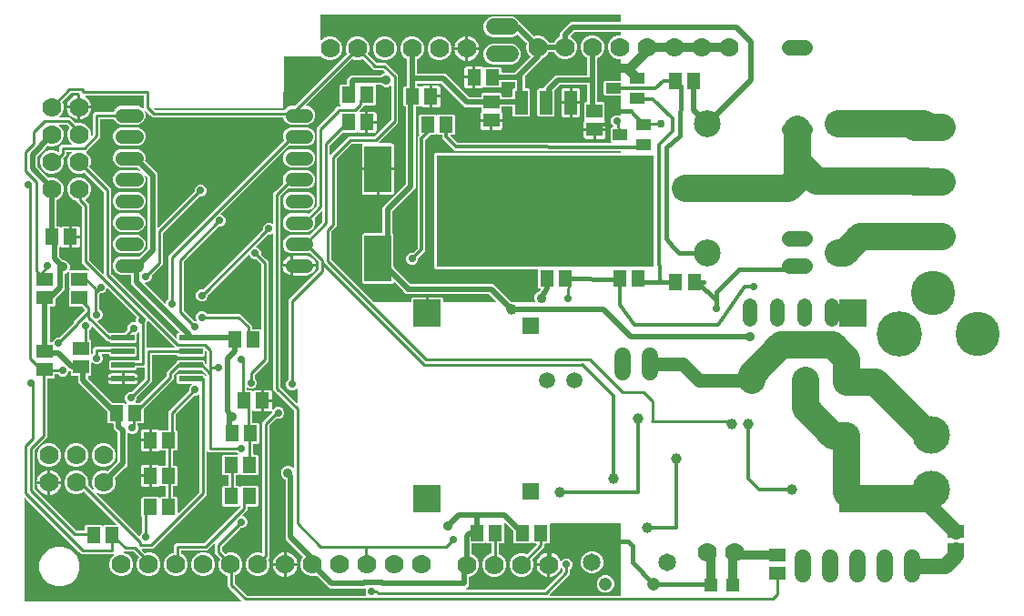
<source format=gbr>
G04 EAGLE Gerber RS-274X export*
G75*
%MOMM*%
%FSLAX34Y34*%
%LPD*%
%INTop Copper*%
%IPPOS*%
%AMOC8*
5,1,8,0,0,1.08239X$1,22.5*%
G01*
%ADD10R,20.193000X10.414000*%
%ADD11R,1.219200X2.235200*%
%ADD12R,3.600000X2.200000*%
%ADD13R,1.300000X1.500000*%
%ADD14C,1.778000*%
%ADD15R,1.500000X1.300000*%
%ADD16C,2.500000*%
%ADD17C,2.540000*%
%ADD18R,1.400000X1.000000*%
%ADD19C,1.308000*%
%ADD20C,1.408000*%
%ADD21R,2.500000X4.300000*%
%ADD22R,1.200000X1.200000*%
%ADD23R,2.200000X0.500000*%
%ADD24C,1.208000*%
%ADD25C,1.650000*%
%ADD26C,1.524000*%
%ADD27R,1.524000X1.524000*%
%ADD28C,1.320800*%
%ADD29R,2.500000X2.500000*%
%ADD30C,4.216000*%
%ADD31C,4.114800*%
%ADD32C,3.500000*%
%ADD33C,1.508000*%
%ADD34C,0.711200*%
%ADD35C,0.406400*%
%ADD36C,0.304800*%
%ADD37C,0.812800*%
%ADD38C,1.006400*%
%ADD39C,0.806400*%
%ADD40C,0.756400*%
%ADD41C,0.254000*%
%ADD42C,0.500000*%
%ADD43C,0.906400*%
%ADD44C,0.508000*%
%ADD45C,1.400000*%
%ADD46C,1.270000*%

G36*
X255947Y187189D02*
X255947Y187189D01*
X256036Y187192D01*
X256058Y187201D01*
X256081Y187203D01*
X256161Y187243D01*
X256243Y187276D01*
X256261Y187292D01*
X256282Y187303D01*
X256343Y187368D01*
X256409Y187428D01*
X256420Y187449D01*
X256436Y187466D01*
X256471Y187548D01*
X256512Y187627D01*
X256515Y187653D01*
X256524Y187673D01*
X256526Y187723D01*
X256539Y187813D01*
X256539Y200114D01*
X256524Y200202D01*
X256514Y200291D01*
X256504Y200312D01*
X256500Y200335D01*
X256454Y200412D01*
X256415Y200492D01*
X256398Y200508D01*
X256385Y200528D01*
X256316Y200585D01*
X256252Y200646D01*
X256230Y200655D01*
X256211Y200670D01*
X256127Y200698D01*
X256045Y200733D01*
X256021Y200734D01*
X255999Y200742D01*
X255910Y200739D01*
X255821Y200743D01*
X255798Y200736D01*
X255774Y200735D01*
X255692Y200702D01*
X255607Y200674D01*
X255586Y200659D01*
X255567Y200651D01*
X255529Y200617D01*
X255457Y200563D01*
X254626Y199732D01*
X252572Y198881D01*
X250348Y198881D01*
X248294Y199732D01*
X246722Y201304D01*
X245871Y203358D01*
X245871Y205582D01*
X246722Y207636D01*
X247971Y208885D01*
X247996Y208920D01*
X248027Y208949D01*
X248059Y209012D01*
X248100Y209069D01*
X248110Y209110D01*
X248130Y209148D01*
X248143Y209238D01*
X248156Y209287D01*
X248153Y209307D01*
X248157Y209334D01*
X248157Y283308D01*
X275911Y311062D01*
X275936Y311097D01*
X275967Y311126D01*
X275999Y311189D01*
X276040Y311246D01*
X276050Y311288D01*
X276070Y311325D01*
X276083Y311415D01*
X276096Y311464D01*
X276093Y311485D01*
X276097Y311511D01*
X276097Y318409D01*
X276090Y318451D01*
X276092Y318493D01*
X276084Y318517D01*
X276084Y318528D01*
X276070Y318562D01*
X276058Y318630D01*
X276036Y318667D01*
X276023Y318707D01*
X275969Y318780D01*
X275943Y318823D01*
X275927Y318836D01*
X275911Y318858D01*
X268069Y326700D01*
X268025Y326731D01*
X267987Y326769D01*
X267933Y326794D01*
X267885Y326828D01*
X267833Y326842D01*
X267784Y326865D01*
X267725Y326869D01*
X267668Y326884D01*
X267614Y326878D01*
X267560Y326883D01*
X267491Y326866D01*
X267445Y326861D01*
X267417Y326847D01*
X267378Y326837D01*
X266315Y326397D01*
X249825Y326397D01*
X246674Y327702D01*
X244262Y330114D01*
X242957Y333265D01*
X242957Y336675D01*
X244262Y339826D01*
X246674Y342238D01*
X249825Y343543D01*
X266315Y343543D01*
X266940Y343284D01*
X266992Y343273D01*
X267042Y343251D01*
X267101Y343249D01*
X267159Y343236D01*
X267212Y343244D01*
X267267Y343241D01*
X267323Y343259D01*
X267381Y343268D01*
X267429Y343294D01*
X267480Y343310D01*
X267537Y343352D01*
X267578Y343375D01*
X267598Y343398D01*
X267631Y343422D01*
X279721Y355512D01*
X279746Y355547D01*
X279777Y355576D01*
X279809Y355639D01*
X279850Y355696D01*
X279860Y355738D01*
X279880Y355775D01*
X279893Y355865D01*
X279906Y355914D01*
X279903Y355935D01*
X279907Y355961D01*
X279907Y365145D01*
X279891Y365233D01*
X279882Y365321D01*
X279872Y365343D01*
X279868Y365366D01*
X279822Y365443D01*
X279783Y365523D01*
X279766Y365539D01*
X279753Y365559D01*
X279684Y365615D01*
X279620Y365676D01*
X279598Y365686D01*
X279579Y365701D01*
X279495Y365729D01*
X279413Y365764D01*
X279389Y365765D01*
X279367Y365773D01*
X279278Y365770D01*
X279189Y365774D01*
X279166Y365767D01*
X279142Y365766D01*
X279060Y365733D01*
X278975Y365705D01*
X278954Y365690D01*
X278935Y365682D01*
X278897Y365648D01*
X278825Y365594D01*
X272523Y359292D01*
X272492Y359248D01*
X272453Y359209D01*
X272428Y359156D01*
X272395Y359108D01*
X272381Y359055D01*
X272358Y359006D01*
X272353Y358947D01*
X272339Y358890D01*
X272344Y358837D01*
X272340Y358783D01*
X272357Y358714D01*
X272362Y358667D01*
X272375Y358640D01*
X272385Y358601D01*
X273183Y356675D01*
X273183Y353265D01*
X271878Y350114D01*
X269466Y347702D01*
X266315Y346397D01*
X249825Y346397D01*
X246674Y347702D01*
X244262Y350114D01*
X242957Y353265D01*
X242957Y356675D01*
X244262Y359826D01*
X246674Y362238D01*
X249825Y363543D01*
X266315Y363543D01*
X266713Y363378D01*
X266766Y363366D01*
X266816Y363345D01*
X266875Y363343D01*
X266933Y363330D01*
X266986Y363338D01*
X267040Y363335D01*
X267096Y363353D01*
X267155Y363361D01*
X267202Y363387D01*
X267254Y363404D01*
X267311Y363446D01*
X267352Y363468D01*
X267372Y363491D01*
X267405Y363515D01*
X274641Y370752D01*
X274666Y370787D01*
X274697Y370816D01*
X274729Y370879D01*
X274770Y370936D01*
X274780Y370978D01*
X274800Y371015D01*
X274813Y371105D01*
X274826Y371154D01*
X274823Y371175D01*
X274827Y371201D01*
X274827Y443328D01*
X291151Y459652D01*
X291176Y459687D01*
X291207Y459716D01*
X291239Y459779D01*
X291280Y459836D01*
X291290Y459878D01*
X291310Y459915D01*
X291323Y460005D01*
X291336Y460054D01*
X291333Y460075D01*
X291337Y460101D01*
X291337Y461108D01*
X293272Y463043D01*
X296181Y463043D01*
X296269Y463058D01*
X296358Y463068D01*
X296379Y463078D01*
X296402Y463082D01*
X296479Y463128D01*
X296559Y463167D01*
X296575Y463184D01*
X296595Y463197D01*
X296652Y463266D01*
X296713Y463330D01*
X296722Y463352D01*
X296737Y463371D01*
X296765Y463455D01*
X296800Y463537D01*
X296801Y463561D01*
X296809Y463583D01*
X296806Y463672D01*
X296810Y463761D01*
X296803Y463784D01*
X296802Y463808D01*
X296769Y463890D01*
X296741Y463975D01*
X296726Y463996D01*
X296718Y464015D01*
X296684Y464053D01*
X296630Y464125D01*
X295387Y465368D01*
X295387Y482052D01*
X296578Y483243D01*
X302173Y483243D01*
X302238Y483254D01*
X302304Y483256D01*
X302347Y483274D01*
X302394Y483282D01*
X302451Y483316D01*
X302511Y483341D01*
X302546Y483372D01*
X302587Y483397D01*
X302629Y483448D01*
X302677Y483492D01*
X302699Y483534D01*
X302728Y483571D01*
X302749Y483633D01*
X302780Y483692D01*
X302788Y483746D01*
X302800Y483783D01*
X302799Y483823D01*
X302807Y483877D01*
X302807Y488288D01*
X306732Y492213D01*
X334076Y492213D01*
X334118Y492220D01*
X334160Y492218D01*
X334227Y492240D01*
X334297Y492252D01*
X334334Y492274D01*
X334374Y492287D01*
X334447Y492341D01*
X334490Y492367D01*
X334503Y492383D01*
X334525Y492399D01*
X335371Y493245D01*
X337720Y494218D01*
X337785Y494260D01*
X337854Y494294D01*
X337879Y494320D01*
X337909Y494339D01*
X337955Y494401D01*
X338008Y494458D01*
X338022Y494490D01*
X338044Y494519D01*
X338066Y494593D01*
X338096Y494664D01*
X338097Y494700D01*
X338108Y494734D01*
X338102Y494811D01*
X338106Y494888D01*
X338095Y494922D01*
X338093Y494958D01*
X338061Y495028D01*
X338037Y495102D01*
X338013Y495134D01*
X338001Y495162D01*
X337968Y495195D01*
X337926Y495253D01*
X336287Y496892D01*
X336252Y496916D01*
X336223Y496947D01*
X336160Y496979D01*
X336103Y497020D01*
X336061Y497030D01*
X336024Y497050D01*
X335934Y497063D01*
X335885Y497076D01*
X335864Y497073D01*
X335838Y497077D01*
X327562Y497077D01*
X317777Y506862D01*
X317732Y506893D01*
X317694Y506932D01*
X317641Y506957D01*
X317593Y506990D01*
X317540Y507004D01*
X317491Y507027D01*
X317432Y507032D01*
X317375Y507046D01*
X317321Y507041D01*
X317267Y507045D01*
X317198Y507028D01*
X317152Y507023D01*
X317125Y507010D01*
X317086Y507000D01*
X314593Y505967D01*
X310247Y505967D01*
X307754Y507000D01*
X307702Y507011D01*
X307652Y507033D01*
X307593Y507035D01*
X307535Y507048D01*
X307482Y507040D01*
X307427Y507043D01*
X307371Y507025D01*
X307313Y507016D01*
X307265Y506990D01*
X307214Y506974D01*
X307157Y506932D01*
X307116Y506909D01*
X307096Y506886D01*
X307063Y506862D01*
X264826Y464625D01*
X264775Y464552D01*
X264719Y464483D01*
X264712Y464461D01*
X264698Y464441D01*
X264676Y464355D01*
X264647Y464271D01*
X264648Y464247D01*
X264642Y464224D01*
X264651Y464135D01*
X264654Y464046D01*
X264663Y464024D01*
X264665Y464001D01*
X264705Y463921D01*
X264738Y463839D01*
X264754Y463821D01*
X264765Y463800D01*
X264830Y463739D01*
X264890Y463673D01*
X264911Y463662D01*
X264928Y463646D01*
X265010Y463611D01*
X265089Y463570D01*
X265115Y463567D01*
X265135Y463558D01*
X265185Y463556D01*
X265275Y463543D01*
X266315Y463543D01*
X269466Y462238D01*
X271878Y459826D01*
X273183Y456675D01*
X273183Y453265D01*
X271878Y450114D01*
X269466Y447702D01*
X266315Y446397D01*
X249825Y446397D01*
X246674Y447702D01*
X244262Y450114D01*
X243384Y452236D01*
X243354Y452281D01*
X243334Y452331D01*
X243294Y452375D01*
X243262Y452425D01*
X243219Y452457D01*
X243183Y452497D01*
X243130Y452524D01*
X243083Y452559D01*
X243031Y452575D01*
X242983Y452600D01*
X242913Y452610D01*
X242868Y452623D01*
X242837Y452621D01*
X242798Y452627D01*
X121822Y452627D01*
X119701Y454748D01*
X115469Y458981D01*
X115386Y459038D01*
X115306Y459099D01*
X115294Y459102D01*
X115284Y459109D01*
X115187Y459134D01*
X115090Y459163D01*
X115079Y459162D01*
X115067Y459165D01*
X114967Y459154D01*
X114867Y459148D01*
X114856Y459143D01*
X114844Y459142D01*
X114754Y459097D01*
X114662Y459056D01*
X114653Y459047D01*
X114643Y459042D01*
X114574Y458969D01*
X114502Y458898D01*
X114497Y458887D01*
X114489Y458879D01*
X114450Y458786D01*
X114407Y458695D01*
X114406Y458683D01*
X114401Y458672D01*
X114397Y458571D01*
X114389Y458471D01*
X114392Y458459D01*
X114391Y458448D01*
X114405Y458404D01*
X114434Y458290D01*
X115103Y456675D01*
X115103Y453265D01*
X113798Y450114D01*
X111386Y447702D01*
X108235Y446397D01*
X91745Y446397D01*
X88594Y447702D01*
X86182Y450114D01*
X85830Y450966D01*
X85800Y451011D01*
X85780Y451061D01*
X85740Y451105D01*
X85708Y451155D01*
X85665Y451187D01*
X85629Y451227D01*
X85576Y451254D01*
X85529Y451289D01*
X85477Y451305D01*
X85429Y451330D01*
X85359Y451340D01*
X85314Y451353D01*
X85283Y451351D01*
X85244Y451357D01*
X73787Y451357D01*
X73722Y451346D01*
X73656Y451344D01*
X73613Y451326D01*
X73566Y451318D01*
X73509Y451284D01*
X73449Y451259D01*
X73414Y451228D01*
X73373Y451203D01*
X73331Y451152D01*
X73283Y451108D01*
X73261Y451066D01*
X73232Y451029D01*
X73211Y450967D01*
X73180Y450908D01*
X73172Y450854D01*
X73160Y450817D01*
X73161Y450777D01*
X73153Y450723D01*
X73153Y434242D01*
X61909Y422998D01*
X60037Y421127D01*
X60000Y421073D01*
X59955Y421025D01*
X59936Y420981D01*
X59909Y420942D01*
X59893Y420879D01*
X59867Y420818D01*
X59865Y420771D01*
X59853Y420725D01*
X59860Y420660D01*
X59857Y420594D01*
X59872Y420549D01*
X59877Y420502D01*
X59906Y420443D01*
X59926Y420380D01*
X59959Y420336D01*
X59976Y420301D01*
X60005Y420274D01*
X60037Y420230D01*
X62600Y417667D01*
X64263Y413653D01*
X64263Y409307D01*
X63230Y406814D01*
X63219Y406761D01*
X63197Y406712D01*
X63195Y406653D01*
X63182Y406595D01*
X63190Y406542D01*
X63187Y406487D01*
X63205Y406431D01*
X63214Y406373D01*
X63240Y406325D01*
X63256Y406274D01*
X63290Y406228D01*
X63293Y406220D01*
X63302Y406210D01*
X63321Y406176D01*
X63344Y406155D01*
X63368Y406123D01*
X81192Y388299D01*
X83313Y386178D01*
X83313Y307701D01*
X83320Y307659D01*
X83318Y307617D01*
X83340Y307549D01*
X83352Y307480D01*
X83374Y307443D01*
X83387Y307403D01*
X83441Y307330D01*
X83467Y307287D01*
X83483Y307274D01*
X83499Y307252D01*
X143155Y247596D01*
X143228Y247545D01*
X143297Y247489D01*
X143319Y247482D01*
X143339Y247468D01*
X143425Y247446D01*
X143509Y247417D01*
X143533Y247418D01*
X143556Y247412D01*
X143645Y247421D01*
X143734Y247424D01*
X143756Y247433D01*
X143779Y247435D01*
X143859Y247475D01*
X143941Y247508D01*
X143959Y247524D01*
X143980Y247535D01*
X144041Y247600D01*
X144107Y247660D01*
X144118Y247681D01*
X144134Y247698D01*
X144169Y247780D01*
X144210Y247859D01*
X144213Y247885D01*
X144222Y247905D01*
X144224Y247955D01*
X144237Y248045D01*
X144237Y250992D01*
X145428Y252183D01*
X146276Y252183D01*
X146364Y252199D01*
X146452Y252208D01*
X146473Y252218D01*
X146497Y252222D01*
X146573Y252268D01*
X146653Y252307D01*
X146669Y252324D01*
X146690Y252337D01*
X146746Y252406D01*
X146807Y252470D01*
X146816Y252492D01*
X146831Y252511D01*
X146860Y252595D01*
X146894Y252677D01*
X146896Y252701D01*
X146903Y252723D01*
X146900Y252812D01*
X146904Y252901D01*
X146897Y252924D01*
X146896Y252948D01*
X146863Y253030D01*
X146836Y253115D01*
X146820Y253136D01*
X146812Y253155D01*
X146778Y253193D01*
X146724Y253265D01*
X102147Y297842D01*
X102147Y305763D01*
X102136Y305828D01*
X102134Y305894D01*
X102116Y305937D01*
X102108Y305984D01*
X102074Y306041D01*
X102049Y306101D01*
X102018Y306136D01*
X101993Y306177D01*
X101942Y306219D01*
X101898Y306267D01*
X101856Y306289D01*
X101819Y306318D01*
X101757Y306339D01*
X101698Y306370D01*
X101644Y306378D01*
X101607Y306390D01*
X101567Y306389D01*
X101513Y306397D01*
X91745Y306397D01*
X88594Y307702D01*
X86182Y310114D01*
X84877Y313265D01*
X84877Y316675D01*
X86182Y319826D01*
X88594Y322238D01*
X91745Y323543D01*
X108235Y323543D01*
X109178Y323152D01*
X109231Y323141D01*
X109281Y323119D01*
X109340Y323117D01*
X109397Y323104D01*
X109451Y323112D01*
X109505Y323109D01*
X109561Y323127D01*
X109620Y323136D01*
X109667Y323162D01*
X109719Y323178D01*
X109776Y323220D01*
X109817Y323243D01*
X109837Y323266D01*
X109869Y323290D01*
X117201Y330622D01*
X117226Y330657D01*
X117257Y330685D01*
X117289Y330748D01*
X117330Y330806D01*
X117340Y330847D01*
X117360Y330885D01*
X117371Y330961D01*
X117380Y330989D01*
X117380Y331001D01*
X117386Y331023D01*
X117383Y331044D01*
X117387Y331070D01*
X117387Y396640D01*
X117380Y396682D01*
X117382Y396724D01*
X117360Y396791D01*
X117348Y396861D01*
X117326Y396897D01*
X117313Y396938D01*
X117259Y397010D01*
X117233Y397054D01*
X117217Y397067D01*
X117202Y397088D01*
X115581Y398708D01*
X115499Y398766D01*
X115418Y398826D01*
X115407Y398830D01*
X115397Y398837D01*
X115300Y398862D01*
X115203Y398890D01*
X115191Y398890D01*
X115180Y398893D01*
X115080Y398882D01*
X114979Y398875D01*
X114968Y398871D01*
X114957Y398869D01*
X114867Y398825D01*
X114775Y398783D01*
X114766Y398775D01*
X114756Y398770D01*
X114687Y398697D01*
X114615Y398626D01*
X114610Y398615D01*
X114602Y398607D01*
X114562Y398514D01*
X114520Y398423D01*
X114519Y398411D01*
X114514Y398400D01*
X114510Y398299D01*
X114501Y398199D01*
X114505Y398186D01*
X114504Y398176D01*
X114518Y398132D01*
X114547Y398017D01*
X115103Y396675D01*
X115103Y393265D01*
X113798Y390114D01*
X111386Y387702D01*
X108235Y386397D01*
X91745Y386397D01*
X88594Y387702D01*
X86182Y390114D01*
X84877Y393265D01*
X84877Y396675D01*
X86182Y399826D01*
X88594Y402238D01*
X91745Y403543D01*
X108235Y403543D01*
X109577Y402987D01*
X109676Y402965D01*
X109773Y402940D01*
X109785Y402942D01*
X109797Y402939D01*
X109896Y402953D01*
X109996Y402964D01*
X110007Y402969D01*
X110019Y402970D01*
X110107Y403018D01*
X110197Y403063D01*
X110205Y403072D01*
X110216Y403077D01*
X110282Y403153D01*
X110351Y403226D01*
X110356Y403237D01*
X110364Y403246D01*
X110399Y403340D01*
X110439Y403433D01*
X110439Y403445D01*
X110443Y403456D01*
X110444Y403557D01*
X110449Y403657D01*
X110445Y403668D01*
X110445Y403680D01*
X110411Y403775D01*
X110380Y403871D01*
X110372Y403881D01*
X110369Y403891D01*
X110339Y403926D01*
X110268Y404021D01*
X108078Y406211D01*
X108043Y406236D01*
X108015Y406267D01*
X107952Y406299D01*
X107894Y406340D01*
X107853Y406350D01*
X107815Y406370D01*
X107726Y406383D01*
X107677Y406396D01*
X107656Y406393D01*
X107630Y406397D01*
X91745Y406397D01*
X88594Y407702D01*
X86182Y410114D01*
X84877Y413265D01*
X84877Y416675D01*
X86182Y419826D01*
X88594Y422238D01*
X91745Y423543D01*
X108235Y423543D01*
X111386Y422238D01*
X113798Y419826D01*
X115103Y416675D01*
X115103Y413265D01*
X114897Y412767D01*
X114885Y412714D01*
X114864Y412665D01*
X114861Y412606D01*
X114849Y412548D01*
X114856Y412494D01*
X114854Y412440D01*
X114872Y412384D01*
X114880Y412326D01*
X114906Y412278D01*
X114923Y412227D01*
X114965Y412170D01*
X114987Y412129D01*
X115010Y412108D01*
X115034Y412076D01*
X126453Y400658D01*
X126453Y351095D01*
X126469Y351007D01*
X126478Y350919D01*
X126488Y350897D01*
X126492Y350874D01*
X126538Y350797D01*
X126577Y350717D01*
X126594Y350701D01*
X126607Y350681D01*
X126676Y350625D01*
X126740Y350564D01*
X126762Y350554D01*
X126781Y350539D01*
X126865Y350511D01*
X126947Y350476D01*
X126971Y350475D01*
X126993Y350467D01*
X127082Y350470D01*
X127171Y350466D01*
X127194Y350473D01*
X127218Y350474D01*
X127300Y350507D01*
X127385Y350535D01*
X127406Y350550D01*
X127425Y350558D01*
X127463Y350592D01*
X127535Y350646D01*
X160595Y383706D01*
X160620Y383741D01*
X160651Y383770D01*
X160683Y383833D01*
X160724Y383890D01*
X160734Y383932D01*
X160754Y383969D01*
X160767Y384059D01*
X160780Y384108D01*
X160777Y384129D01*
X160781Y384155D01*
X160781Y385922D01*
X161632Y387976D01*
X163204Y389548D01*
X165258Y390399D01*
X167482Y390399D01*
X169536Y389548D01*
X171108Y387976D01*
X171959Y385922D01*
X171959Y383698D01*
X171108Y381644D01*
X169536Y380072D01*
X167482Y379221D01*
X165715Y379221D01*
X165673Y379214D01*
X165631Y379216D01*
X165563Y379194D01*
X165494Y379182D01*
X165457Y379160D01*
X165417Y379147D01*
X165344Y379093D01*
X165301Y379067D01*
X165288Y379051D01*
X165266Y379035D01*
X131759Y345528D01*
X131734Y345493D01*
X131703Y345464D01*
X131671Y345401D01*
X131630Y345344D01*
X131620Y345302D01*
X131600Y345265D01*
X131587Y345175D01*
X131574Y345126D01*
X131577Y345105D01*
X131573Y345079D01*
X131573Y316132D01*
X121345Y305904D01*
X121320Y305869D01*
X121289Y305840D01*
X121257Y305777D01*
X121216Y305720D01*
X121206Y305678D01*
X121186Y305641D01*
X121173Y305551D01*
X121160Y305502D01*
X121163Y305481D01*
X121159Y305455D01*
X121159Y303688D01*
X120308Y301634D01*
X118736Y300062D01*
X116682Y299211D01*
X115130Y299211D01*
X115042Y299195D01*
X114954Y299186D01*
X114933Y299176D01*
X114909Y299172D01*
X114833Y299126D01*
X114753Y299087D01*
X114737Y299070D01*
X114716Y299057D01*
X114660Y298988D01*
X114599Y298924D01*
X114590Y298902D01*
X114575Y298883D01*
X114546Y298799D01*
X114512Y298717D01*
X114510Y298693D01*
X114503Y298671D01*
X114506Y298582D01*
X114502Y298493D01*
X114509Y298470D01*
X114510Y298446D01*
X114543Y298364D01*
X114570Y298279D01*
X114586Y298258D01*
X114594Y298239D01*
X114628Y298201D01*
X114682Y298129D01*
X133029Y279782D01*
X133102Y279731D01*
X133171Y279675D01*
X133193Y279667D01*
X133213Y279654D01*
X133299Y279631D01*
X133383Y279603D01*
X133407Y279604D01*
X133430Y279598D01*
X133519Y279607D01*
X133608Y279610D01*
X133630Y279618D01*
X133653Y279621D01*
X133733Y279660D01*
X133815Y279694D01*
X133833Y279710D01*
X133854Y279720D01*
X133915Y279785D01*
X133981Y279845D01*
X133992Y279866D01*
X134008Y279884D01*
X134043Y279966D01*
X134084Y280045D01*
X134087Y280071D01*
X134096Y280090D01*
X134098Y280141D01*
X134111Y280230D01*
X134111Y280512D01*
X134962Y282566D01*
X136211Y283815D01*
X136236Y283850D01*
X136267Y283879D01*
X136299Y283942D01*
X136340Y283999D01*
X136350Y284040D01*
X136370Y284078D01*
X136383Y284168D01*
X136396Y284217D01*
X136393Y284237D01*
X136397Y284264D01*
X136397Y323948D01*
X138518Y326069D01*
X243465Y431016D01*
X243496Y431060D01*
X243535Y431098D01*
X243559Y431152D01*
X243593Y431200D01*
X243607Y431253D01*
X243630Y431302D01*
X243634Y431360D01*
X243649Y431417D01*
X243643Y431471D01*
X243648Y431525D01*
X243631Y431594D01*
X243626Y431640D01*
X243612Y431668D01*
X243603Y431707D01*
X242957Y433265D01*
X242957Y436675D01*
X244262Y439826D01*
X246674Y442238D01*
X249825Y443543D01*
X266315Y443543D01*
X269466Y442238D01*
X271878Y439826D01*
X273183Y436675D01*
X273183Y433265D01*
X271878Y430114D01*
X269466Y427702D01*
X266315Y426397D01*
X249825Y426397D01*
X249059Y426714D01*
X249006Y426726D01*
X248956Y426747D01*
X248897Y426750D01*
X248840Y426762D01*
X248786Y426755D01*
X248732Y426757D01*
X248676Y426739D01*
X248618Y426731D01*
X248570Y426705D01*
X248518Y426689D01*
X248461Y426646D01*
X248420Y426624D01*
X248400Y426601D01*
X248368Y426577D01*
X185217Y363426D01*
X185173Y363363D01*
X185122Y363305D01*
X185109Y363271D01*
X185089Y363242D01*
X185070Y363167D01*
X185042Y363095D01*
X185042Y363059D01*
X185033Y363025D01*
X185041Y362948D01*
X185041Y362870D01*
X185053Y362837D01*
X185056Y362802D01*
X185091Y362732D01*
X185117Y362660D01*
X185140Y362632D01*
X185156Y362601D01*
X185212Y362547D01*
X185262Y362488D01*
X185297Y362468D01*
X185319Y362447D01*
X185362Y362429D01*
X185423Y362392D01*
X187316Y361608D01*
X188888Y360036D01*
X189739Y357982D01*
X189739Y355758D01*
X188888Y353704D01*
X187316Y352132D01*
X185262Y351281D01*
X183495Y351281D01*
X183453Y351274D01*
X183411Y351276D01*
X183343Y351254D01*
X183274Y351242D01*
X183237Y351220D01*
X183197Y351207D01*
X183124Y351153D01*
X183081Y351127D01*
X183067Y351111D01*
X183046Y351095D01*
X150809Y318858D01*
X150784Y318823D01*
X150753Y318794D01*
X150721Y318731D01*
X150680Y318674D01*
X150670Y318632D01*
X150650Y318595D01*
X150639Y318519D01*
X150630Y318491D01*
X150630Y318478D01*
X150624Y318456D01*
X150627Y318435D01*
X150623Y318409D01*
X150623Y273411D01*
X150630Y273369D01*
X150628Y273327D01*
X150650Y273259D01*
X150662Y273190D01*
X150684Y273153D01*
X150697Y273113D01*
X150751Y273040D01*
X150777Y272997D01*
X150793Y272984D01*
X150809Y272962D01*
X160186Y263585D01*
X160221Y263560D01*
X160250Y263529D01*
X160313Y263497D01*
X160370Y263456D01*
X160412Y263446D01*
X160449Y263426D01*
X160539Y263413D01*
X160588Y263400D01*
X160609Y263403D01*
X160635Y263399D01*
X162009Y263399D01*
X162085Y263412D01*
X162162Y263418D01*
X162195Y263432D01*
X162230Y263438D01*
X162297Y263478D01*
X162367Y263510D01*
X162392Y263534D01*
X162423Y263553D01*
X162472Y263613D01*
X162527Y263667D01*
X162542Y263699D01*
X162564Y263727D01*
X162589Y263800D01*
X162622Y263870D01*
X162625Y263906D01*
X162636Y263939D01*
X162634Y264017D01*
X162640Y264094D01*
X162631Y264133D01*
X162630Y264164D01*
X162612Y264207D01*
X162595Y264276D01*
X162051Y265588D01*
X162051Y267812D01*
X162902Y269866D01*
X164474Y271438D01*
X166528Y272289D01*
X168752Y272289D01*
X170806Y271438D01*
X172055Y270189D01*
X172090Y270164D01*
X172119Y270133D01*
X172182Y270101D01*
X172239Y270060D01*
X172280Y270050D01*
X172318Y270030D01*
X172408Y270017D01*
X172457Y270004D01*
X172477Y270007D01*
X172504Y270003D01*
X203298Y270003D01*
X214123Y259178D01*
X214123Y256547D01*
X214134Y256482D01*
X214136Y256416D01*
X214154Y256373D01*
X214162Y256326D01*
X214196Y256269D01*
X214221Y256209D01*
X214252Y256174D01*
X214277Y256133D01*
X214328Y256091D01*
X214372Y256043D01*
X214414Y256021D01*
X214451Y255992D01*
X214513Y255971D01*
X214572Y255940D01*
X214626Y255932D01*
X214663Y255920D01*
X214703Y255921D01*
X214757Y255913D01*
X222123Y255913D01*
X222188Y255924D01*
X222254Y255926D01*
X222297Y255944D01*
X222344Y255952D01*
X222401Y255986D01*
X222461Y256011D01*
X222496Y256042D01*
X222537Y256067D01*
X222579Y256118D01*
X222627Y256162D01*
X222649Y256204D01*
X222678Y256241D01*
X222699Y256303D01*
X222730Y256362D01*
X222738Y256416D01*
X222750Y256453D01*
X222749Y256493D01*
X222757Y256547D01*
X222757Y315869D01*
X222750Y315911D01*
X222752Y315953D01*
X222744Y315977D01*
X222744Y315991D01*
X222729Y316027D01*
X222718Y316090D01*
X222696Y316127D01*
X222683Y316167D01*
X222629Y316240D01*
X222603Y316283D01*
X222587Y316296D01*
X222571Y316318D01*
X218274Y320615D01*
X218239Y320640D01*
X218210Y320671D01*
X218147Y320703D01*
X218090Y320744D01*
X218048Y320754D01*
X218011Y320774D01*
X217921Y320787D01*
X217872Y320800D01*
X217851Y320797D01*
X217825Y320801D01*
X216058Y320801D01*
X214004Y321652D01*
X212432Y323224D01*
X211648Y325117D01*
X211606Y325182D01*
X211572Y325252D01*
X211546Y325276D01*
X211527Y325306D01*
X211465Y325352D01*
X211409Y325406D01*
X211376Y325419D01*
X211348Y325441D01*
X211273Y325463D01*
X211202Y325493D01*
X211167Y325495D01*
X211133Y325505D01*
X211055Y325500D01*
X210978Y325503D01*
X210944Y325492D01*
X210909Y325490D01*
X210838Y325458D01*
X210764Y325434D01*
X210732Y325410D01*
X210704Y325398D01*
X210671Y325365D01*
X210614Y325323D01*
X173415Y288124D01*
X173390Y288089D01*
X173359Y288060D01*
X173327Y287997D01*
X173286Y287940D01*
X173276Y287898D01*
X173256Y287861D01*
X173243Y287771D01*
X173230Y287722D01*
X173233Y287701D01*
X173229Y287675D01*
X173229Y285908D01*
X172378Y283854D01*
X170806Y282282D01*
X168752Y281431D01*
X166528Y281431D01*
X164474Y282282D01*
X162902Y283854D01*
X162051Y285908D01*
X162051Y288132D01*
X162902Y290186D01*
X164474Y291758D01*
X166528Y292609D01*
X168295Y292609D01*
X168337Y292616D01*
X168379Y292614D01*
X168447Y292636D01*
X168516Y292648D01*
X168553Y292670D01*
X168593Y292683D01*
X168666Y292737D01*
X168709Y292763D01*
X168722Y292779D01*
X168744Y292795D01*
X224095Y348146D01*
X224120Y348181D01*
X224151Y348210D01*
X224183Y348273D01*
X224224Y348330D01*
X224234Y348372D01*
X224254Y348409D01*
X224267Y348499D01*
X224280Y348548D01*
X224277Y348569D01*
X224281Y348595D01*
X224281Y350362D01*
X225132Y352416D01*
X226704Y353988D01*
X228758Y354839D01*
X230982Y354839D01*
X233036Y353988D01*
X233104Y353919D01*
X233178Y353868D01*
X233247Y353812D01*
X233269Y353805D01*
X233289Y353791D01*
X233375Y353769D01*
X233459Y353740D01*
X233483Y353741D01*
X233506Y353735D01*
X233595Y353744D01*
X233684Y353747D01*
X233705Y353756D01*
X233729Y353758D01*
X233809Y353798D01*
X233891Y353831D01*
X233909Y353847D01*
X233930Y353858D01*
X233991Y353923D01*
X234057Y353983D01*
X234068Y354004D01*
X234084Y354021D01*
X234119Y354103D01*
X234160Y354182D01*
X234163Y354208D01*
X234172Y354228D01*
X234174Y354278D01*
X234187Y354368D01*
X234187Y382368D01*
X236308Y384489D01*
X243281Y391461D01*
X243311Y391506D01*
X243350Y391544D01*
X243375Y391597D01*
X243409Y391645D01*
X243422Y391698D01*
X243445Y391747D01*
X243450Y391806D01*
X243465Y391863D01*
X243459Y391917D01*
X243463Y391971D01*
X243446Y392040D01*
X243441Y392086D01*
X243428Y392113D01*
X243418Y392152D01*
X242957Y393265D01*
X242957Y396675D01*
X244262Y399826D01*
X246674Y402238D01*
X249825Y403543D01*
X266315Y403543D01*
X269466Y402238D01*
X271878Y399826D01*
X273183Y396675D01*
X273183Y393265D01*
X271878Y390114D01*
X269466Y387702D01*
X266315Y386397D01*
X249825Y386397D01*
X248613Y386899D01*
X248561Y386911D01*
X248511Y386932D01*
X248452Y386934D01*
X248394Y386947D01*
X248341Y386939D01*
X248287Y386942D01*
X248231Y386924D01*
X248172Y386915D01*
X248125Y386890D01*
X248073Y386873D01*
X248016Y386831D01*
X247975Y386809D01*
X247955Y386785D01*
X247922Y386762D01*
X240979Y379818D01*
X240954Y379783D01*
X240923Y379754D01*
X240891Y379691D01*
X240850Y379634D01*
X240840Y379592D01*
X240820Y379555D01*
X240807Y379465D01*
X240794Y379416D01*
X240797Y379395D01*
X240793Y379369D01*
X240793Y202291D01*
X240800Y202249D01*
X240798Y202207D01*
X240820Y202139D01*
X240832Y202070D01*
X240854Y202033D01*
X240867Y201993D01*
X240921Y201920D01*
X240947Y201877D01*
X240963Y201864D01*
X240979Y201842D01*
X255457Y187364D01*
X255530Y187313D01*
X255599Y187257D01*
X255621Y187250D01*
X255641Y187236D01*
X255727Y187214D01*
X255811Y187185D01*
X255835Y187186D01*
X255858Y187180D01*
X255947Y187189D01*
G37*
G36*
X361580Y280682D02*
X361580Y280682D01*
X361646Y280684D01*
X361689Y280702D01*
X361736Y280710D01*
X361793Y280744D01*
X361853Y280769D01*
X361888Y280800D01*
X361929Y280825D01*
X361971Y280876D01*
X362019Y280920D01*
X362041Y280962D01*
X362070Y280999D01*
X362091Y281061D01*
X362122Y281120D01*
X362130Y281174D01*
X362142Y281211D01*
X362141Y281251D01*
X362149Y281305D01*
X362149Y283345D01*
X362322Y283991D01*
X362657Y284570D01*
X363130Y285043D01*
X363709Y285378D01*
X364355Y285551D01*
X375921Y285551D01*
X375921Y281305D01*
X375932Y281240D01*
X375934Y281174D01*
X375952Y281131D01*
X375960Y281084D01*
X375994Y281027D01*
X376019Y280967D01*
X376050Y280932D01*
X376075Y280891D01*
X376126Y280849D01*
X376170Y280801D01*
X376212Y280779D01*
X376249Y280750D01*
X376311Y280729D01*
X376370Y280698D01*
X376424Y280690D01*
X376461Y280678D01*
X376501Y280679D01*
X376555Y280671D01*
X377825Y280671D01*
X377890Y280682D01*
X377955Y280684D01*
X377999Y280702D01*
X378046Y280710D01*
X378103Y280744D01*
X378163Y280769D01*
X378198Y280800D01*
X378239Y280825D01*
X378280Y280876D01*
X378329Y280920D01*
X378351Y280962D01*
X378380Y280999D01*
X378401Y281061D01*
X378432Y281120D01*
X378440Y281174D01*
X378452Y281211D01*
X378451Y281251D01*
X378459Y281305D01*
X378459Y285551D01*
X390025Y285551D01*
X390671Y285378D01*
X391250Y285043D01*
X391723Y284570D01*
X392058Y283991D01*
X392231Y283345D01*
X392231Y281305D01*
X392242Y281240D01*
X392244Y281174D01*
X392262Y281131D01*
X392270Y281084D01*
X392304Y281027D01*
X392329Y280967D01*
X392360Y280932D01*
X392385Y280891D01*
X392436Y280849D01*
X392480Y280801D01*
X392522Y280779D01*
X392559Y280750D01*
X392621Y280729D01*
X392680Y280698D01*
X392734Y280690D01*
X392771Y280678D01*
X392811Y280679D01*
X392865Y280671D01*
X441073Y280671D01*
X441161Y280687D01*
X441249Y280696D01*
X441271Y280706D01*
X441294Y280710D01*
X441371Y280756D01*
X441451Y280795D01*
X441467Y280812D01*
X441487Y280825D01*
X441543Y280894D01*
X441604Y280958D01*
X441614Y280980D01*
X441629Y280999D01*
X441657Y281083D01*
X441692Y281165D01*
X441693Y281189D01*
X441701Y281211D01*
X441698Y281300D01*
X441702Y281389D01*
X441695Y281412D01*
X441694Y281436D01*
X441661Y281518D01*
X441633Y281603D01*
X441617Y281624D01*
X441610Y281643D01*
X441576Y281681D01*
X441522Y281753D01*
X434918Y288357D01*
X434883Y288382D01*
X434854Y288413D01*
X434791Y288445D01*
X434733Y288486D01*
X434692Y288496D01*
X434655Y288516D01*
X434565Y288529D01*
X434516Y288542D01*
X434495Y288539D01*
X434469Y288543D01*
X357516Y288543D01*
X354837Y291222D01*
X354837Y291623D01*
X354830Y291665D01*
X354832Y291707D01*
X354810Y291775D01*
X354798Y291844D01*
X354776Y291881D01*
X354763Y291921D01*
X354709Y291994D01*
X354683Y292037D01*
X354667Y292050D01*
X354651Y292072D01*
X347085Y299638D01*
X347012Y299688D01*
X346943Y299745D01*
X346921Y299752D01*
X346901Y299766D01*
X346815Y299788D01*
X346731Y299817D01*
X346707Y299816D01*
X346684Y299822D01*
X346595Y299813D01*
X346506Y299810D01*
X346484Y299801D01*
X346461Y299799D01*
X346381Y299759D01*
X346299Y299726D01*
X346281Y299710D01*
X346260Y299699D01*
X346199Y299634D01*
X346133Y299574D01*
X346122Y299553D01*
X346106Y299536D01*
X346071Y299454D01*
X346063Y299438D01*
X344812Y298187D01*
X318128Y298187D01*
X316937Y299378D01*
X316937Y344062D01*
X318128Y345253D01*
X335193Y345253D01*
X335258Y345264D01*
X335324Y345266D01*
X335367Y345284D01*
X335414Y345292D01*
X335471Y345326D01*
X335531Y345351D01*
X335566Y345382D01*
X335607Y345407D01*
X335649Y345458D01*
X335697Y345502D01*
X335719Y345544D01*
X335748Y345581D01*
X335769Y345643D01*
X335800Y345702D01*
X335808Y345756D01*
X335820Y345793D01*
X335819Y345833D01*
X335827Y345887D01*
X335827Y368908D01*
X357231Y390312D01*
X357256Y390347D01*
X357287Y390375D01*
X357319Y390438D01*
X357360Y390496D01*
X357370Y390537D01*
X357390Y390575D01*
X357403Y390664D01*
X357416Y390713D01*
X357413Y390734D01*
X357417Y390760D01*
X357417Y462273D01*
X357406Y462338D01*
X357404Y462404D01*
X357386Y462447D01*
X357378Y462494D01*
X357344Y462551D01*
X357319Y462611D01*
X357288Y462646D01*
X357263Y462687D01*
X357212Y462729D01*
X357168Y462777D01*
X357126Y462799D01*
X357089Y462828D01*
X357027Y462849D01*
X356968Y462880D01*
X356914Y462888D01*
X356877Y462900D01*
X356837Y462899D01*
X356783Y462907D01*
X356268Y462907D01*
X355077Y464098D01*
X355077Y480782D01*
X356268Y481973D01*
X358053Y481973D01*
X358118Y481984D01*
X358184Y481986D01*
X358227Y482004D01*
X358274Y482012D01*
X358331Y482046D01*
X358391Y482071D01*
X358426Y482102D01*
X358467Y482127D01*
X358509Y482178D01*
X358557Y482222D01*
X358579Y482264D01*
X358608Y482301D01*
X358629Y482363D01*
X358660Y482422D01*
X358668Y482476D01*
X358680Y482513D01*
X358679Y482553D01*
X358687Y482607D01*
X358687Y506521D01*
X358678Y506574D01*
X358678Y506628D01*
X358658Y506684D01*
X358648Y506742D01*
X358620Y506788D01*
X358602Y506839D01*
X358563Y506884D01*
X358533Y506935D01*
X358491Y506969D01*
X358456Y507010D01*
X358395Y507047D01*
X358359Y507076D01*
X358330Y507086D01*
X358296Y507107D01*
X357033Y507630D01*
X353960Y510703D01*
X352297Y514717D01*
X352297Y519063D01*
X353960Y523077D01*
X357033Y526150D01*
X361047Y527813D01*
X365393Y527813D01*
X369407Y526150D01*
X372480Y523077D01*
X374143Y519063D01*
X374143Y514717D01*
X372480Y510703D01*
X369407Y507630D01*
X368144Y507107D01*
X368099Y507078D01*
X368049Y507057D01*
X368005Y507018D01*
X367955Y506986D01*
X367923Y506943D01*
X367883Y506906D01*
X367856Y506854D01*
X367821Y506807D01*
X367805Y506755D01*
X367780Y506706D01*
X367770Y506636D01*
X367757Y506591D01*
X367759Y506561D01*
X367753Y506521D01*
X367753Y494117D01*
X367764Y494052D01*
X367766Y493986D01*
X367784Y493943D01*
X367792Y493896D01*
X367826Y493839D01*
X367851Y493779D01*
X367882Y493744D01*
X367907Y493703D01*
X367958Y493661D01*
X368002Y493613D01*
X368044Y493591D01*
X368081Y493562D01*
X368143Y493541D01*
X368202Y493510D01*
X368256Y493502D01*
X368293Y493490D01*
X368333Y493491D01*
X368387Y493483D01*
X394308Y493483D01*
X416102Y471689D01*
X416137Y471664D01*
X416165Y471633D01*
X416228Y471601D01*
X416286Y471560D01*
X416327Y471550D01*
X416365Y471530D01*
X416454Y471517D01*
X416503Y471504D01*
X416524Y471507D01*
X416550Y471503D01*
X426713Y471503D01*
X426778Y471514D01*
X426844Y471516D01*
X426887Y471534D01*
X426934Y471542D01*
X426991Y471576D01*
X427051Y471601D01*
X427086Y471632D01*
X427127Y471657D01*
X427169Y471708D01*
X427217Y471752D01*
X427239Y471794D01*
X427268Y471831D01*
X427289Y471893D01*
X427320Y471952D01*
X427328Y472006D01*
X427340Y472043D01*
X427339Y472083D01*
X427347Y472137D01*
X427347Y474312D01*
X428538Y475503D01*
X445222Y475503D01*
X446413Y474312D01*
X446413Y472527D01*
X446424Y472462D01*
X446426Y472396D01*
X446444Y472353D01*
X446452Y472306D01*
X446486Y472249D01*
X446511Y472189D01*
X446542Y472154D01*
X446567Y472113D01*
X446618Y472071D01*
X446662Y472023D01*
X446704Y472001D01*
X446741Y471972D01*
X446803Y471951D01*
X446862Y471920D01*
X446916Y471912D01*
X446953Y471900D01*
X446993Y471901D01*
X447047Y471893D01*
X455803Y471893D01*
X455868Y471904D01*
X455934Y471906D01*
X455977Y471924D01*
X456024Y471932D01*
X456081Y471966D01*
X456141Y471991D01*
X456176Y472022D01*
X456217Y472047D01*
X456259Y472098D01*
X456307Y472142D01*
X456329Y472184D01*
X456358Y472221D01*
X456379Y472283D01*
X456410Y472342D01*
X456418Y472396D01*
X456430Y472433D01*
X456429Y472473D01*
X456437Y472527D01*
X456437Y478616D01*
X457628Y479807D01*
X458383Y479807D01*
X458448Y479818D01*
X458514Y479820D01*
X458557Y479838D01*
X458604Y479846D01*
X458661Y479880D01*
X458721Y479905D01*
X458756Y479936D01*
X458797Y479961D01*
X458839Y480012D01*
X458887Y480056D01*
X458909Y480098D01*
X458938Y480135D01*
X458959Y480197D01*
X458990Y480256D01*
X458998Y480310D01*
X459010Y480347D01*
X459009Y480387D01*
X459017Y480441D01*
X459017Y485053D01*
X459006Y485118D01*
X459004Y485184D01*
X458986Y485227D01*
X458978Y485274D01*
X458944Y485331D01*
X458919Y485391D01*
X458888Y485426D01*
X458863Y485467D01*
X458812Y485509D01*
X458768Y485557D01*
X458726Y485579D01*
X458689Y485608D01*
X458627Y485629D01*
X458568Y485660D01*
X458514Y485668D01*
X458477Y485680D01*
X458437Y485679D01*
X458383Y485687D01*
X446927Y485687D01*
X446862Y485676D01*
X446796Y485674D01*
X446753Y485656D01*
X446706Y485648D01*
X446649Y485614D01*
X446589Y485589D01*
X446554Y485558D01*
X446513Y485533D01*
X446471Y485482D01*
X446423Y485438D01*
X446401Y485396D01*
X446372Y485359D01*
X446351Y485297D01*
X446320Y485238D01*
X446312Y485184D01*
X446300Y485147D01*
X446301Y485107D01*
X446293Y485053D01*
X446293Y481878D01*
X445102Y480687D01*
X430418Y480687D01*
X430068Y481038D01*
X430014Y481075D01*
X429966Y481120D01*
X429922Y481139D01*
X429883Y481166D01*
X429820Y481182D01*
X429759Y481208D01*
X429712Y481210D01*
X429666Y481222D01*
X429601Y481215D01*
X429535Y481218D01*
X429490Y481203D01*
X429443Y481198D01*
X429384Y481169D01*
X429321Y481149D01*
X429277Y481116D01*
X429242Y481099D01*
X429215Y481070D01*
X429171Y481038D01*
X428820Y480687D01*
X428241Y480352D01*
X427595Y480179D01*
X422029Y480179D01*
X422029Y489585D01*
X422018Y489650D01*
X422016Y489715D01*
X421998Y489759D01*
X421989Y489806D01*
X421956Y489862D01*
X421931Y489923D01*
X421899Y489958D01*
X421875Y489999D01*
X421824Y490040D01*
X421780Y490089D01*
X421738Y490111D01*
X421701Y490140D01*
X421639Y490161D01*
X421580Y490191D01*
X421526Y490200D01*
X421489Y490212D01*
X421449Y490211D01*
X421395Y490219D01*
X420759Y490219D01*
X420759Y490221D01*
X421395Y490221D01*
X421460Y490233D01*
X421525Y490234D01*
X421569Y490252D01*
X421616Y490261D01*
X421673Y490294D01*
X421733Y490319D01*
X421768Y490351D01*
X421809Y490375D01*
X421850Y490426D01*
X421899Y490470D01*
X421921Y490512D01*
X421950Y490549D01*
X421971Y490611D01*
X422001Y490670D01*
X422010Y490724D01*
X422022Y490761D01*
X422021Y490801D01*
X422029Y490855D01*
X422029Y500261D01*
X427595Y500261D01*
X428241Y500088D01*
X428820Y499753D01*
X429171Y499402D01*
X429225Y499365D01*
X429273Y499320D01*
X429316Y499301D01*
X429355Y499274D01*
X429419Y499258D01*
X429479Y499232D01*
X429526Y499230D01*
X429572Y499218D01*
X429638Y499225D01*
X429703Y499222D01*
X429748Y499237D01*
X429795Y499242D01*
X429855Y499271D01*
X429917Y499291D01*
X429961Y499324D01*
X429996Y499341D01*
X430024Y499370D01*
X430068Y499402D01*
X430418Y499753D01*
X445102Y499753D01*
X446293Y498562D01*
X446293Y495387D01*
X446304Y495322D01*
X446306Y495256D01*
X446324Y495213D01*
X446332Y495166D01*
X446366Y495109D01*
X446391Y495049D01*
X446422Y495014D01*
X446447Y494973D01*
X446498Y494931D01*
X446542Y494883D01*
X446584Y494861D01*
X446621Y494832D01*
X446683Y494811D01*
X446742Y494780D01*
X446796Y494772D01*
X446833Y494760D01*
X446873Y494761D01*
X446927Y494753D01*
X458616Y494753D01*
X458658Y494760D01*
X458700Y494758D01*
X458767Y494780D01*
X458837Y494792D01*
X458873Y494814D01*
X458914Y494827D01*
X458986Y494881D01*
X459030Y494907D01*
X459043Y494923D01*
X459064Y494939D01*
X473001Y508875D01*
X473038Y508929D01*
X473084Y508977D01*
X473102Y509021D01*
X473129Y509059D01*
X473145Y509123D01*
X473171Y509184D01*
X473173Y509231D01*
X473185Y509277D01*
X473178Y509342D01*
X473181Y509408D01*
X473167Y509453D01*
X473162Y509500D01*
X473132Y509559D01*
X473112Y509621D01*
X473080Y509666D01*
X473062Y509701D01*
X473034Y509728D01*
X473001Y509772D01*
X470800Y511973D01*
X469137Y515987D01*
X469137Y520333D01*
X469644Y521556D01*
X469655Y521609D01*
X469676Y521658D01*
X469679Y521717D01*
X469692Y521775D01*
X469684Y521828D01*
X469686Y521883D01*
X469668Y521939D01*
X469660Y521997D01*
X469634Y522045D01*
X469618Y522096D01*
X469576Y522153D01*
X469553Y522194D01*
X469530Y522215D01*
X469506Y522247D01*
X461876Y529878D01*
X461822Y529915D01*
X461774Y529960D01*
X461730Y529979D01*
X461691Y530006D01*
X461628Y530022D01*
X461567Y530048D01*
X461520Y530050D01*
X461474Y530062D01*
X461409Y530055D01*
X461343Y530058D01*
X461298Y530043D01*
X461251Y530038D01*
X461192Y530009D01*
X461129Y529989D01*
X461085Y529956D01*
X461050Y529939D01*
X461023Y529910D01*
X460979Y529878D01*
X460128Y529027D01*
X456580Y527557D01*
X437500Y527557D01*
X433952Y529027D01*
X431237Y531742D01*
X429767Y535290D01*
X429767Y539130D01*
X431237Y542678D01*
X433952Y545393D01*
X437500Y546863D01*
X456580Y546863D01*
X460128Y545393D01*
X462843Y542678D01*
X463385Y541370D01*
X463401Y541345D01*
X463411Y541315D01*
X463481Y541220D01*
X463506Y541182D01*
X463515Y541175D01*
X463522Y541165D01*
X475973Y528714D01*
X476018Y528683D01*
X476056Y528644D01*
X476109Y528619D01*
X476157Y528586D01*
X476210Y528572D01*
X476259Y528549D01*
X476318Y528544D01*
X476375Y528530D01*
X476429Y528535D01*
X476482Y528531D01*
X476552Y528548D01*
X476598Y528553D01*
X476625Y528566D01*
X476664Y528576D01*
X477887Y529083D01*
X482233Y529083D01*
X486247Y527420D01*
X489320Y524347D01*
X489843Y523084D01*
X489872Y523039D01*
X489893Y522989D01*
X489932Y522945D01*
X489964Y522895D01*
X490007Y522863D01*
X490044Y522823D01*
X490096Y522796D01*
X490143Y522761D01*
X490195Y522745D01*
X490244Y522720D01*
X490314Y522710D01*
X490359Y522697D01*
X490389Y522699D01*
X490429Y522693D01*
X495091Y522693D01*
X495144Y522702D01*
X495198Y522702D01*
X495254Y522722D01*
X495312Y522732D01*
X495358Y522760D01*
X495409Y522778D01*
X495454Y522817D01*
X495505Y522847D01*
X495539Y522889D01*
X495580Y522924D01*
X495617Y522985D01*
X495646Y523021D01*
X495656Y523050D01*
X495677Y523084D01*
X496200Y524347D01*
X499273Y527420D01*
X500536Y527943D01*
X500581Y527972D01*
X500631Y527993D01*
X500675Y528032D01*
X500725Y528064D01*
X500757Y528107D01*
X500797Y528144D01*
X500824Y528196D01*
X500859Y528243D01*
X500875Y528295D01*
X500900Y528344D01*
X500910Y528414D01*
X500923Y528459D01*
X500921Y528489D01*
X500927Y528529D01*
X500927Y531722D01*
X510694Y541489D01*
X556641Y541489D01*
X556706Y541500D01*
X556772Y541502D01*
X556815Y541520D01*
X556862Y541528D01*
X556919Y541562D01*
X556979Y541587D01*
X557014Y541618D01*
X557055Y541643D01*
X557097Y541694D01*
X557145Y541738D01*
X557167Y541780D01*
X557196Y541817D01*
X557217Y541879D01*
X557248Y541938D01*
X557256Y541992D01*
X557268Y542029D01*
X557267Y542069D01*
X557275Y542123D01*
X557275Y547825D01*
X557264Y547890D01*
X557262Y547956D01*
X557244Y547999D01*
X557236Y548046D01*
X557202Y548103D01*
X557177Y548163D01*
X557146Y548198D01*
X557121Y548239D01*
X557070Y548281D01*
X557026Y548329D01*
X556984Y548351D01*
X556947Y548380D01*
X556885Y548401D01*
X556826Y548432D01*
X556772Y548440D01*
X556735Y548452D01*
X556695Y548451D01*
X556641Y548459D01*
X278765Y548459D01*
X278700Y548448D01*
X278634Y548446D01*
X278591Y548428D01*
X278544Y548420D01*
X278487Y548386D01*
X278427Y548361D01*
X278392Y548330D01*
X278351Y548305D01*
X278309Y548254D01*
X278261Y548210D01*
X278239Y548168D01*
X278210Y548131D01*
X278189Y548069D01*
X278158Y548010D01*
X278150Y547956D01*
X278138Y547919D01*
X278139Y547879D01*
X278131Y547825D01*
X278131Y524979D01*
X278147Y524891D01*
X278156Y524803D01*
X278166Y524782D01*
X278170Y524758D01*
X278216Y524681D01*
X278255Y524602D01*
X278272Y524585D01*
X278285Y524565D01*
X278354Y524509D01*
X278418Y524448D01*
X278440Y524439D01*
X278459Y524424D01*
X278543Y524395D01*
X278625Y524360D01*
X278649Y524359D01*
X278671Y524352D01*
X278760Y524354D01*
X278849Y524350D01*
X278872Y524358D01*
X278896Y524358D01*
X278978Y524392D01*
X279063Y524419D01*
X279084Y524435D01*
X279103Y524443D01*
X279141Y524477D01*
X279213Y524531D01*
X280833Y526150D01*
X284847Y527813D01*
X289193Y527813D01*
X293207Y526150D01*
X296280Y523077D01*
X297943Y519063D01*
X297943Y514717D01*
X296280Y510703D01*
X293207Y507630D01*
X289193Y505967D01*
X284847Y505967D01*
X280833Y507630D01*
X278739Y509724D01*
X278684Y509762D01*
X278637Y509807D01*
X278593Y509826D01*
X278554Y509853D01*
X278491Y509869D01*
X278430Y509895D01*
X278383Y509897D01*
X278337Y509908D01*
X278272Y509902D01*
X278206Y509905D01*
X278161Y509890D01*
X278114Y509885D01*
X278055Y509856D01*
X277992Y509836D01*
X277948Y509803D01*
X277913Y509786D01*
X277886Y509757D01*
X277842Y509724D01*
X277386Y509269D01*
X244475Y509269D01*
X244410Y509258D01*
X244344Y509256D01*
X244301Y509238D01*
X244254Y509230D01*
X244197Y509196D01*
X244137Y509171D01*
X244102Y509140D01*
X244061Y509115D01*
X244019Y509064D01*
X243971Y509020D01*
X243949Y508978D01*
X243920Y508941D01*
X243899Y508879D01*
X243868Y508820D01*
X243860Y508766D01*
X243848Y508729D01*
X243849Y508689D01*
X243841Y508635D01*
X243841Y476994D01*
X242987Y476139D01*
X242962Y476105D01*
X242931Y476076D01*
X242909Y476034D01*
X242880Y475997D01*
X242872Y475975D01*
X242858Y475955D01*
X242848Y475914D01*
X242828Y475876D01*
X242820Y475821D01*
X242808Y475785D01*
X242809Y475762D01*
X242802Y475738D01*
X242805Y475717D01*
X242801Y475691D01*
X242801Y462444D01*
X242056Y461699D01*
X123623Y461699D01*
X123535Y461684D01*
X123447Y461674D01*
X123425Y461664D01*
X123402Y461660D01*
X123325Y461614D01*
X123245Y461575D01*
X123229Y461558D01*
X123209Y461545D01*
X123153Y461476D01*
X123092Y461412D01*
X123082Y461390D01*
X123067Y461371D01*
X123039Y461287D01*
X123004Y461205D01*
X123003Y461181D01*
X122995Y461159D01*
X122998Y461070D01*
X122994Y460981D01*
X123001Y460958D01*
X123002Y460934D01*
X123035Y460852D01*
X123063Y460767D01*
X123078Y460746D01*
X123086Y460727D01*
X123120Y460689D01*
X123174Y460617D01*
X124372Y459418D01*
X124407Y459394D01*
X124436Y459363D01*
X124499Y459331D01*
X124557Y459290D01*
X124598Y459280D01*
X124635Y459260D01*
X124725Y459247D01*
X124774Y459234D01*
X124795Y459237D01*
X124821Y459233D01*
X243593Y459233D01*
X243646Y459242D01*
X243700Y459242D01*
X243756Y459262D01*
X243814Y459272D01*
X243860Y459300D01*
X243911Y459318D01*
X243956Y459357D01*
X244007Y459387D01*
X244041Y459429D01*
X244082Y459464D01*
X244119Y459525D01*
X244148Y459561D01*
X244158Y459590D01*
X244179Y459624D01*
X244262Y459826D01*
X246674Y462238D01*
X249825Y463543D01*
X254139Y463543D01*
X254181Y463550D01*
X254223Y463548D01*
X254291Y463570D01*
X254360Y463582D01*
X254397Y463604D01*
X254437Y463617D01*
X254510Y463671D01*
X254553Y463697D01*
X254566Y463713D01*
X254588Y463729D01*
X302392Y511533D01*
X302423Y511578D01*
X302462Y511616D01*
X302487Y511669D01*
X302520Y511717D01*
X302534Y511770D01*
X302557Y511819D01*
X302562Y511878D01*
X302576Y511935D01*
X302571Y511989D01*
X302575Y512043D01*
X302558Y512112D01*
X302553Y512158D01*
X302540Y512185D01*
X302530Y512224D01*
X301497Y514717D01*
X301497Y519063D01*
X303160Y523077D01*
X306233Y526150D01*
X310247Y527813D01*
X314593Y527813D01*
X318607Y526150D01*
X321680Y523077D01*
X323343Y519063D01*
X323343Y514717D01*
X322310Y512224D01*
X322299Y512172D01*
X322277Y512122D01*
X322275Y512063D01*
X322262Y512005D01*
X322270Y511952D01*
X322267Y511897D01*
X322285Y511841D01*
X322294Y511783D01*
X322320Y511735D01*
X322336Y511684D01*
X322378Y511627D01*
X322401Y511586D01*
X322424Y511566D01*
X322448Y511533D01*
X330112Y503869D01*
X330147Y503844D01*
X330176Y503813D01*
X330239Y503781D01*
X330296Y503740D01*
X330338Y503730D01*
X330375Y503710D01*
X330465Y503697D01*
X330514Y503684D01*
X330535Y503687D01*
X330561Y503683D01*
X338837Y503683D01*
X350227Y492293D01*
X350227Y448070D01*
X332775Y430618D01*
X332000Y429843D01*
X331949Y429770D01*
X331893Y429701D01*
X331886Y429679D01*
X331872Y429659D01*
X331850Y429573D01*
X331821Y429489D01*
X331822Y429465D01*
X331816Y429442D01*
X331825Y429353D01*
X331828Y429264D01*
X331837Y429242D01*
X331839Y429219D01*
X331879Y429139D01*
X331912Y429057D01*
X331928Y429039D01*
X331939Y429018D01*
X332004Y428957D01*
X332064Y428891D01*
X332085Y428880D01*
X332102Y428864D01*
X332184Y428829D01*
X332263Y428788D01*
X332290Y428785D01*
X332309Y428776D01*
X332359Y428774D01*
X332449Y428761D01*
X344305Y428761D01*
X344951Y428588D01*
X345530Y428253D01*
X346003Y427780D01*
X346338Y427201D01*
X346511Y426555D01*
X346511Y405989D01*
X332105Y405989D01*
X332040Y405978D01*
X331975Y405976D01*
X331931Y405958D01*
X331884Y405949D01*
X331828Y405916D01*
X331767Y405891D01*
X331732Y405859D01*
X331691Y405835D01*
X331650Y405784D01*
X331601Y405740D01*
X331579Y405698D01*
X331550Y405661D01*
X331529Y405599D01*
X331499Y405540D01*
X331490Y405486D01*
X331478Y405449D01*
X331479Y405409D01*
X331471Y405355D01*
X331471Y404719D01*
X331469Y404719D01*
X331469Y405355D01*
X331457Y405420D01*
X331456Y405485D01*
X331438Y405529D01*
X331429Y405576D01*
X331396Y405632D01*
X331371Y405693D01*
X331339Y405728D01*
X331315Y405769D01*
X331264Y405810D01*
X331220Y405859D01*
X331178Y405881D01*
X331141Y405910D01*
X331079Y405931D01*
X331020Y405961D01*
X330966Y405970D01*
X330929Y405982D01*
X330889Y405981D01*
X330835Y405989D01*
X316429Y405989D01*
X316429Y426555D01*
X316602Y427201D01*
X316802Y427546D01*
X316804Y427552D01*
X316808Y427557D01*
X316842Y427657D01*
X316878Y427757D01*
X316878Y427763D01*
X316880Y427769D01*
X316877Y427875D01*
X316876Y427981D01*
X316873Y427987D01*
X316873Y427994D01*
X316834Y428091D01*
X316795Y428191D01*
X316791Y428196D01*
X316789Y428201D01*
X316717Y428280D01*
X316647Y428359D01*
X316642Y428362D01*
X316637Y428367D01*
X316543Y428416D01*
X316450Y428466D01*
X316444Y428467D01*
X316438Y428470D01*
X316252Y428497D01*
X307345Y428497D01*
X307303Y428490D01*
X307261Y428492D01*
X307193Y428470D01*
X307124Y428458D01*
X307087Y428436D01*
X307047Y428423D01*
X306974Y428369D01*
X306931Y428343D01*
X306917Y428327D01*
X306896Y428311D01*
X293049Y414464D01*
X293024Y414429D01*
X292993Y414400D01*
X292961Y414337D01*
X292920Y414280D01*
X292910Y414238D01*
X292890Y414201D01*
X292877Y414111D01*
X292864Y414062D01*
X292867Y414042D01*
X292863Y414015D01*
X292863Y351692D01*
X287969Y346798D01*
X287944Y346763D01*
X287913Y346734D01*
X287881Y346671D01*
X287840Y346614D01*
X287830Y346572D01*
X287810Y346535D01*
X287797Y346445D01*
X287784Y346396D01*
X287787Y346375D01*
X287783Y346349D01*
X287783Y320909D01*
X287790Y320867D01*
X287788Y320825D01*
X287810Y320757D01*
X287822Y320688D01*
X287844Y320651D01*
X287857Y320611D01*
X287911Y320538D01*
X287937Y320495D01*
X287953Y320482D01*
X287969Y320460D01*
X327572Y280857D01*
X327607Y280832D01*
X327636Y280801D01*
X327699Y280769D01*
X327756Y280728D01*
X327798Y280718D01*
X327835Y280698D01*
X327925Y280685D01*
X327974Y280672D01*
X327995Y280675D01*
X328021Y280671D01*
X361515Y280671D01*
X361580Y280682D01*
G37*
G36*
X477320Y280684D02*
X477320Y280684D01*
X477398Y280690D01*
X477430Y280704D01*
X477465Y280710D01*
X477532Y280750D01*
X477602Y280782D01*
X477628Y280806D01*
X477658Y280825D01*
X477707Y280885D01*
X477762Y280939D01*
X477777Y280971D01*
X477800Y280999D01*
X477824Y281072D01*
X477857Y281142D01*
X477860Y281178D01*
X477872Y281211D01*
X477869Y281289D01*
X477876Y281366D01*
X477866Y281405D01*
X477865Y281436D01*
X477847Y281479D01*
X477830Y281548D01*
X477051Y283428D01*
X477051Y286040D01*
X478051Y288453D01*
X479897Y290299D01*
X481871Y291117D01*
X481950Y291167D01*
X482031Y291212D01*
X482045Y291229D01*
X482060Y291238D01*
X482091Y291279D01*
X482156Y291351D01*
X483094Y292757D01*
X483105Y292782D01*
X483121Y292803D01*
X483149Y292884D01*
X483183Y292963D01*
X483185Y292990D01*
X483193Y293015D01*
X483191Y293101D01*
X483196Y293187D01*
X483188Y293213D01*
X483187Y293240D01*
X483154Y293319D01*
X483129Y293401D01*
X483113Y293423D01*
X483102Y293447D01*
X483044Y293511D01*
X482992Y293579D01*
X482969Y293593D01*
X482951Y293613D01*
X482875Y293652D01*
X482802Y293698D01*
X482775Y293703D01*
X482751Y293716D01*
X482621Y293735D01*
X482582Y293743D01*
X482575Y293742D01*
X482566Y293743D01*
X481490Y293743D01*
X480299Y294934D01*
X480299Y311023D01*
X480288Y311088D01*
X480286Y311154D01*
X480268Y311197D01*
X480260Y311244D01*
X480226Y311301D01*
X480201Y311361D01*
X480170Y311396D01*
X480145Y311437D01*
X480094Y311479D01*
X480050Y311527D01*
X480008Y311549D01*
X479971Y311578D01*
X479909Y311599D01*
X479850Y311630D01*
X479796Y311638D01*
X479759Y311650D01*
X479719Y311649D01*
X479665Y311657D01*
X385238Y311657D01*
X384047Y312848D01*
X384047Y418672D01*
X385238Y419863D01*
X556641Y419863D01*
X556706Y419874D01*
X556772Y419876D01*
X556815Y419894D01*
X556862Y419902D01*
X556919Y419936D01*
X556979Y419961D01*
X557014Y419992D01*
X557055Y420017D01*
X557097Y420068D01*
X557145Y420112D01*
X557167Y420154D01*
X557196Y420191D01*
X557217Y420253D01*
X557248Y420312D01*
X557256Y420366D01*
X557268Y420403D01*
X557268Y420417D01*
X557268Y420418D01*
X557267Y420445D01*
X557275Y420497D01*
X557275Y421035D01*
X557264Y421099D01*
X557262Y421165D01*
X557244Y421209D01*
X557236Y421256D01*
X557202Y421312D01*
X557178Y421373D01*
X557146Y421408D01*
X557121Y421449D01*
X557071Y421490D01*
X557027Y421538D01*
X556984Y421560D01*
X556947Y421590D01*
X556885Y421611D01*
X556827Y421641D01*
X556772Y421650D01*
X556735Y421662D01*
X556696Y421661D01*
X556642Y421669D01*
X404369Y421893D01*
X404368Y421893D01*
X402892Y421893D01*
X401855Y422933D01*
X401854Y422934D01*
X391023Y433765D01*
X391023Y436111D01*
X391012Y436176D01*
X391010Y436242D01*
X390992Y436285D01*
X390984Y436332D01*
X390950Y436389D01*
X390925Y436449D01*
X390894Y436484D01*
X390869Y436525D01*
X390818Y436567D01*
X390774Y436615D01*
X390732Y436637D01*
X390695Y436666D01*
X390633Y436687D01*
X390574Y436718D01*
X390520Y436726D01*
X390483Y436738D01*
X390443Y436737D01*
X390389Y436745D01*
X387238Y436745D01*
X386529Y437455D01*
X386495Y437478D01*
X386469Y437506D01*
X386449Y437517D01*
X386427Y437538D01*
X386383Y437556D01*
X386344Y437583D01*
X386295Y437596D01*
X386270Y437609D01*
X386253Y437611D01*
X386220Y437625D01*
X386173Y437627D01*
X386127Y437639D01*
X386092Y437635D01*
X386084Y437636D01*
X386076Y437636D01*
X386054Y437632D01*
X385996Y437635D01*
X385951Y437620D01*
X385904Y437616D01*
X385871Y437600D01*
X385855Y437597D01*
X385829Y437581D01*
X385782Y437566D01*
X385738Y437534D01*
X385703Y437516D01*
X385683Y437495D01*
X385662Y437482D01*
X385651Y437469D01*
X385632Y437455D01*
X384922Y436745D01*
X380570Y436745D01*
X380528Y436738D01*
X380486Y436740D01*
X380419Y436718D01*
X380349Y436706D01*
X380313Y436684D01*
X380272Y436671D01*
X380199Y436617D01*
X380156Y436591D01*
X380143Y436575D01*
X380121Y436559D01*
X378867Y435305D01*
X375599Y432036D01*
X375574Y432002D01*
X375543Y431973D01*
X375511Y431910D01*
X375470Y431852D01*
X375460Y431811D01*
X375440Y431773D01*
X375427Y431684D01*
X375414Y431635D01*
X375417Y431614D01*
X375413Y431588D01*
X375413Y328473D01*
X368995Y322054D01*
X368970Y322020D01*
X368939Y321991D01*
X368907Y321928D01*
X368866Y321870D01*
X368856Y321829D01*
X368836Y321791D01*
X368823Y321702D01*
X368810Y321653D01*
X368813Y321632D01*
X368809Y321606D01*
X368809Y320198D01*
X367958Y318144D01*
X366386Y316572D01*
X364332Y315721D01*
X362108Y315721D01*
X360054Y316572D01*
X358482Y318144D01*
X357631Y320198D01*
X357631Y322422D01*
X358482Y324476D01*
X360054Y326048D01*
X362108Y326899D01*
X363516Y326899D01*
X363558Y326906D01*
X363600Y326904D01*
X363667Y326926D01*
X363737Y326938D01*
X363773Y326960D01*
X363814Y326973D01*
X363887Y327027D01*
X363930Y327053D01*
X363943Y327069D01*
X363964Y327085D01*
X368113Y331234D01*
X368138Y331268D01*
X368169Y331297D01*
X368201Y331360D01*
X368242Y331418D01*
X368252Y331459D01*
X368272Y331497D01*
X368285Y331586D01*
X368298Y331635D01*
X368295Y331656D01*
X368299Y331682D01*
X368299Y434797D01*
X369794Y436292D01*
X369832Y436346D01*
X369877Y436394D01*
X369895Y436438D01*
X369922Y436476D01*
X369939Y436540D01*
X369964Y436601D01*
X369966Y436648D01*
X369978Y436694D01*
X369971Y436759D01*
X369974Y436825D01*
X369960Y436870D01*
X369955Y436917D01*
X369926Y436976D01*
X369906Y437038D01*
X369873Y437083D01*
X369856Y437118D01*
X369827Y437145D01*
X369794Y437189D01*
X369047Y437936D01*
X369047Y454620D01*
X370238Y455811D01*
X384922Y455811D01*
X385632Y455101D01*
X385686Y455064D01*
X385733Y455018D01*
X385777Y455000D01*
X385816Y454973D01*
X385879Y454957D01*
X385940Y454931D01*
X385987Y454929D01*
X386033Y454917D01*
X386098Y454924D01*
X386164Y454921D01*
X386209Y454936D01*
X386256Y454940D01*
X386315Y454970D01*
X386378Y454990D01*
X386422Y455022D01*
X386457Y455040D01*
X386484Y455069D01*
X386529Y455101D01*
X387238Y455811D01*
X401922Y455811D01*
X403113Y454620D01*
X403113Y437936D01*
X401922Y436745D01*
X399634Y436745D01*
X399546Y436729D01*
X399458Y436720D01*
X399436Y436710D01*
X399413Y436706D01*
X399336Y436660D01*
X399257Y436621D01*
X399240Y436604D01*
X399220Y436591D01*
X399164Y436522D01*
X399103Y436458D01*
X399093Y436436D01*
X399079Y436417D01*
X399050Y436333D01*
X399015Y436251D01*
X399014Y436227D01*
X399007Y436205D01*
X399009Y436116D01*
X399005Y436027D01*
X399013Y436004D01*
X399013Y435980D01*
X399047Y435898D01*
X399074Y435813D01*
X399090Y435792D01*
X399098Y435773D01*
X399132Y435735D01*
X399185Y435663D01*
X405658Y429190D01*
X405692Y429166D01*
X405721Y429135D01*
X405784Y429102D01*
X405842Y429062D01*
X405883Y429051D01*
X405920Y429032D01*
X406011Y429019D01*
X406060Y429006D01*
X406080Y429008D01*
X406106Y429004D01*
X548368Y428795D01*
X548456Y428811D01*
X548545Y428820D01*
X548566Y428830D01*
X548589Y428834D01*
X548666Y428880D01*
X548746Y428919D01*
X548762Y428936D01*
X548783Y428948D01*
X548839Y429018D01*
X548900Y429083D01*
X548909Y429104D01*
X548924Y429122D01*
X548953Y429207D01*
X548988Y429289D01*
X548989Y429312D01*
X548996Y429334D01*
X548994Y429424D01*
X548998Y429513D01*
X548991Y429535D01*
X548990Y429559D01*
X548957Y429642D01*
X548929Y429727D01*
X548914Y429748D01*
X548906Y429767D01*
X548872Y429804D01*
X548818Y429878D01*
X547657Y431038D01*
X547657Y442722D01*
X548848Y443913D01*
X549698Y443913D01*
X549786Y443928D01*
X549875Y443938D01*
X549896Y443948D01*
X549919Y443952D01*
X549996Y443998D01*
X550076Y444037D01*
X550092Y444054D01*
X550112Y444067D01*
X550169Y444136D01*
X550230Y444200D01*
X550239Y444222D01*
X550254Y444241D01*
X550282Y444325D01*
X550317Y444407D01*
X550318Y444431D01*
X550326Y444453D01*
X550323Y444542D01*
X550327Y444631D01*
X550320Y444654D01*
X550319Y444678D01*
X550286Y444760D01*
X550258Y444845D01*
X550243Y444866D01*
X550235Y444885D01*
X550201Y444923D01*
X550147Y444995D01*
X548982Y446160D01*
X548131Y448214D01*
X548131Y450438D01*
X548982Y452492D01*
X550554Y454064D01*
X552608Y454915D01*
X554832Y454915D01*
X556398Y454266D01*
X556474Y454249D01*
X556547Y454225D01*
X556583Y454226D01*
X556618Y454218D01*
X556694Y454229D01*
X556772Y454231D01*
X556804Y454244D01*
X556840Y454249D01*
X556908Y454286D01*
X556979Y454315D01*
X557006Y454339D01*
X557037Y454356D01*
X557088Y454415D01*
X557145Y454467D01*
X557161Y454498D01*
X557185Y454525D01*
X557212Y454598D01*
X557248Y454666D01*
X557254Y454706D01*
X557264Y454735D01*
X557265Y454781D01*
X557275Y454852D01*
X557275Y472393D01*
X557264Y472458D01*
X557262Y472524D01*
X557244Y472567D01*
X557236Y472614D01*
X557202Y472671D01*
X557177Y472731D01*
X557146Y472766D01*
X557121Y472807D01*
X557070Y472849D01*
X557026Y472897D01*
X556984Y472919D01*
X556947Y472948D01*
X556885Y472969D01*
X556826Y473000D01*
X556772Y473008D01*
X556735Y473020D01*
X556695Y473019D01*
X556641Y473027D01*
X542498Y473027D01*
X541307Y474218D01*
X541307Y485902D01*
X542498Y487093D01*
X556641Y487093D01*
X556706Y487104D01*
X556772Y487106D01*
X556815Y487124D01*
X556862Y487132D01*
X556919Y487166D01*
X556979Y487191D01*
X557014Y487222D01*
X557055Y487247D01*
X557097Y487298D01*
X557145Y487342D01*
X557167Y487384D01*
X557196Y487421D01*
X557217Y487483D01*
X557248Y487542D01*
X557256Y487596D01*
X557268Y487633D01*
X557268Y487647D01*
X557268Y487648D01*
X557268Y487675D01*
X557275Y487727D01*
X557275Y506603D01*
X557264Y506668D01*
X557262Y506734D01*
X557244Y506777D01*
X557236Y506824D01*
X557202Y506881D01*
X557177Y506941D01*
X557146Y506976D01*
X557121Y507017D01*
X557070Y507059D01*
X557026Y507107D01*
X556984Y507129D01*
X556947Y507158D01*
X556885Y507179D01*
X556826Y507210D01*
X556772Y507218D01*
X556735Y507230D01*
X556695Y507229D01*
X556641Y507237D01*
X554087Y507237D01*
X550073Y508900D01*
X547000Y511973D01*
X545337Y515987D01*
X545337Y520333D01*
X547000Y524347D01*
X550073Y527420D01*
X554087Y529083D01*
X556641Y529083D01*
X556706Y529094D01*
X556772Y529096D01*
X556815Y529114D01*
X556862Y529122D01*
X556919Y529156D01*
X556979Y529181D01*
X557014Y529212D01*
X557055Y529237D01*
X557097Y529288D01*
X557145Y529332D01*
X557167Y529374D01*
X557196Y529411D01*
X557217Y529473D01*
X557248Y529532D01*
X557256Y529586D01*
X557268Y529623D01*
X557267Y529663D01*
X557275Y529717D01*
X557275Y531789D01*
X557264Y531854D01*
X557262Y531920D01*
X557244Y531963D01*
X557236Y532010D01*
X557202Y532067D01*
X557177Y532127D01*
X557146Y532162D01*
X557121Y532203D01*
X557070Y532245D01*
X557026Y532293D01*
X556984Y532315D01*
X556947Y532344D01*
X556885Y532365D01*
X556826Y532396D01*
X556772Y532404D01*
X556735Y532416D01*
X556695Y532415D01*
X556641Y532423D01*
X514712Y532423D01*
X514670Y532416D01*
X514628Y532418D01*
X514561Y532396D01*
X514491Y532384D01*
X514455Y532362D01*
X514414Y532349D01*
X514342Y532295D01*
X514298Y532269D01*
X514285Y532253D01*
X514264Y532237D01*
X510762Y528736D01*
X510718Y528672D01*
X510667Y528614D01*
X510654Y528581D01*
X510634Y528552D01*
X510615Y528477D01*
X510587Y528404D01*
X510587Y528369D01*
X510578Y528334D01*
X510586Y528257D01*
X510585Y528180D01*
X510598Y528146D01*
X510601Y528111D01*
X510635Y528042D01*
X510662Y527969D01*
X510685Y527942D01*
X510701Y527910D01*
X510757Y527857D01*
X510807Y527798D01*
X510842Y527777D01*
X510864Y527756D01*
X510907Y527738D01*
X510968Y527701D01*
X511647Y527420D01*
X514720Y524347D01*
X516383Y520333D01*
X516383Y515987D01*
X514720Y511973D01*
X511647Y508900D01*
X507633Y507237D01*
X503287Y507237D01*
X499273Y508900D01*
X496200Y511973D01*
X495677Y513236D01*
X495648Y513281D01*
X495627Y513331D01*
X495588Y513375D01*
X495556Y513425D01*
X495513Y513457D01*
X495476Y513497D01*
X495424Y513524D01*
X495377Y513559D01*
X495325Y513575D01*
X495276Y513600D01*
X495206Y513610D01*
X495161Y513623D01*
X495131Y513621D01*
X495091Y513627D01*
X490429Y513627D01*
X490376Y513618D01*
X490322Y513618D01*
X490266Y513598D01*
X490208Y513588D01*
X490162Y513560D01*
X490111Y513542D01*
X490066Y513503D01*
X490015Y513473D01*
X489981Y513431D01*
X489940Y513396D01*
X489903Y513335D01*
X489874Y513299D01*
X489864Y513270D01*
X489843Y513236D01*
X489320Y511973D01*
X486247Y508900D01*
X484984Y508377D01*
X484939Y508348D01*
X484889Y508327D01*
X484845Y508288D01*
X484795Y508256D01*
X484763Y508213D01*
X484723Y508176D01*
X484696Y508124D01*
X484661Y508077D01*
X484645Y508025D01*
X484620Y507976D01*
X484610Y507906D01*
X484597Y507861D01*
X484599Y507831D01*
X484593Y507791D01*
X484593Y507646D01*
X468269Y491322D01*
X468244Y491287D01*
X468213Y491259D01*
X468181Y491196D01*
X468140Y491138D01*
X468130Y491097D01*
X468110Y491059D01*
X468097Y490970D01*
X468084Y490921D01*
X468087Y490900D01*
X468083Y490874D01*
X468083Y480441D01*
X468094Y480376D01*
X468096Y480310D01*
X468114Y480267D01*
X468122Y480220D01*
X468156Y480163D01*
X468181Y480103D01*
X468212Y480068D01*
X468237Y480027D01*
X468288Y479985D01*
X468332Y479937D01*
X468374Y479915D01*
X468411Y479886D01*
X468473Y479865D01*
X468532Y479834D01*
X468586Y479826D01*
X468623Y479814D01*
X468663Y479815D01*
X468717Y479807D01*
X471504Y479807D01*
X472695Y478616D01*
X472695Y454580D01*
X471504Y453389D01*
X457628Y453389D01*
X456437Y454580D01*
X456437Y462193D01*
X456426Y462258D01*
X456424Y462324D01*
X456406Y462367D01*
X456398Y462414D01*
X456364Y462471D01*
X456339Y462531D01*
X456308Y462566D01*
X456283Y462607D01*
X456232Y462649D01*
X456188Y462697D01*
X456146Y462719D01*
X456109Y462748D01*
X456047Y462769D01*
X455988Y462800D01*
X455934Y462808D01*
X455897Y462820D01*
X455857Y462819D01*
X455803Y462827D01*
X447047Y462827D01*
X446982Y462816D01*
X446916Y462814D01*
X446873Y462796D01*
X446826Y462788D01*
X446769Y462754D01*
X446709Y462729D01*
X446674Y462698D01*
X446633Y462673D01*
X446591Y462622D01*
X446543Y462578D01*
X446521Y462536D01*
X446492Y462499D01*
X446471Y462437D01*
X446440Y462378D01*
X446432Y462324D01*
X446420Y462287D01*
X446421Y462247D01*
X446413Y462193D01*
X446413Y459628D01*
X446062Y459278D01*
X446025Y459224D01*
X445980Y459176D01*
X445961Y459132D01*
X445934Y459093D01*
X445918Y459030D01*
X445892Y458969D01*
X445890Y458922D01*
X445878Y458876D01*
X445885Y458811D01*
X445882Y458745D01*
X445897Y458700D01*
X445902Y458653D01*
X445931Y458594D01*
X445951Y458531D01*
X445984Y458487D01*
X446001Y458452D01*
X446030Y458425D01*
X446062Y458381D01*
X446413Y458030D01*
X446748Y457451D01*
X446921Y456805D01*
X446921Y451239D01*
X437515Y451239D01*
X437450Y451228D01*
X437385Y451226D01*
X437341Y451208D01*
X437294Y451199D01*
X437238Y451166D01*
X437177Y451141D01*
X437142Y451109D01*
X437101Y451085D01*
X437060Y451034D01*
X437011Y450990D01*
X436989Y450948D01*
X436960Y450911D01*
X436939Y450849D01*
X436909Y450790D01*
X436900Y450736D01*
X436888Y450699D01*
X436889Y450659D01*
X436881Y450605D01*
X436881Y449969D01*
X436879Y449969D01*
X436879Y450605D01*
X436867Y450670D01*
X436866Y450735D01*
X436848Y450779D01*
X436839Y450826D01*
X436806Y450883D01*
X436781Y450943D01*
X436749Y450978D01*
X436725Y451019D01*
X436674Y451060D01*
X436630Y451109D01*
X436588Y451131D01*
X436551Y451160D01*
X436489Y451181D01*
X436430Y451211D01*
X436376Y451220D01*
X436339Y451232D01*
X436299Y451231D01*
X436245Y451239D01*
X426839Y451239D01*
X426839Y456805D01*
X427012Y457451D01*
X427347Y458030D01*
X427698Y458381D01*
X427735Y458435D01*
X427780Y458483D01*
X427799Y458526D01*
X427826Y458565D01*
X427842Y458629D01*
X427868Y458689D01*
X427870Y458736D01*
X427882Y458782D01*
X427875Y458848D01*
X427878Y458913D01*
X427863Y458958D01*
X427858Y459005D01*
X427829Y459065D01*
X427809Y459127D01*
X427776Y459171D01*
X427759Y459206D01*
X427730Y459234D01*
X427698Y459278D01*
X427347Y459628D01*
X427347Y461803D01*
X427336Y461868D01*
X427334Y461934D01*
X427316Y461977D01*
X427308Y462024D01*
X427274Y462081D01*
X427249Y462141D01*
X427218Y462176D01*
X427193Y462217D01*
X427142Y462259D01*
X427098Y462307D01*
X427056Y462329D01*
X427019Y462358D01*
X426957Y462379D01*
X426898Y462410D01*
X426844Y462418D01*
X426807Y462430D01*
X426767Y462429D01*
X426713Y462437D01*
X412532Y462437D01*
X390738Y484231D01*
X390703Y484256D01*
X390675Y484287D01*
X390612Y484319D01*
X390554Y484360D01*
X390513Y484370D01*
X390475Y484390D01*
X390386Y484403D01*
X390337Y484416D01*
X390316Y484413D01*
X390290Y484417D01*
X368387Y484417D01*
X368322Y484406D01*
X368256Y484404D01*
X368213Y484386D01*
X368166Y484378D01*
X368109Y484344D01*
X368049Y484319D01*
X368014Y484288D01*
X367973Y484263D01*
X367931Y484212D01*
X367883Y484168D01*
X367861Y484126D01*
X367832Y484089D01*
X367811Y484027D01*
X367780Y483968D01*
X367772Y483914D01*
X367760Y483877D01*
X367761Y483837D01*
X367753Y483783D01*
X367753Y482607D01*
X367764Y482542D01*
X367766Y482476D01*
X367784Y482433D01*
X367792Y482386D01*
X367826Y482329D01*
X367851Y482269D01*
X367882Y482234D01*
X367907Y482193D01*
X367958Y482151D01*
X368002Y482103D01*
X368044Y482081D01*
X368081Y482052D01*
X368143Y482031D01*
X368202Y482000D01*
X368256Y481992D01*
X368293Y481980D01*
X368333Y481981D01*
X368387Y481973D01*
X370952Y481973D01*
X371302Y481622D01*
X371356Y481585D01*
X371404Y481540D01*
X371448Y481521D01*
X371487Y481494D01*
X371550Y481478D01*
X371611Y481452D01*
X371658Y481450D01*
X371704Y481438D01*
X371769Y481445D01*
X371835Y481442D01*
X371880Y481457D01*
X371927Y481462D01*
X371986Y481491D01*
X372049Y481511D01*
X372093Y481544D01*
X372128Y481561D01*
X372155Y481590D01*
X372199Y481622D01*
X372550Y481973D01*
X373129Y482308D01*
X373775Y482481D01*
X379341Y482481D01*
X379341Y473075D01*
X379352Y473010D01*
X379354Y472945D01*
X379372Y472901D01*
X379380Y472854D01*
X379414Y472798D01*
X379439Y472737D01*
X379471Y472702D01*
X379495Y472661D01*
X379546Y472620D01*
X379590Y472571D01*
X379632Y472549D01*
X379669Y472520D01*
X379731Y472499D01*
X379790Y472469D01*
X379844Y472460D01*
X379881Y472448D01*
X379921Y472449D01*
X379975Y472441D01*
X380611Y472441D01*
X380611Y472439D01*
X379975Y472439D01*
X379910Y472427D01*
X379845Y472426D01*
X379801Y472408D01*
X379754Y472399D01*
X379697Y472366D01*
X379637Y472341D01*
X379602Y472309D01*
X379561Y472285D01*
X379520Y472234D01*
X379471Y472190D01*
X379449Y472148D01*
X379420Y472111D01*
X379399Y472049D01*
X379368Y471990D01*
X379360Y471936D01*
X379348Y471899D01*
X379349Y471859D01*
X379341Y471805D01*
X379341Y462399D01*
X373775Y462399D01*
X373129Y462572D01*
X372550Y462907D01*
X372199Y463258D01*
X372145Y463295D01*
X372097Y463340D01*
X372054Y463359D01*
X372015Y463386D01*
X371951Y463402D01*
X371891Y463428D01*
X371844Y463430D01*
X371798Y463442D01*
X371732Y463435D01*
X371667Y463438D01*
X371622Y463423D01*
X371575Y463418D01*
X371516Y463389D01*
X371453Y463369D01*
X371409Y463336D01*
X371374Y463319D01*
X371346Y463290D01*
X371302Y463258D01*
X370952Y462907D01*
X367117Y462907D01*
X367052Y462896D01*
X366986Y462894D01*
X366943Y462876D01*
X366896Y462868D01*
X366839Y462834D01*
X366779Y462809D01*
X366744Y462778D01*
X366703Y462753D01*
X366661Y462702D01*
X366613Y462658D01*
X366591Y462616D01*
X366562Y462579D01*
X366541Y462517D01*
X366510Y462458D01*
X366502Y462404D01*
X366490Y462367D01*
X366491Y462327D01*
X366483Y462273D01*
X366483Y386742D01*
X363642Y383902D01*
X363642Y383901D01*
X345079Y365338D01*
X345054Y365303D01*
X345023Y365275D01*
X344991Y365212D01*
X344950Y365154D01*
X344940Y365113D01*
X344920Y365075D01*
X344907Y364986D01*
X344894Y364937D01*
X344897Y364916D01*
X344893Y364890D01*
X344893Y345435D01*
X344900Y345393D01*
X344898Y345351D01*
X344920Y345283D01*
X344932Y345214D01*
X344954Y345177D01*
X344967Y345137D01*
X345021Y345064D01*
X345047Y345021D01*
X345063Y345007D01*
X345079Y344986D01*
X346003Y344062D01*
X346003Y313917D01*
X346010Y313875D01*
X346008Y313833D01*
X346030Y313765D01*
X346042Y313696D01*
X346064Y313659D01*
X346077Y313619D01*
X346131Y313546D01*
X346157Y313503D01*
X346173Y313490D01*
X346189Y313468D01*
X361782Y297875D01*
X361817Y297850D01*
X361846Y297819D01*
X361909Y297787D01*
X361967Y297746D01*
X362008Y297736D01*
X362045Y297716D01*
X362135Y297703D01*
X362184Y297690D01*
X362205Y297693D01*
X362231Y297689D01*
X438520Y297689D01*
X454892Y281317D01*
X454927Y281292D01*
X454956Y281261D01*
X455019Y281229D01*
X455077Y281188D01*
X455118Y281178D01*
X455155Y281158D01*
X455245Y281145D01*
X455294Y281132D01*
X455315Y281135D01*
X455341Y281131D01*
X457081Y281131D01*
X458075Y280719D01*
X458105Y280712D01*
X458133Y280698D01*
X458250Y280681D01*
X458294Y280671D01*
X458305Y280673D01*
X458318Y280671D01*
X477244Y280671D01*
X477320Y280684D01*
G37*
G36*
X203943Y2557D02*
X203943Y2557D01*
X204031Y2566D01*
X204053Y2576D01*
X204076Y2580D01*
X204153Y2626D01*
X204233Y2665D01*
X204249Y2682D01*
X204269Y2695D01*
X204325Y2764D01*
X204386Y2828D01*
X204396Y2850D01*
X204411Y2869D01*
X204439Y2953D01*
X204474Y3035D01*
X204475Y3059D01*
X204483Y3081D01*
X204480Y3170D01*
X204484Y3259D01*
X204477Y3282D01*
X204476Y3306D01*
X204443Y3388D01*
X204415Y3473D01*
X204400Y3494D01*
X204392Y3513D01*
X204358Y3551D01*
X204304Y3623D01*
X193382Y14545D01*
X191261Y16666D01*
X191261Y25846D01*
X191252Y25900D01*
X191252Y25954D01*
X191232Y26009D01*
X191222Y26067D01*
X191194Y26114D01*
X191176Y26165D01*
X191137Y26210D01*
X191107Y26260D01*
X191065Y26294D01*
X191030Y26336D01*
X190969Y26372D01*
X190933Y26402D01*
X190904Y26412D01*
X190870Y26432D01*
X188123Y27570D01*
X185050Y30643D01*
X183387Y34657D01*
X183387Y39003D01*
X184420Y41496D01*
X184431Y41549D01*
X184453Y41598D01*
X184455Y41657D01*
X184468Y41715D01*
X184460Y41769D01*
X184463Y41823D01*
X184445Y41879D01*
X184436Y41937D01*
X184411Y41985D01*
X184394Y42036D01*
X184352Y42093D01*
X184329Y42134D01*
X184306Y42155D01*
X184282Y42187D01*
X179577Y46892D01*
X179577Y55265D01*
X179561Y55353D01*
X179552Y55441D01*
X179542Y55463D01*
X179538Y55486D01*
X179492Y55563D01*
X179453Y55643D01*
X179436Y55659D01*
X179423Y55679D01*
X179354Y55735D01*
X179290Y55796D01*
X179268Y55806D01*
X179249Y55821D01*
X179165Y55849D01*
X179083Y55884D01*
X179059Y55885D01*
X179037Y55893D01*
X178948Y55890D01*
X178859Y55894D01*
X178836Y55887D01*
X178812Y55886D01*
X178730Y55853D01*
X178645Y55825D01*
X178624Y55809D01*
X178605Y55802D01*
X178567Y55768D01*
X178495Y55714D01*
X174938Y52158D01*
X172818Y50037D01*
X148717Y50037D01*
X148652Y50026D01*
X148586Y50024D01*
X148543Y50006D01*
X148496Y49998D01*
X148439Y49964D01*
X148379Y49939D01*
X148344Y49908D01*
X148303Y49883D01*
X148261Y49832D01*
X148213Y49788D01*
X148191Y49746D01*
X148162Y49709D01*
X148141Y49647D01*
X148110Y49588D01*
X148102Y49534D01*
X148090Y49497D01*
X148091Y49457D01*
X148083Y49403D01*
X148083Y47182D01*
X148092Y47129D01*
X148092Y47075D01*
X148112Y47020D01*
X148122Y46962D01*
X148150Y46915D01*
X148168Y46864D01*
X148207Y46819D01*
X148237Y46768D01*
X148279Y46734D01*
X148314Y46693D01*
X148375Y46656D01*
X148411Y46627D01*
X148440Y46617D01*
X148474Y46596D01*
X149697Y46090D01*
X152770Y43017D01*
X154433Y39003D01*
X154433Y34657D01*
X152770Y30643D01*
X149697Y27570D01*
X145683Y25907D01*
X141337Y25907D01*
X137323Y27570D01*
X134250Y30643D01*
X132587Y34657D01*
X132587Y39003D01*
X134250Y43017D01*
X137323Y46090D01*
X141086Y47649D01*
X141131Y47678D01*
X141181Y47698D01*
X141225Y47738D01*
X141275Y47770D01*
X141307Y47813D01*
X141347Y47850D01*
X141374Y47902D01*
X141409Y47949D01*
X141425Y48001D01*
X141450Y48049D01*
X141460Y48119D01*
X141473Y48164D01*
X141471Y48195D01*
X141477Y48234D01*
X141477Y54708D01*
X143412Y56643D01*
X169819Y56643D01*
X169861Y56650D01*
X169903Y56648D01*
X169971Y56670D01*
X170040Y56682D01*
X170077Y56704D01*
X170117Y56717D01*
X170190Y56771D01*
X170233Y56797D01*
X170246Y56813D01*
X170268Y56829D01*
X203521Y90082D01*
X203546Y90117D01*
X203577Y90146D01*
X203609Y90209D01*
X203650Y90266D01*
X203660Y90308D01*
X203680Y90345D01*
X203693Y90435D01*
X203706Y90484D01*
X203703Y90505D01*
X203707Y90531D01*
X203707Y90931D01*
X203692Y91019D01*
X203682Y91108D01*
X203672Y91129D01*
X203668Y91152D01*
X203622Y91229D01*
X203583Y91309D01*
X203566Y91325D01*
X203553Y91345D01*
X203484Y91402D01*
X203420Y91463D01*
X203398Y91472D01*
X203379Y91487D01*
X203295Y91515D01*
X203213Y91550D01*
X203189Y91551D01*
X203167Y91559D01*
X203078Y91556D01*
X202989Y91560D01*
X202966Y91553D01*
X202942Y91552D01*
X202860Y91519D01*
X202775Y91491D01*
X202754Y91476D01*
X202735Y91468D01*
X202697Y91434D01*
X202625Y91380D01*
X202042Y90797D01*
X187358Y90797D01*
X186167Y91988D01*
X186167Y108672D01*
X187358Y109863D01*
X191643Y109863D01*
X191708Y109874D01*
X191774Y109876D01*
X191817Y109894D01*
X191864Y109902D01*
X191921Y109936D01*
X191981Y109961D01*
X192016Y109992D01*
X192057Y110017D01*
X192099Y110068D01*
X192147Y110112D01*
X192169Y110154D01*
X192198Y110191D01*
X192219Y110253D01*
X192250Y110312D01*
X192258Y110366D01*
X192270Y110403D01*
X192269Y110443D01*
X192277Y110497D01*
X192277Y119373D01*
X192266Y119438D01*
X192264Y119504D01*
X192246Y119547D01*
X192238Y119594D01*
X192204Y119651D01*
X192179Y119711D01*
X192148Y119746D01*
X192123Y119787D01*
X192072Y119829D01*
X192028Y119877D01*
X191986Y119899D01*
X191949Y119928D01*
X191887Y119949D01*
X191828Y119980D01*
X191774Y119988D01*
X191737Y120000D01*
X191697Y119999D01*
X191643Y120007D01*
X187358Y120007D01*
X186167Y121198D01*
X186167Y137882D01*
X187358Y139073D01*
X200742Y139073D01*
X200830Y139088D01*
X200919Y139098D01*
X200940Y139108D01*
X200963Y139112D01*
X201040Y139158D01*
X201120Y139197D01*
X201136Y139214D01*
X201156Y139227D01*
X201213Y139296D01*
X201274Y139360D01*
X201283Y139382D01*
X201298Y139401D01*
X201326Y139485D01*
X201361Y139567D01*
X201362Y139591D01*
X201370Y139613D01*
X201367Y139702D01*
X201371Y139791D01*
X201364Y139814D01*
X201363Y139838D01*
X201330Y139920D01*
X201302Y140005D01*
X201287Y140026D01*
X201279Y140045D01*
X201245Y140083D01*
X201191Y140155D01*
X200055Y141292D01*
X200028Y141310D01*
X200027Y141311D01*
X200024Y141313D01*
X200020Y141316D01*
X199991Y141347D01*
X199928Y141379D01*
X199871Y141420D01*
X199830Y141430D01*
X199792Y141450D01*
X199702Y141463D01*
X199653Y141476D01*
X199633Y141473D01*
X199606Y141477D01*
X173892Y141477D01*
X173295Y142074D01*
X173222Y142125D01*
X173153Y142181D01*
X173131Y142188D01*
X173111Y142202D01*
X173025Y142224D01*
X172941Y142253D01*
X172917Y142252D01*
X172894Y142258D01*
X172805Y142249D01*
X172716Y142246D01*
X172694Y142237D01*
X172671Y142235D01*
X172591Y142195D01*
X172509Y142162D01*
X172491Y142146D01*
X172470Y142135D01*
X172409Y142070D01*
X172343Y142010D01*
X172332Y141989D01*
X172316Y141972D01*
X172281Y141890D01*
X172240Y141811D01*
X172237Y141785D01*
X172228Y141765D01*
X172226Y141715D01*
X172213Y141625D01*
X172213Y101502D01*
X122018Y51307D01*
X112375Y51307D01*
X112287Y51291D01*
X112199Y51282D01*
X112177Y51272D01*
X112154Y51268D01*
X112077Y51222D01*
X111997Y51183D01*
X111981Y51166D01*
X111961Y51153D01*
X111905Y51084D01*
X111844Y51020D01*
X111834Y50998D01*
X111819Y50979D01*
X111791Y50895D01*
X111756Y50813D01*
X111755Y50789D01*
X111747Y50767D01*
X111750Y50678D01*
X111746Y50589D01*
X111753Y50566D01*
X111754Y50542D01*
X111787Y50460D01*
X111815Y50375D01*
X111830Y50354D01*
X111838Y50335D01*
X111872Y50297D01*
X111926Y50225D01*
X114549Y47602D01*
X114594Y47571D01*
X114632Y47532D01*
X114685Y47507D01*
X114733Y47473D01*
X114786Y47460D01*
X114835Y47437D01*
X114894Y47432D01*
X114951Y47418D01*
X115005Y47423D01*
X115059Y47419D01*
X115128Y47436D01*
X115174Y47441D01*
X115201Y47454D01*
X115240Y47464D01*
X115937Y47753D01*
X120283Y47753D01*
X124297Y46090D01*
X127370Y43017D01*
X129033Y39003D01*
X129033Y34657D01*
X127370Y30643D01*
X124297Y27570D01*
X120283Y25907D01*
X115937Y25907D01*
X111923Y27570D01*
X108850Y30643D01*
X107187Y34657D01*
X107187Y39003D01*
X108850Y43017D01*
X108873Y43040D01*
X108910Y43094D01*
X108955Y43142D01*
X108974Y43185D01*
X109001Y43224D01*
X109017Y43288D01*
X109043Y43348D01*
X109045Y43395D01*
X109057Y43441D01*
X109050Y43507D01*
X109053Y43572D01*
X109038Y43617D01*
X109033Y43664D01*
X109004Y43723D01*
X108984Y43786D01*
X108951Y43830D01*
X108934Y43865D01*
X108905Y43893D01*
X108873Y43937D01*
X104228Y48581D01*
X104193Y48606D01*
X104164Y48637D01*
X104101Y48669D01*
X104044Y48710D01*
X104002Y48720D01*
X103965Y48740D01*
X103875Y48753D01*
X103826Y48766D01*
X103805Y48763D01*
X103779Y48767D01*
X95622Y48767D01*
X95523Y48749D01*
X95423Y48735D01*
X95413Y48730D01*
X95401Y48728D01*
X95315Y48677D01*
X95226Y48629D01*
X95218Y48620D01*
X95208Y48613D01*
X95144Y48535D01*
X95078Y48460D01*
X95074Y48448D01*
X95066Y48439D01*
X95034Y48344D01*
X94999Y48250D01*
X94998Y48238D01*
X94995Y48227D01*
X94998Y48127D01*
X94997Y48026D01*
X95001Y48014D01*
X95001Y48002D01*
X95039Y47910D01*
X95073Y47815D01*
X95081Y47806D01*
X95086Y47795D01*
X95153Y47720D01*
X95219Y47644D01*
X95230Y47637D01*
X95237Y47629D01*
X95278Y47608D01*
X95379Y47547D01*
X98897Y46090D01*
X101970Y43017D01*
X103633Y39003D01*
X103633Y34657D01*
X101970Y30643D01*
X98897Y27570D01*
X94883Y25907D01*
X90537Y25907D01*
X86523Y27570D01*
X83450Y30643D01*
X81787Y34657D01*
X81787Y39003D01*
X83450Y43017D01*
X85577Y45145D01*
X85628Y45218D01*
X85684Y45287D01*
X85692Y45309D01*
X85706Y45329D01*
X85728Y45415D01*
X85756Y45499D01*
X85756Y45523D01*
X85761Y45546D01*
X85752Y45635D01*
X85750Y45724D01*
X85741Y45746D01*
X85738Y45769D01*
X85699Y45849D01*
X85665Y45931D01*
X85649Y45949D01*
X85639Y45970D01*
X85574Y46031D01*
X85514Y46097D01*
X85493Y46108D01*
X85476Y46124D01*
X85394Y46159D01*
X85314Y46200D01*
X85288Y46203D01*
X85269Y46212D01*
X85219Y46214D01*
X85129Y46227D01*
X55782Y46227D01*
X53661Y48348D01*
X3623Y98386D01*
X3550Y98437D01*
X3481Y98493D01*
X3459Y98500D01*
X3439Y98514D01*
X3353Y98536D01*
X3269Y98565D01*
X3245Y98564D01*
X3222Y98570D01*
X3133Y98561D01*
X3044Y98558D01*
X3022Y98549D01*
X2999Y98547D01*
X2919Y98507D01*
X2837Y98474D01*
X2819Y98458D01*
X2798Y98447D01*
X2737Y98382D01*
X2671Y98322D01*
X2660Y98301D01*
X2644Y98284D01*
X2609Y98202D01*
X2568Y98123D01*
X2565Y98097D01*
X2556Y98077D01*
X2554Y98027D01*
X2541Y97937D01*
X2541Y3175D01*
X2552Y3110D01*
X2554Y3044D01*
X2572Y3001D01*
X2580Y2954D01*
X2614Y2897D01*
X2639Y2837D01*
X2670Y2802D01*
X2695Y2761D01*
X2746Y2719D01*
X2790Y2671D01*
X2832Y2649D01*
X2869Y2620D01*
X2931Y2599D01*
X2990Y2568D01*
X3044Y2560D01*
X3081Y2548D01*
X3121Y2549D01*
X3175Y2541D01*
X203855Y2541D01*
X203943Y2557D01*
G37*
G36*
X319924Y7888D02*
X319924Y7888D01*
X320002Y7894D01*
X320034Y7908D01*
X320069Y7914D01*
X320136Y7954D01*
X320206Y7986D01*
X320232Y8010D01*
X320262Y8029D01*
X320311Y8089D01*
X320366Y8143D01*
X320381Y8175D01*
X320404Y8203D01*
X320428Y8276D01*
X320461Y8346D01*
X320464Y8382D01*
X320475Y8415D01*
X320473Y8493D01*
X320480Y8570D01*
X320470Y8609D01*
X320469Y8640D01*
X320451Y8683D01*
X320434Y8752D01*
X319785Y10318D01*
X319785Y12542D01*
X320240Y13640D01*
X320257Y13716D01*
X320282Y13789D01*
X320281Y13825D01*
X320288Y13860D01*
X320277Y13936D01*
X320275Y14014D01*
X320262Y14046D01*
X320257Y14082D01*
X320220Y14150D01*
X320191Y14221D01*
X320167Y14248D01*
X320150Y14279D01*
X320092Y14330D01*
X320039Y14387D01*
X320008Y14403D01*
X319981Y14427D01*
X319909Y14454D01*
X319840Y14490D01*
X319800Y14496D01*
X319771Y14506D01*
X319725Y14507D01*
X319654Y14517D01*
X286412Y14517D01*
X283571Y17358D01*
X274637Y26293D01*
X274592Y26324D01*
X274554Y26362D01*
X274501Y26387D01*
X274453Y26421D01*
X274400Y26435D01*
X274351Y26457D01*
X274292Y26462D01*
X274235Y26477D01*
X274181Y26471D01*
X274128Y26476D01*
X274058Y26459D01*
X274012Y26454D01*
X273985Y26440D01*
X273946Y26430D01*
X272683Y25907D01*
X268337Y25907D01*
X264323Y27570D01*
X261250Y30643D01*
X259587Y34657D01*
X259587Y39003D01*
X261250Y43017D01*
X261673Y43440D01*
X261710Y43494D01*
X261756Y43542D01*
X261774Y43585D01*
X261801Y43624D01*
X261817Y43688D01*
X261843Y43748D01*
X261845Y43796D01*
X261857Y43841D01*
X261850Y43907D01*
X261853Y43973D01*
X261839Y44018D01*
X261834Y44065D01*
X261805Y44124D01*
X261784Y44186D01*
X261752Y44230D01*
X261734Y44266D01*
X261706Y44293D01*
X261673Y44337D01*
X245657Y60352D01*
X245657Y115216D01*
X245648Y115269D01*
X245648Y115323D01*
X245628Y115379D01*
X245618Y115437D01*
X245590Y115483D01*
X245572Y115534D01*
X245533Y115579D01*
X245503Y115630D01*
X245461Y115664D01*
X245426Y115705D01*
X245365Y115742D01*
X245329Y115771D01*
X245300Y115781D01*
X245266Y115802D01*
X243931Y116355D01*
X242085Y118201D01*
X241085Y120614D01*
X241085Y123226D01*
X242085Y125639D01*
X243931Y127485D01*
X246344Y128485D01*
X248956Y128485D01*
X251369Y127485D01*
X252155Y126699D01*
X252228Y126649D01*
X252297Y126592D01*
X252319Y126585D01*
X252339Y126571D01*
X252425Y126549D01*
X252509Y126521D01*
X252533Y126521D01*
X252556Y126515D01*
X252645Y126525D01*
X252734Y126527D01*
X252756Y126536D01*
X252779Y126539D01*
X252859Y126578D01*
X252941Y126611D01*
X252959Y126627D01*
X252980Y126638D01*
X253041Y126703D01*
X253107Y126763D01*
X253118Y126784D01*
X253134Y126801D01*
X253169Y126883D01*
X253210Y126962D01*
X253213Y126989D01*
X253222Y127008D01*
X253224Y127058D01*
X253237Y127148D01*
X253237Y179979D01*
X253230Y180021D01*
X253232Y180063D01*
X253210Y180131D01*
X253198Y180200D01*
X253176Y180237D01*
X253163Y180277D01*
X253109Y180350D01*
X253083Y180393D01*
X253067Y180406D01*
X253051Y180428D01*
X234187Y199292D01*
X234187Y344132D01*
X234172Y344220D01*
X234162Y344309D01*
X234152Y344330D01*
X234148Y344353D01*
X234102Y344430D01*
X234063Y344510D01*
X234046Y344526D01*
X234033Y344546D01*
X233964Y344602D01*
X233900Y344664D01*
X233878Y344673D01*
X233859Y344688D01*
X233775Y344716D01*
X233693Y344751D01*
X233669Y344752D01*
X233647Y344760D01*
X233558Y344757D01*
X233469Y344761D01*
X233446Y344754D01*
X233422Y344753D01*
X233340Y344720D01*
X233255Y344692D01*
X233234Y344677D01*
X233215Y344669D01*
X233177Y344635D01*
X233104Y344581D01*
X233036Y344512D01*
X230982Y343661D01*
X229215Y343661D01*
X229173Y343654D01*
X229131Y343656D01*
X229063Y343634D01*
X228994Y343622D01*
X228957Y343600D01*
X228917Y343587D01*
X228844Y343533D01*
X228801Y343507D01*
X228788Y343491D01*
X228766Y343475D01*
X218237Y332946D01*
X218193Y332883D01*
X218142Y332825D01*
X218129Y332791D01*
X218109Y332762D01*
X218090Y332687D01*
X218062Y332615D01*
X218062Y332579D01*
X218053Y332545D01*
X218061Y332468D01*
X218061Y332390D01*
X218073Y332357D01*
X218076Y332322D01*
X218111Y332252D01*
X218137Y332180D01*
X218160Y332152D01*
X218176Y332121D01*
X218232Y332067D01*
X218282Y332008D01*
X218317Y331988D01*
X218339Y331967D01*
X218382Y331949D01*
X218443Y331912D01*
X220336Y331128D01*
X221908Y329556D01*
X222759Y327502D01*
X222759Y325735D01*
X222766Y325693D01*
X222764Y325651D01*
X222786Y325583D01*
X222798Y325514D01*
X222820Y325477D01*
X222833Y325437D01*
X222887Y325364D01*
X222913Y325321D01*
X222929Y325307D01*
X222945Y325286D01*
X227242Y320989D01*
X229363Y318868D01*
X229363Y225962D01*
X216849Y213448D01*
X216824Y213413D01*
X216793Y213384D01*
X216761Y213321D01*
X216720Y213264D01*
X216710Y213222D01*
X216690Y213185D01*
X216677Y213095D01*
X216664Y213046D01*
X216667Y213025D01*
X216663Y212999D01*
X216663Y210604D01*
X216670Y210562D01*
X216668Y210519D01*
X216690Y210452D01*
X216702Y210383D01*
X216724Y210346D01*
X216737Y210306D01*
X216791Y210233D01*
X216817Y210190D01*
X216833Y210176D01*
X216849Y210155D01*
X218098Y208906D01*
X218949Y206852D01*
X218949Y204628D01*
X218098Y202574D01*
X216526Y201002D01*
X214472Y200151D01*
X212248Y200151D01*
X210194Y201002D01*
X210126Y201071D01*
X210052Y201122D01*
X209983Y201178D01*
X209961Y201185D01*
X209941Y201199D01*
X209855Y201221D01*
X209771Y201250D01*
X209747Y201249D01*
X209724Y201255D01*
X209635Y201246D01*
X209546Y201243D01*
X209525Y201234D01*
X209501Y201232D01*
X209421Y201192D01*
X209339Y201159D01*
X209321Y201143D01*
X209300Y201132D01*
X209239Y201067D01*
X209173Y201007D01*
X209162Y200986D01*
X209146Y200969D01*
X209111Y200887D01*
X209070Y200808D01*
X209067Y200782D01*
X209058Y200762D01*
X209056Y200712D01*
X209043Y200622D01*
X209043Y199397D01*
X209054Y199332D01*
X209056Y199266D01*
X209074Y199223D01*
X209082Y199176D01*
X209116Y199119D01*
X209141Y199059D01*
X209172Y199024D01*
X209197Y198983D01*
X209248Y198941D01*
X209292Y198893D01*
X209334Y198871D01*
X209371Y198842D01*
X209433Y198821D01*
X209492Y198790D01*
X209546Y198782D01*
X209583Y198770D01*
X209623Y198771D01*
X209677Y198763D01*
X214234Y198763D01*
X214584Y198412D01*
X214638Y198375D01*
X214686Y198330D01*
X214730Y198311D01*
X214769Y198284D01*
X214832Y198268D01*
X214893Y198242D01*
X214940Y198240D01*
X214986Y198228D01*
X215051Y198235D01*
X215117Y198232D01*
X215162Y198247D01*
X215209Y198252D01*
X215268Y198281D01*
X215331Y198301D01*
X215375Y198334D01*
X215410Y198351D01*
X215437Y198380D01*
X215481Y198412D01*
X215832Y198763D01*
X216411Y199098D01*
X217057Y199271D01*
X222623Y199271D01*
X222623Y189865D01*
X222634Y189800D01*
X222636Y189735D01*
X222654Y189691D01*
X222662Y189644D01*
X222696Y189588D01*
X222721Y189527D01*
X222753Y189492D01*
X222777Y189451D01*
X222828Y189410D01*
X222872Y189361D01*
X222914Y189339D01*
X222951Y189310D01*
X223013Y189289D01*
X223072Y189259D01*
X223126Y189250D01*
X223163Y189238D01*
X223203Y189239D01*
X223257Y189231D01*
X223893Y189231D01*
X223893Y189229D01*
X223257Y189229D01*
X223192Y189217D01*
X223127Y189216D01*
X223083Y189198D01*
X223036Y189189D01*
X222979Y189156D01*
X222919Y189131D01*
X222884Y189099D01*
X222843Y189075D01*
X222802Y189024D01*
X222753Y188980D01*
X222731Y188938D01*
X222702Y188901D01*
X222681Y188839D01*
X222650Y188780D01*
X222642Y188726D01*
X222630Y188689D01*
X222631Y188649D01*
X222623Y188595D01*
X222623Y179189D01*
X217057Y179189D01*
X216411Y179362D01*
X215832Y179697D01*
X215481Y180048D01*
X215427Y180085D01*
X215379Y180130D01*
X215336Y180149D01*
X215297Y180176D01*
X215233Y180192D01*
X215173Y180218D01*
X215126Y180220D01*
X215080Y180232D01*
X215014Y180225D01*
X214949Y180228D01*
X214904Y180213D01*
X214857Y180208D01*
X214798Y180179D01*
X214735Y180159D01*
X214691Y180126D01*
X214656Y180109D01*
X214628Y180080D01*
X214584Y180048D01*
X214308Y179772D01*
X214284Y179737D01*
X214253Y179708D01*
X214221Y179646D01*
X214180Y179588D01*
X214170Y179546D01*
X214150Y179509D01*
X214137Y179419D01*
X214124Y179370D01*
X214127Y179349D01*
X214123Y179323D01*
X214123Y168917D01*
X214134Y168852D01*
X214136Y168786D01*
X214154Y168743D01*
X214162Y168696D01*
X214196Y168639D01*
X214221Y168579D01*
X214252Y168544D01*
X214277Y168503D01*
X214328Y168461D01*
X214372Y168413D01*
X214414Y168391D01*
X214451Y168362D01*
X214513Y168341D01*
X214572Y168310D01*
X214626Y168302D01*
X214663Y168290D01*
X214703Y168291D01*
X214757Y168283D01*
X220312Y168283D01*
X221503Y167092D01*
X221503Y150408D01*
X220312Y149217D01*
X216027Y149217D01*
X215962Y149206D01*
X215896Y149204D01*
X215853Y149186D01*
X215806Y149178D01*
X215749Y149144D01*
X215689Y149119D01*
X215654Y149088D01*
X215613Y149063D01*
X215571Y149012D01*
X215523Y148968D01*
X215501Y148926D01*
X215472Y148889D01*
X215451Y148827D01*
X215420Y148768D01*
X215412Y148714D01*
X215400Y148677D01*
X215401Y148637D01*
X215393Y148583D01*
X215393Y139707D01*
X215404Y139642D01*
X215406Y139576D01*
X215424Y139533D01*
X215432Y139486D01*
X215466Y139429D01*
X215491Y139369D01*
X215522Y139334D01*
X215547Y139293D01*
X215598Y139251D01*
X215642Y139203D01*
X215684Y139181D01*
X215721Y139152D01*
X215783Y139131D01*
X215842Y139100D01*
X215896Y139092D01*
X215933Y139080D01*
X215973Y139081D01*
X216027Y139073D01*
X219042Y139073D01*
X220233Y137882D01*
X220233Y121198D01*
X219042Y120007D01*
X204358Y120007D01*
X203649Y120717D01*
X203594Y120754D01*
X203547Y120800D01*
X203503Y120818D01*
X203464Y120845D01*
X203401Y120861D01*
X203340Y120887D01*
X203293Y120889D01*
X203247Y120901D01*
X203182Y120894D01*
X203116Y120897D01*
X203071Y120882D01*
X203024Y120878D01*
X202965Y120848D01*
X202902Y120828D01*
X202858Y120796D01*
X202823Y120778D01*
X202796Y120749D01*
X202752Y120717D01*
X202042Y120007D01*
X199517Y120007D01*
X199452Y119996D01*
X199386Y119994D01*
X199343Y119976D01*
X199296Y119968D01*
X199239Y119934D01*
X199179Y119909D01*
X199144Y119878D01*
X199103Y119853D01*
X199061Y119802D01*
X199013Y119758D01*
X198991Y119716D01*
X198962Y119679D01*
X198941Y119617D01*
X198910Y119558D01*
X198902Y119504D01*
X198890Y119467D01*
X198891Y119427D01*
X198883Y119373D01*
X198883Y110497D01*
X198894Y110432D01*
X198896Y110366D01*
X198914Y110323D01*
X198922Y110276D01*
X198956Y110219D01*
X198981Y110159D01*
X199012Y110124D01*
X199037Y110083D01*
X199088Y110041D01*
X199132Y109993D01*
X199174Y109971D01*
X199211Y109942D01*
X199273Y109921D01*
X199332Y109890D01*
X199386Y109882D01*
X199423Y109870D01*
X199463Y109871D01*
X199517Y109863D01*
X202042Y109863D01*
X202751Y109153D01*
X202806Y109116D01*
X202853Y109070D01*
X202897Y109052D01*
X202936Y109025D01*
X202999Y109009D01*
X203060Y108983D01*
X203107Y108981D01*
X203153Y108969D01*
X203218Y108976D01*
X203284Y108973D01*
X203329Y108988D01*
X203376Y108992D01*
X203435Y109022D01*
X203498Y109042D01*
X203542Y109074D01*
X203577Y109092D01*
X203604Y109121D01*
X203648Y109153D01*
X204358Y109863D01*
X219042Y109863D01*
X220233Y108672D01*
X220233Y91988D01*
X219042Y90797D01*
X210947Y90797D01*
X210882Y90786D01*
X210816Y90784D01*
X210773Y90766D01*
X210726Y90758D01*
X210669Y90724D01*
X210609Y90699D01*
X210574Y90668D01*
X210533Y90643D01*
X210491Y90592D01*
X210443Y90548D01*
X210421Y90506D01*
X210392Y90469D01*
X210371Y90407D01*
X210340Y90348D01*
X210332Y90294D01*
X210320Y90257D01*
X210321Y90217D01*
X210313Y90163D01*
X210313Y87532D01*
X205537Y82756D01*
X205493Y82693D01*
X205442Y82635D01*
X205429Y82601D01*
X205409Y82572D01*
X205390Y82497D01*
X205362Y82425D01*
X205362Y82389D01*
X205353Y82355D01*
X205361Y82278D01*
X205361Y82200D01*
X205373Y82167D01*
X205376Y82132D01*
X205411Y82062D01*
X205437Y81990D01*
X205460Y81962D01*
X205476Y81931D01*
X205532Y81878D01*
X205582Y81818D01*
X205617Y81798D01*
X205639Y81777D01*
X205682Y81759D01*
X205743Y81722D01*
X207636Y80938D01*
X209208Y79366D01*
X210059Y77312D01*
X210059Y75088D01*
X209208Y73034D01*
X207636Y71462D01*
X205582Y70611D01*
X203815Y70611D01*
X203773Y70604D01*
X203731Y70606D01*
X203663Y70584D01*
X203594Y70572D01*
X203557Y70550D01*
X203517Y70537D01*
X203444Y70483D01*
X203401Y70457D01*
X203388Y70441D01*
X203366Y70425D01*
X186369Y53428D01*
X186344Y53393D01*
X186313Y53364D01*
X186281Y53301D01*
X186240Y53244D01*
X186230Y53202D01*
X186210Y53165D01*
X186197Y53075D01*
X186184Y53026D01*
X186187Y53005D01*
X186183Y52979D01*
X186183Y49891D01*
X186190Y49849D01*
X186188Y49807D01*
X186210Y49739D01*
X186222Y49670D01*
X186244Y49633D01*
X186257Y49593D01*
X186311Y49520D01*
X186337Y49477D01*
X186353Y49464D01*
X186368Y49442D01*
X188953Y46858D01*
X188998Y46827D01*
X189036Y46788D01*
X189089Y46763D01*
X189137Y46730D01*
X189190Y46716D01*
X189239Y46693D01*
X189298Y46688D01*
X189355Y46674D01*
X189409Y46679D01*
X189462Y46675D01*
X189532Y46692D01*
X189578Y46697D01*
X189605Y46710D01*
X189644Y46720D01*
X192137Y47753D01*
X196483Y47753D01*
X200497Y46090D01*
X203570Y43017D01*
X205233Y39003D01*
X205233Y34657D01*
X203570Y30643D01*
X200497Y27570D01*
X198258Y26643D01*
X198213Y26613D01*
X198163Y26593D01*
X198119Y26553D01*
X198069Y26522D01*
X198037Y26478D01*
X197997Y26442D01*
X197970Y26389D01*
X197935Y26342D01*
X197919Y26290D01*
X197894Y26242D01*
X197884Y26172D01*
X197871Y26127D01*
X197873Y26097D01*
X197867Y26057D01*
X197867Y19665D01*
X197874Y19623D01*
X197872Y19581D01*
X197880Y19558D01*
X197880Y19535D01*
X197898Y19492D01*
X197906Y19444D01*
X197928Y19407D01*
X197941Y19367D01*
X197957Y19345D01*
X197965Y19327D01*
X197995Y19293D01*
X198021Y19251D01*
X198037Y19238D01*
X198053Y19216D01*
X209208Y8061D01*
X209243Y8036D01*
X209272Y8005D01*
X209335Y7973D01*
X209392Y7932D01*
X209434Y7922D01*
X209471Y7902D01*
X209561Y7889D01*
X209610Y7876D01*
X209631Y7879D01*
X209657Y7875D01*
X319848Y7875D01*
X319924Y7888D01*
G37*
G36*
X57836Y68084D02*
X57836Y68084D01*
X57902Y68086D01*
X57945Y68104D01*
X57992Y68112D01*
X58049Y68146D01*
X58109Y68171D01*
X58144Y68202D01*
X58185Y68227D01*
X58227Y68278D01*
X58275Y68322D01*
X58297Y68364D01*
X58326Y68401D01*
X58347Y68463D01*
X58378Y68522D01*
X58386Y68576D01*
X58398Y68613D01*
X58397Y68653D01*
X58405Y68707D01*
X58405Y72350D01*
X59596Y73541D01*
X74280Y73541D01*
X74990Y72831D01*
X75044Y72794D01*
X75091Y72748D01*
X75135Y72730D01*
X75174Y72703D01*
X75237Y72687D01*
X75298Y72661D01*
X75345Y72659D01*
X75391Y72647D01*
X75456Y72654D01*
X75522Y72651D01*
X75567Y72666D01*
X75614Y72670D01*
X75673Y72700D01*
X75736Y72720D01*
X75780Y72752D01*
X75815Y72770D01*
X75842Y72799D01*
X75887Y72831D01*
X76596Y73541D01*
X87897Y73541D01*
X87985Y73557D01*
X88073Y73566D01*
X88095Y73576D01*
X88118Y73580D01*
X88195Y73626D01*
X88275Y73665D01*
X88291Y73682D01*
X88311Y73695D01*
X88367Y73764D01*
X88428Y73828D01*
X88438Y73850D01*
X88453Y73869D01*
X88481Y73953D01*
X88516Y74035D01*
X88517Y74059D01*
X88525Y74081D01*
X88522Y74170D01*
X88526Y74259D01*
X88519Y74282D01*
X88518Y74306D01*
X88485Y74388D01*
X88457Y74473D01*
X88442Y74494D01*
X88434Y74513D01*
X88400Y74551D01*
X88346Y74623D01*
X58542Y104428D01*
X58488Y104465D01*
X58440Y104510D01*
X58396Y104529D01*
X58357Y104556D01*
X58294Y104572D01*
X58233Y104598D01*
X58186Y104600D01*
X58140Y104612D01*
X58075Y104605D01*
X58009Y104608D01*
X57964Y104593D01*
X57917Y104588D01*
X57858Y104559D01*
X57795Y104539D01*
X57751Y104506D01*
X57716Y104489D01*
X57689Y104460D01*
X57645Y104428D01*
X56987Y103770D01*
X52973Y102107D01*
X48627Y102107D01*
X44613Y103770D01*
X41540Y106843D01*
X39877Y110857D01*
X39877Y115203D01*
X41540Y119217D01*
X44613Y122290D01*
X48627Y123953D01*
X52973Y123953D01*
X56987Y122290D01*
X60060Y119217D01*
X61723Y115203D01*
X61723Y110851D01*
X61730Y110809D01*
X61728Y110767D01*
X61750Y110699D01*
X61762Y110630D01*
X61784Y110593D01*
X61797Y110553D01*
X61851Y110480D01*
X61877Y110437D01*
X61893Y110423D01*
X61909Y110402D01*
X65726Y106584D01*
X65809Y106527D01*
X65889Y106466D01*
X65901Y106463D01*
X65911Y106456D01*
X66008Y106431D01*
X66105Y106402D01*
X66116Y106403D01*
X66128Y106400D01*
X66228Y106411D01*
X66328Y106417D01*
X66339Y106422D01*
X66351Y106423D01*
X66441Y106468D01*
X66533Y106509D01*
X66542Y106518D01*
X66552Y106523D01*
X66621Y106596D01*
X66693Y106667D01*
X66698Y106678D01*
X66706Y106686D01*
X66745Y106779D01*
X66788Y106870D01*
X66789Y106882D01*
X66794Y106893D01*
X66798Y106993D01*
X66806Y107094D01*
X66803Y107106D01*
X66804Y107117D01*
X66790Y107161D01*
X66761Y107275D01*
X65277Y110857D01*
X65277Y115203D01*
X66940Y119217D01*
X70013Y122290D01*
X74027Y123953D01*
X78373Y123953D01*
X79636Y123430D01*
X79689Y123418D01*
X79738Y123397D01*
X79797Y123394D01*
X79855Y123382D01*
X79908Y123389D01*
X79963Y123387D01*
X80019Y123405D01*
X80077Y123413D01*
X80125Y123439D01*
X80176Y123456D01*
X80233Y123498D01*
X80274Y123520D01*
X80294Y123543D01*
X80327Y123567D01*
X89261Y132502D01*
X89286Y132537D01*
X89317Y132565D01*
X89349Y132628D01*
X89390Y132686D01*
X89400Y132727D01*
X89420Y132765D01*
X89433Y132854D01*
X89446Y132903D01*
X89443Y132924D01*
X89447Y132950D01*
X89447Y159150D01*
X89440Y159192D01*
X89442Y159234D01*
X89420Y159301D01*
X89408Y159371D01*
X89386Y159407D01*
X89373Y159448D01*
X89319Y159520D01*
X89293Y159564D01*
X89277Y159577D01*
X89261Y159598D01*
X85637Y163222D01*
X85637Y167379D01*
X85626Y167444D01*
X85624Y167510D01*
X85606Y167553D01*
X85598Y167600D01*
X85564Y167657D01*
X85539Y167717D01*
X85508Y167752D01*
X85483Y167793D01*
X85432Y167835D01*
X85388Y167883D01*
X85346Y167905D01*
X85309Y167934D01*
X85247Y167955D01*
X85188Y167986D01*
X85134Y167994D01*
X85097Y168006D01*
X85057Y168005D01*
X85003Y168013D01*
X80932Y168013D01*
X79741Y169204D01*
X79741Y179016D01*
X79734Y179058D01*
X79736Y179100D01*
X79714Y179167D01*
X79702Y179237D01*
X79680Y179273D01*
X79667Y179314D01*
X79613Y179386D01*
X79587Y179430D01*
X79571Y179443D01*
X79555Y179464D01*
X55458Y203561D01*
X55458Y203562D01*
X52617Y206402D01*
X52617Y211695D01*
X52606Y211760D01*
X52604Y211826D01*
X52586Y211869D01*
X52578Y211916D01*
X52544Y211973D01*
X52519Y212033D01*
X52488Y212068D01*
X52463Y212109D01*
X52412Y212151D01*
X52368Y212199D01*
X52326Y212221D01*
X52289Y212250D01*
X52227Y212271D01*
X52168Y212302D01*
X52114Y212310D01*
X52077Y212322D01*
X52037Y212321D01*
X51983Y212329D01*
X47030Y212329D01*
X45839Y213520D01*
X45839Y215813D01*
X45828Y215878D01*
X45826Y215944D01*
X45808Y215987D01*
X45800Y216034D01*
X45766Y216091D01*
X45741Y216151D01*
X45710Y216186D01*
X45685Y216227D01*
X45634Y216269D01*
X45590Y216317D01*
X45548Y216339D01*
X45511Y216368D01*
X45449Y216389D01*
X45390Y216420D01*
X45336Y216428D01*
X45299Y216440D01*
X45259Y216439D01*
X45205Y216447D01*
X45112Y216447D01*
X44771Y216788D01*
X44698Y216839D01*
X44629Y216895D01*
X44607Y216903D01*
X44587Y216916D01*
X44501Y216939D01*
X44417Y216967D01*
X44393Y216966D01*
X44370Y216972D01*
X44281Y216963D01*
X44192Y216960D01*
X44171Y216952D01*
X44147Y216949D01*
X44067Y216910D01*
X43985Y216876D01*
X43967Y216860D01*
X43946Y216850D01*
X43885Y216785D01*
X43819Y216725D01*
X43808Y216704D01*
X43792Y216686D01*
X43757Y216604D01*
X43716Y216525D01*
X43713Y216499D01*
X43704Y216480D01*
X43702Y216429D01*
X43689Y216340D01*
X43689Y216058D01*
X42838Y214004D01*
X41266Y212432D01*
X39212Y211581D01*
X36988Y211581D01*
X34934Y212432D01*
X33685Y213681D01*
X33650Y213706D01*
X33621Y213737D01*
X33558Y213769D01*
X33501Y213810D01*
X33460Y213820D01*
X33422Y213840D01*
X33332Y213853D01*
X33283Y213866D01*
X33263Y213863D01*
X33236Y213867D01*
X31249Y213867D01*
X31184Y213856D01*
X31118Y213854D01*
X31075Y213836D01*
X31028Y213828D01*
X30971Y213794D01*
X30911Y213769D01*
X30876Y213738D01*
X30835Y213713D01*
X30793Y213662D01*
X30745Y213618D01*
X30723Y213576D01*
X30694Y213539D01*
X30673Y213477D01*
X30642Y213418D01*
X30634Y213364D01*
X30622Y213327D01*
X30623Y213287D01*
X30615Y213233D01*
X30615Y210726D01*
X29424Y209535D01*
X24257Y209535D01*
X24192Y209524D01*
X24126Y209522D01*
X24083Y209504D01*
X24036Y209496D01*
X23979Y209462D01*
X23919Y209437D01*
X23884Y209406D01*
X23843Y209381D01*
X23801Y209330D01*
X23753Y209286D01*
X23731Y209244D01*
X23702Y209207D01*
X23681Y209145D01*
X23650Y209086D01*
X23642Y209032D01*
X23630Y208995D01*
X23631Y208955D01*
X23623Y208901D01*
X23623Y154842D01*
X12379Y143598D01*
X12354Y143563D01*
X12323Y143534D01*
X12291Y143471D01*
X12250Y143414D01*
X12240Y143372D01*
X12220Y143335D01*
X12207Y143245D01*
X12194Y143196D01*
X12197Y143175D01*
X12193Y143149D01*
X12193Y107041D01*
X12200Y106999D01*
X12198Y106957D01*
X12220Y106889D01*
X12232Y106820D01*
X12254Y106783D01*
X12267Y106743D01*
X12321Y106670D01*
X12347Y106627D01*
X12363Y106614D01*
X12379Y106592D01*
X50712Y68259D01*
X50747Y68234D01*
X50776Y68203D01*
X50839Y68171D01*
X50896Y68130D01*
X50938Y68120D01*
X50975Y68100D01*
X51065Y68087D01*
X51114Y68074D01*
X51135Y68077D01*
X51161Y68073D01*
X57771Y68073D01*
X57836Y68084D01*
G37*
G36*
X556706Y7886D02*
X556706Y7886D01*
X556772Y7888D01*
X556815Y7906D01*
X556862Y7914D01*
X556919Y7948D01*
X556979Y7973D01*
X557014Y8004D01*
X557055Y8029D01*
X557097Y8080D01*
X557145Y8124D01*
X557167Y8166D01*
X557196Y8203D01*
X557217Y8265D01*
X557248Y8324D01*
X557256Y8378D01*
X557268Y8415D01*
X557267Y8455D01*
X557275Y8509D01*
X557275Y74295D01*
X557264Y74360D01*
X557262Y74426D01*
X557244Y74469D01*
X557236Y74516D01*
X557202Y74573D01*
X557177Y74633D01*
X557146Y74668D01*
X557121Y74709D01*
X557070Y74751D01*
X557026Y74799D01*
X556984Y74821D01*
X556947Y74850D01*
X556885Y74871D01*
X556826Y74902D01*
X556772Y74910D01*
X556735Y74922D01*
X556695Y74921D01*
X556641Y74929D01*
X492139Y74929D01*
X492074Y74918D01*
X492008Y74916D01*
X491965Y74898D01*
X491918Y74890D01*
X491861Y74856D01*
X491801Y74831D01*
X491766Y74800D01*
X491725Y74775D01*
X491683Y74724D01*
X491635Y74680D01*
X491613Y74638D01*
X491584Y74601D01*
X491563Y74539D01*
X491532Y74480D01*
X491524Y74426D01*
X491512Y74389D01*
X491513Y74349D01*
X491505Y74295D01*
X491505Y57444D01*
X490314Y56253D01*
X486909Y56253D01*
X486844Y56242D01*
X486778Y56240D01*
X486735Y56222D01*
X486688Y56214D01*
X486631Y56180D01*
X486571Y56155D01*
X486536Y56124D01*
X486495Y56099D01*
X486453Y56048D01*
X486405Y56004D01*
X486383Y55962D01*
X486354Y55925D01*
X486333Y55863D01*
X486302Y55804D01*
X486294Y55750D01*
X486282Y55713D01*
X486283Y55673D01*
X486275Y55619D01*
X486275Y53192D01*
X475004Y41921D01*
X474973Y41876D01*
X474934Y41838D01*
X474909Y41785D01*
X474876Y41737D01*
X474862Y41684D01*
X474839Y41635D01*
X474834Y41576D01*
X474820Y41519D01*
X474825Y41465D01*
X474821Y41412D01*
X474838Y41342D01*
X474843Y41296D01*
X474856Y41269D01*
X474866Y41230D01*
X475899Y38737D01*
X475899Y34391D01*
X474236Y30377D01*
X471163Y27304D01*
X467149Y25641D01*
X462803Y25641D01*
X458789Y27304D01*
X455716Y30377D01*
X454053Y34391D01*
X454053Y38737D01*
X455716Y42751D01*
X458789Y45824D01*
X462803Y47487D01*
X467149Y47487D01*
X469642Y46454D01*
X469695Y46443D01*
X469744Y46421D01*
X469803Y46419D01*
X469861Y46406D01*
X469914Y46414D01*
X469969Y46411D01*
X470025Y46429D01*
X470083Y46438D01*
X470131Y46464D01*
X470182Y46480D01*
X470239Y46522D01*
X470280Y46545D01*
X470301Y46568D01*
X470333Y46592D01*
X478912Y55171D01*
X478963Y55244D01*
X479019Y55313D01*
X479026Y55335D01*
X479040Y55355D01*
X479062Y55441D01*
X479091Y55525D01*
X479090Y55549D01*
X479096Y55572D01*
X479087Y55661D01*
X479084Y55750D01*
X479075Y55772D01*
X479073Y55795D01*
X479033Y55875D01*
X479000Y55957D01*
X478984Y55975D01*
X478973Y55996D01*
X478908Y56057D01*
X478848Y56123D01*
X478827Y56134D01*
X478810Y56150D01*
X478728Y56185D01*
X478649Y56226D01*
X478623Y56229D01*
X478603Y56238D01*
X478553Y56240D01*
X478463Y56253D01*
X475630Y56253D01*
X474921Y56963D01*
X474866Y57000D01*
X474819Y57046D01*
X474775Y57064D01*
X474736Y57091D01*
X474673Y57107D01*
X474612Y57133D01*
X474565Y57135D01*
X474519Y57147D01*
X474454Y57140D01*
X474388Y57143D01*
X474343Y57128D01*
X474296Y57124D01*
X474237Y57094D01*
X474174Y57074D01*
X474130Y57042D01*
X474095Y57024D01*
X474068Y56995D01*
X474024Y56963D01*
X473314Y56253D01*
X458630Y56253D01*
X457439Y57444D01*
X457439Y67646D01*
X457432Y67688D01*
X457434Y67730D01*
X457412Y67797D01*
X457400Y67867D01*
X457378Y67903D01*
X457365Y67944D01*
X457311Y68016D01*
X457285Y68060D01*
X457269Y68073D01*
X457253Y68094D01*
X450604Y74743D01*
X450569Y74768D01*
X450541Y74799D01*
X450478Y74831D01*
X450420Y74872D01*
X450379Y74882D01*
X450341Y74902D01*
X450252Y74915D01*
X450203Y74928D01*
X450182Y74925D01*
X450156Y74929D01*
X449467Y74929D01*
X449402Y74918D01*
X449336Y74916D01*
X449293Y74898D01*
X449246Y74890D01*
X449189Y74856D01*
X449129Y74831D01*
X449094Y74800D01*
X449053Y74775D01*
X449011Y74724D01*
X448963Y74680D01*
X448941Y74638D01*
X448912Y74601D01*
X448891Y74539D01*
X448860Y74480D01*
X448852Y74426D01*
X448840Y74389D01*
X448841Y74349D01*
X448833Y74295D01*
X448833Y57698D01*
X447642Y56507D01*
X444237Y56507D01*
X444172Y56496D01*
X444106Y56494D01*
X444063Y56476D01*
X444016Y56468D01*
X443959Y56434D01*
X443899Y56409D01*
X443864Y56378D01*
X443823Y56353D01*
X443781Y56302D01*
X443733Y56258D01*
X443711Y56216D01*
X443682Y56179D01*
X443661Y56117D01*
X443630Y56058D01*
X443622Y56004D01*
X443610Y55967D01*
X443611Y55927D01*
X443603Y55873D01*
X443603Y47143D01*
X443612Y47089D01*
X443612Y47035D01*
X443632Y46980D01*
X443642Y46922D01*
X443670Y46875D01*
X443688Y46824D01*
X443727Y46779D01*
X443757Y46729D01*
X443799Y46694D01*
X443834Y46653D01*
X443895Y46616D01*
X443931Y46587D01*
X443960Y46577D01*
X443994Y46557D01*
X445763Y45824D01*
X448836Y42751D01*
X450499Y38737D01*
X450499Y34391D01*
X448836Y30377D01*
X445763Y27304D01*
X441749Y25641D01*
X437403Y25641D01*
X433389Y27304D01*
X430316Y30377D01*
X428653Y34391D01*
X428653Y38737D01*
X430316Y42751D01*
X433389Y45824D01*
X436606Y47156D01*
X436651Y47186D01*
X436701Y47206D01*
X436745Y47246D01*
X436795Y47278D01*
X436827Y47321D01*
X436867Y47357D01*
X436894Y47410D01*
X436929Y47457D01*
X436945Y47509D01*
X436970Y47557D01*
X436980Y47627D01*
X436993Y47672D01*
X436991Y47703D01*
X436997Y47742D01*
X436997Y55873D01*
X436986Y55938D01*
X436984Y56004D01*
X436966Y56047D01*
X436958Y56094D01*
X436924Y56151D01*
X436899Y56211D01*
X436868Y56246D01*
X436843Y56287D01*
X436792Y56329D01*
X436748Y56377D01*
X436706Y56399D01*
X436669Y56428D01*
X436607Y56449D01*
X436548Y56480D01*
X436494Y56488D01*
X436457Y56500D01*
X436417Y56499D01*
X436363Y56507D01*
X432958Y56507D01*
X432249Y57217D01*
X432194Y57254D01*
X432147Y57300D01*
X432103Y57318D01*
X432064Y57345D01*
X432001Y57361D01*
X431940Y57387D01*
X431893Y57389D01*
X431847Y57401D01*
X431782Y57394D01*
X431716Y57397D01*
X431671Y57382D01*
X431624Y57378D01*
X431565Y57348D01*
X431502Y57328D01*
X431458Y57296D01*
X431423Y57278D01*
X431396Y57249D01*
X431352Y57217D01*
X430642Y56507D01*
X419343Y56507D01*
X419278Y56496D01*
X419212Y56494D01*
X419169Y56476D01*
X419122Y56468D01*
X419065Y56434D01*
X419005Y56409D01*
X418970Y56378D01*
X418929Y56353D01*
X418887Y56302D01*
X418839Y56258D01*
X418817Y56216D01*
X418788Y56179D01*
X418767Y56117D01*
X418736Y56058D01*
X418728Y56004D01*
X418716Y55967D01*
X418717Y55927D01*
X418709Y55873D01*
X418709Y46933D01*
X418718Y46880D01*
X418718Y46826D01*
X418722Y46814D01*
X418722Y46808D01*
X418738Y46768D01*
X418748Y46712D01*
X418776Y46666D01*
X418794Y46615D01*
X418806Y46601D01*
X418807Y46600D01*
X418812Y46594D01*
X418833Y46570D01*
X418863Y46519D01*
X418905Y46485D01*
X418940Y46444D01*
X419001Y46407D01*
X419037Y46378D01*
X419066Y46368D01*
X419100Y46347D01*
X420363Y45824D01*
X423436Y42751D01*
X425099Y38737D01*
X425099Y34391D01*
X423436Y30377D01*
X420363Y27304D01*
X416404Y25664D01*
X416359Y25635D01*
X416309Y25615D01*
X416265Y25575D01*
X416215Y25543D01*
X416183Y25500D01*
X416143Y25463D01*
X416116Y25411D01*
X416081Y25364D01*
X416065Y25312D01*
X416040Y25264D01*
X416030Y25193D01*
X416017Y25149D01*
X416019Y25118D01*
X416013Y25078D01*
X416013Y17172D01*
X413386Y14545D01*
X413335Y14472D01*
X413279Y14403D01*
X413271Y14381D01*
X413258Y14361D01*
X413235Y14275D01*
X413207Y14191D01*
X413208Y14167D01*
X413202Y14144D01*
X413211Y14055D01*
X413214Y13966D01*
X413222Y13944D01*
X413225Y13921D01*
X413264Y13841D01*
X413298Y13759D01*
X413314Y13741D01*
X413324Y13720D01*
X413389Y13659D01*
X413449Y13593D01*
X413470Y13582D01*
X413488Y13566D01*
X413570Y13531D01*
X413649Y13490D01*
X413675Y13487D01*
X413694Y13478D01*
X413745Y13476D01*
X413834Y13463D01*
X486049Y13463D01*
X486091Y13470D01*
X486133Y13468D01*
X486201Y13490D01*
X486270Y13502D01*
X486307Y13524D01*
X486347Y13537D01*
X486420Y13591D01*
X486463Y13617D01*
X486476Y13633D01*
X486498Y13649D01*
X503241Y30392D01*
X503266Y30427D01*
X503297Y30456D01*
X503329Y30519D01*
X503370Y30576D01*
X503380Y30618D01*
X503400Y30655D01*
X503413Y30745D01*
X503426Y30794D01*
X503423Y30815D01*
X503427Y30841D01*
X503427Y31966D01*
X503420Y32008D01*
X503422Y32051D01*
X503400Y32118D01*
X503388Y32187D01*
X503366Y32224D01*
X503353Y32264D01*
X503299Y32337D01*
X503273Y32380D01*
X503257Y32394D01*
X503242Y32415D01*
X502317Y33339D01*
X502233Y33398D01*
X502151Y33459D01*
X502141Y33462D01*
X502133Y33468D01*
X502034Y33493D01*
X501936Y33522D01*
X501926Y33521D01*
X501915Y33523D01*
X501814Y33513D01*
X501712Y33506D01*
X501703Y33501D01*
X501692Y33500D01*
X501601Y33455D01*
X501508Y33413D01*
X501501Y33405D01*
X501491Y33401D01*
X501421Y33326D01*
X501349Y33255D01*
X501344Y33244D01*
X501337Y33238D01*
X501320Y33197D01*
X501265Y33087D01*
X500969Y32176D01*
X500152Y30573D01*
X499095Y29117D01*
X497823Y27845D01*
X496367Y26788D01*
X494764Y25971D01*
X493053Y25415D01*
X491645Y25192D01*
X491645Y35929D01*
X491634Y35994D01*
X491632Y36059D01*
X491614Y36103D01*
X491606Y36150D01*
X491572Y36206D01*
X491547Y36267D01*
X491515Y36302D01*
X491491Y36343D01*
X491440Y36384D01*
X491396Y36433D01*
X491354Y36455D01*
X491317Y36484D01*
X491255Y36505D01*
X491196Y36535D01*
X491142Y36544D01*
X491105Y36556D01*
X491065Y36555D01*
X491011Y36563D01*
X490375Y36563D01*
X490375Y36565D01*
X491011Y36565D01*
X491076Y36577D01*
X491141Y36578D01*
X491185Y36596D01*
X491232Y36605D01*
X491289Y36638D01*
X491349Y36663D01*
X491384Y36695D01*
X491425Y36719D01*
X491466Y36770D01*
X491515Y36814D01*
X491537Y36856D01*
X491566Y36893D01*
X491587Y36955D01*
X491618Y37014D01*
X491626Y37068D01*
X491638Y37105D01*
X491637Y37145D01*
X491645Y37199D01*
X491645Y47936D01*
X493053Y47713D01*
X494764Y47157D01*
X496367Y46340D01*
X497823Y45283D01*
X499095Y44011D01*
X500152Y42555D01*
X500969Y40952D01*
X501135Y40443D01*
X501183Y40352D01*
X501228Y40261D01*
X501236Y40254D01*
X501241Y40245D01*
X501317Y40177D01*
X501391Y40107D01*
X501401Y40103D01*
X501409Y40096D01*
X501504Y40060D01*
X501598Y40020D01*
X501608Y40019D01*
X501618Y40016D01*
X501721Y40014D01*
X501822Y40010D01*
X501832Y40013D01*
X501843Y40013D01*
X501939Y40047D01*
X502036Y40079D01*
X502045Y40085D01*
X502054Y40089D01*
X502087Y40117D01*
X502186Y40190D01*
X503564Y41568D01*
X505618Y42419D01*
X507842Y42419D01*
X509896Y41568D01*
X511468Y39996D01*
X512319Y37942D01*
X512319Y35718D01*
X511468Y33664D01*
X510219Y32415D01*
X510194Y32380D01*
X510163Y32351D01*
X510131Y32288D01*
X510090Y32231D01*
X510080Y32190D01*
X510060Y32152D01*
X510047Y32062D01*
X510034Y32013D01*
X510037Y31993D01*
X510033Y31966D01*
X510033Y27842D01*
X491169Y8978D01*
X491149Y8958D01*
X491097Y8884D01*
X491041Y8815D01*
X491034Y8793D01*
X491020Y8774D01*
X490998Y8687D01*
X490969Y8603D01*
X490970Y8579D01*
X490964Y8556D01*
X490973Y8467D01*
X490976Y8378D01*
X490985Y8357D01*
X490987Y8333D01*
X491027Y8253D01*
X491060Y8171D01*
X491076Y8153D01*
X491087Y8132D01*
X491152Y8071D01*
X491212Y8005D01*
X491233Y7994D01*
X491250Y7978D01*
X491332Y7943D01*
X491411Y7902D01*
X491437Y7899D01*
X491456Y7890D01*
X491507Y7888D01*
X491597Y7875D01*
X556641Y7875D01*
X556706Y7886D01*
G37*
G36*
X109492Y63121D02*
X109492Y63121D01*
X109570Y63121D01*
X109603Y63133D01*
X109638Y63136D01*
X109708Y63171D01*
X109780Y63197D01*
X109808Y63220D01*
X109839Y63236D01*
X109892Y63292D01*
X109952Y63342D01*
X109972Y63377D01*
X109993Y63399D01*
X110011Y63442D01*
X110048Y63503D01*
X110832Y65396D01*
X112081Y66645D01*
X112106Y66680D01*
X112137Y66709D01*
X112169Y66772D01*
X112210Y66829D01*
X112220Y66870D01*
X112240Y66908D01*
X112253Y66998D01*
X112266Y67047D01*
X112263Y67067D01*
X112267Y67094D01*
X112267Y80535D01*
X112260Y80577D01*
X112262Y80620D01*
X112240Y80687D01*
X112228Y80756D01*
X112206Y80793D01*
X112193Y80833D01*
X112153Y80887D01*
X112151Y80892D01*
X112142Y80902D01*
X112139Y80906D01*
X112113Y80949D01*
X112097Y80963D01*
X112081Y80984D01*
X111237Y81828D01*
X111237Y98512D01*
X112428Y99703D01*
X127112Y99703D01*
X127821Y98993D01*
X127876Y98956D01*
X127923Y98910D01*
X127967Y98892D01*
X128006Y98865D01*
X128069Y98849D01*
X128130Y98823D01*
X128177Y98821D01*
X128223Y98809D01*
X128288Y98816D01*
X128354Y98813D01*
X128399Y98828D01*
X128446Y98832D01*
X128505Y98862D01*
X128568Y98882D01*
X128612Y98914D01*
X128647Y98932D01*
X128674Y98961D01*
X128718Y98993D01*
X129428Y99703D01*
X133223Y99703D01*
X133288Y99714D01*
X133354Y99716D01*
X133397Y99734D01*
X133444Y99742D01*
X133501Y99776D01*
X133561Y99801D01*
X133596Y99832D01*
X133637Y99857D01*
X133679Y99908D01*
X133727Y99952D01*
X133749Y99994D01*
X133778Y100031D01*
X133799Y100093D01*
X133830Y100152D01*
X133838Y100206D01*
X133850Y100243D01*
X133849Y100283D01*
X133857Y100337D01*
X133857Y109213D01*
X133846Y109278D01*
X133844Y109344D01*
X133826Y109387D01*
X133818Y109434D01*
X133784Y109491D01*
X133759Y109551D01*
X133728Y109586D01*
X133703Y109627D01*
X133652Y109669D01*
X133608Y109717D01*
X133566Y109739D01*
X133529Y109768D01*
X133467Y109789D01*
X133408Y109820D01*
X133354Y109828D01*
X133317Y109840D01*
X133277Y109839D01*
X133223Y109847D01*
X129428Y109847D01*
X129078Y110198D01*
X129047Y110219D01*
X129034Y110233D01*
X129016Y110242D01*
X128976Y110280D01*
X128932Y110299D01*
X128893Y110326D01*
X128830Y110342D01*
X128769Y110368D01*
X128722Y110370D01*
X128676Y110382D01*
X128611Y110375D01*
X128545Y110378D01*
X128500Y110363D01*
X128453Y110358D01*
X128394Y110329D01*
X128331Y110309D01*
X128287Y110276D01*
X128252Y110259D01*
X128225Y110230D01*
X128203Y110214D01*
X128195Y110209D01*
X128192Y110206D01*
X128181Y110198D01*
X127830Y109847D01*
X127251Y109512D01*
X126605Y109339D01*
X121039Y109339D01*
X121039Y118745D01*
X121028Y118810D01*
X121026Y118875D01*
X121008Y118919D01*
X120999Y118966D01*
X120966Y119022D01*
X120941Y119083D01*
X120909Y119118D01*
X120885Y119159D01*
X120834Y119200D01*
X120790Y119249D01*
X120748Y119271D01*
X120711Y119300D01*
X120649Y119321D01*
X120590Y119351D01*
X120536Y119360D01*
X120499Y119372D01*
X120459Y119371D01*
X120405Y119379D01*
X119769Y119379D01*
X119769Y119381D01*
X120405Y119381D01*
X120470Y119393D01*
X120535Y119394D01*
X120579Y119412D01*
X120626Y119421D01*
X120683Y119454D01*
X120743Y119479D01*
X120778Y119511D01*
X120819Y119535D01*
X120860Y119586D01*
X120909Y119630D01*
X120931Y119672D01*
X120960Y119709D01*
X120981Y119771D01*
X121011Y119830D01*
X121020Y119884D01*
X121032Y119921D01*
X121031Y119961D01*
X121039Y120015D01*
X121039Y129421D01*
X126605Y129421D01*
X127251Y129248D01*
X127830Y128913D01*
X128181Y128562D01*
X128235Y128525D01*
X128283Y128480D01*
X128326Y128461D01*
X128365Y128434D01*
X128429Y128418D01*
X128489Y128392D01*
X128536Y128390D01*
X128582Y128378D01*
X128648Y128385D01*
X128713Y128382D01*
X128758Y128397D01*
X128805Y128402D01*
X128865Y128431D01*
X128927Y128451D01*
X128971Y128484D01*
X129006Y128501D01*
X129034Y128530D01*
X129078Y128562D01*
X129428Y128913D01*
X133223Y128913D01*
X133288Y128924D01*
X133354Y128926D01*
X133397Y128944D01*
X133444Y128952D01*
X133501Y128986D01*
X133561Y129011D01*
X133596Y129042D01*
X133637Y129067D01*
X133679Y129118D01*
X133727Y129162D01*
X133749Y129204D01*
X133778Y129241D01*
X133799Y129303D01*
X133830Y129362D01*
X133838Y129416D01*
X133850Y129453D01*
X133849Y129493D01*
X133857Y129547D01*
X133857Y142233D01*
X133846Y142298D01*
X133844Y142364D01*
X133826Y142407D01*
X133818Y142454D01*
X133784Y142511D01*
X133759Y142571D01*
X133728Y142606D01*
X133703Y142647D01*
X133652Y142689D01*
X133608Y142737D01*
X133566Y142759D01*
X133529Y142788D01*
X133467Y142809D01*
X133408Y142840D01*
X133354Y142848D01*
X133317Y142860D01*
X133277Y142859D01*
X133223Y142867D01*
X129428Y142867D01*
X129078Y143218D01*
X129024Y143255D01*
X128976Y143300D01*
X128932Y143319D01*
X128893Y143346D01*
X128830Y143362D01*
X128769Y143388D01*
X128722Y143390D01*
X128676Y143402D01*
X128611Y143395D01*
X128545Y143398D01*
X128500Y143383D01*
X128453Y143378D01*
X128394Y143349D01*
X128331Y143329D01*
X128287Y143296D01*
X128252Y143279D01*
X128225Y143250D01*
X128181Y143218D01*
X127830Y142867D01*
X127251Y142532D01*
X126605Y142359D01*
X121039Y142359D01*
X121039Y151765D01*
X121028Y151830D01*
X121026Y151895D01*
X121008Y151939D01*
X120999Y151986D01*
X120966Y152042D01*
X120941Y152103D01*
X120909Y152138D01*
X120885Y152179D01*
X120834Y152220D01*
X120790Y152269D01*
X120748Y152291D01*
X120711Y152320D01*
X120649Y152341D01*
X120590Y152371D01*
X120536Y152380D01*
X120499Y152392D01*
X120459Y152391D01*
X120405Y152399D01*
X119769Y152399D01*
X119769Y152401D01*
X120405Y152401D01*
X120470Y152413D01*
X120535Y152414D01*
X120579Y152432D01*
X120626Y152441D01*
X120683Y152474D01*
X120743Y152499D01*
X120778Y152531D01*
X120819Y152555D01*
X120860Y152606D01*
X120909Y152650D01*
X120931Y152692D01*
X120960Y152729D01*
X120981Y152791D01*
X121011Y152850D01*
X121020Y152904D01*
X121032Y152941D01*
X121031Y152981D01*
X121039Y153035D01*
X121039Y162441D01*
X126605Y162441D01*
X127251Y162268D01*
X127830Y161933D01*
X128181Y161582D01*
X128235Y161545D01*
X128283Y161500D01*
X128326Y161481D01*
X128365Y161454D01*
X128429Y161438D01*
X128489Y161412D01*
X128536Y161410D01*
X128582Y161398D01*
X128648Y161405D01*
X128713Y161402D01*
X128758Y161417D01*
X128805Y161422D01*
X128865Y161451D01*
X128927Y161471D01*
X128971Y161504D01*
X129006Y161521D01*
X129034Y161550D01*
X129078Y161582D01*
X129428Y161933D01*
X135763Y161933D01*
X135828Y161944D01*
X135894Y161946D01*
X135937Y161964D01*
X135984Y161972D01*
X136041Y162006D01*
X136101Y162031D01*
X136136Y162062D01*
X136177Y162087D01*
X136219Y162138D01*
X136267Y162182D01*
X136289Y162224D01*
X136318Y162261D01*
X136339Y162323D01*
X136370Y162382D01*
X136378Y162436D01*
X136390Y162473D01*
X136389Y162513D01*
X136397Y162567D01*
X136397Y179168D01*
X138518Y181289D01*
X155515Y198286D01*
X155540Y198321D01*
X155571Y198350D01*
X155603Y198413D01*
X155644Y198470D01*
X155654Y198512D01*
X155674Y198549D01*
X155687Y198639D01*
X155700Y198688D01*
X155697Y198709D01*
X155701Y198735D01*
X155701Y200502D01*
X156552Y202556D01*
X157931Y203935D01*
X157982Y204008D01*
X158038Y204077D01*
X158045Y204099D01*
X158059Y204119D01*
X158081Y204205D01*
X158110Y204289D01*
X158109Y204313D01*
X158115Y204336D01*
X158106Y204425D01*
X158103Y204514D01*
X158094Y204536D01*
X158092Y204559D01*
X158052Y204639D01*
X158019Y204721D01*
X158003Y204739D01*
X157992Y204760D01*
X157927Y204821D01*
X157867Y204887D01*
X157846Y204898D01*
X157829Y204914D01*
X157747Y204949D01*
X157668Y204990D01*
X157642Y204993D01*
X157622Y205002D01*
X157572Y205004D01*
X157482Y205017D01*
X145428Y205017D01*
X144237Y206208D01*
X144237Y212892D01*
X145428Y214083D01*
X169112Y214083D01*
X170365Y212829D01*
X170377Y212793D01*
X170431Y212720D01*
X170457Y212677D01*
X170473Y212664D01*
X170488Y212642D01*
X170875Y212256D01*
X170948Y212205D01*
X171017Y212149D01*
X171039Y212142D01*
X171059Y212128D01*
X171145Y212106D01*
X171229Y212077D01*
X171253Y212078D01*
X171276Y212072D01*
X171365Y212081D01*
X171454Y212084D01*
X171475Y212093D01*
X171499Y212095D01*
X171579Y212135D01*
X171661Y212168D01*
X171679Y212184D01*
X171700Y212195D01*
X171761Y212260D01*
X171827Y212320D01*
X171838Y212341D01*
X171854Y212358D01*
X171889Y212440D01*
X171930Y212519D01*
X171933Y212545D01*
X171942Y212565D01*
X171944Y212615D01*
X171957Y212705D01*
X171957Y212999D01*
X171950Y213041D01*
X171952Y213083D01*
X171930Y213151D01*
X171918Y213220D01*
X171896Y213257D01*
X171883Y213297D01*
X171829Y213370D01*
X171803Y213413D01*
X171787Y213426D01*
X171771Y213448D01*
X171137Y214083D01*
X171136Y214083D01*
X167688Y217532D01*
X167653Y217556D01*
X167624Y217587D01*
X167561Y217619D01*
X167504Y217660D01*
X167462Y217670D01*
X167425Y217690D01*
X167335Y217703D01*
X167286Y217716D01*
X167265Y217713D01*
X167239Y217717D01*
X146451Y217717D01*
X146409Y217710D01*
X146367Y217712D01*
X146299Y217690D01*
X146230Y217678D01*
X146193Y217656D01*
X146153Y217643D01*
X146080Y217589D01*
X146037Y217563D01*
X146024Y217547D01*
X146002Y217531D01*
X141919Y213448D01*
X141894Y213413D01*
X141863Y213384D01*
X141831Y213321D01*
X141790Y213264D01*
X141780Y213222D01*
X141760Y213185D01*
X141747Y213095D01*
X141734Y213046D01*
X141737Y213025D01*
X141733Y212999D01*
X141733Y209452D01*
X139612Y207331D01*
X113993Y181712D01*
X113968Y181677D01*
X113937Y181648D01*
X113905Y181585D01*
X113864Y181528D01*
X113854Y181486D01*
X113834Y181449D01*
X113821Y181359D01*
X113808Y181310D01*
X113811Y181289D01*
X113807Y181263D01*
X113807Y169204D01*
X112616Y168013D01*
X108122Y168013D01*
X108034Y167997D01*
X107945Y167988D01*
X107924Y167978D01*
X107901Y167974D01*
X107824Y167928D01*
X107744Y167889D01*
X107728Y167871D01*
X107708Y167859D01*
X107651Y167790D01*
X107590Y167725D01*
X107581Y167704D01*
X107566Y167685D01*
X107538Y167601D01*
X107503Y167519D01*
X107502Y167495D01*
X107494Y167473D01*
X107497Y167384D01*
X107493Y167294D01*
X107500Y167272D01*
X107501Y167248D01*
X107534Y167166D01*
X107562Y167081D01*
X107577Y167060D01*
X107585Y167041D01*
X107593Y167032D01*
X108459Y164942D01*
X108459Y162718D01*
X107608Y160664D01*
X106036Y159092D01*
X103982Y158241D01*
X101758Y158241D01*
X99704Y159092D01*
X99596Y159201D01*
X99522Y159252D01*
X99453Y159308D01*
X99431Y159315D01*
X99411Y159329D01*
X99325Y159351D01*
X99241Y159380D01*
X99217Y159379D01*
X99194Y159385D01*
X99105Y159376D01*
X99016Y159373D01*
X98995Y159364D01*
X98971Y159362D01*
X98891Y159322D01*
X98809Y159289D01*
X98791Y159273D01*
X98770Y159262D01*
X98709Y159197D01*
X98643Y159137D01*
X98632Y159116D01*
X98616Y159099D01*
X98581Y159017D01*
X98540Y158938D01*
X98537Y158912D01*
X98528Y158892D01*
X98526Y158842D01*
X98513Y158752D01*
X98513Y128932D01*
X95672Y126091D01*
X86737Y117157D01*
X86706Y117112D01*
X86668Y117074D01*
X86648Y117033D01*
X86631Y117012D01*
X86626Y116998D01*
X86609Y116973D01*
X86595Y116920D01*
X86573Y116871D01*
X86569Y116828D01*
X86559Y116799D01*
X86560Y116782D01*
X86553Y116755D01*
X86559Y116701D01*
X86554Y116648D01*
X86565Y116604D01*
X86566Y116575D01*
X86574Y116556D01*
X86576Y116532D01*
X86590Y116505D01*
X86600Y116466D01*
X87123Y115203D01*
X87123Y110857D01*
X85460Y106843D01*
X82387Y103770D01*
X78373Y102107D01*
X74027Y102107D01*
X70445Y103591D01*
X70347Y103612D01*
X70250Y103637D01*
X70238Y103636D01*
X70226Y103639D01*
X70126Y103625D01*
X70027Y103614D01*
X70016Y103609D01*
X70004Y103607D01*
X69916Y103559D01*
X69825Y103515D01*
X69817Y103506D01*
X69807Y103500D01*
X69740Y103425D01*
X69672Y103352D01*
X69667Y103341D01*
X69659Y103332D01*
X69623Y103238D01*
X69584Y103145D01*
X69584Y103133D01*
X69579Y103122D01*
X69579Y103021D01*
X69574Y102921D01*
X69578Y102909D01*
X69578Y102898D01*
X69612Y102803D01*
X69643Y102707D01*
X69651Y102697D01*
X69654Y102687D01*
X69684Y102652D01*
X69754Y102556D01*
X109014Y63297D01*
X109077Y63253D01*
X109135Y63202D01*
X109169Y63189D01*
X109198Y63169D01*
X109273Y63150D01*
X109345Y63122D01*
X109381Y63122D01*
X109415Y63113D01*
X109492Y63121D01*
G37*
G36*
X76115Y307331D02*
X76115Y307331D01*
X76204Y307334D01*
X76226Y307343D01*
X76249Y307345D01*
X76329Y307385D01*
X76411Y307418D01*
X76429Y307434D01*
X76450Y307445D01*
X76511Y307510D01*
X76577Y307570D01*
X76588Y307591D01*
X76604Y307608D01*
X76639Y307690D01*
X76680Y307769D01*
X76683Y307795D01*
X76692Y307815D01*
X76694Y307865D01*
X76707Y307955D01*
X76707Y383179D01*
X76700Y383221D01*
X76702Y383263D01*
X76680Y383331D01*
X76668Y383400D01*
X76646Y383437D01*
X76633Y383477D01*
X76579Y383550D01*
X76553Y383593D01*
X76537Y383606D01*
X76521Y383628D01*
X58697Y401452D01*
X58652Y401483D01*
X58614Y401522D01*
X58561Y401547D01*
X58513Y401580D01*
X58460Y401594D01*
X58411Y401617D01*
X58352Y401622D01*
X58295Y401636D01*
X58241Y401631D01*
X58188Y401635D01*
X58118Y401618D01*
X58072Y401613D01*
X58045Y401600D01*
X58006Y401590D01*
X55513Y400557D01*
X51167Y400557D01*
X47153Y402220D01*
X44080Y405293D01*
X42417Y409307D01*
X42417Y413653D01*
X44080Y417667D01*
X46207Y419795D01*
X46258Y419868D01*
X46314Y419937D01*
X46322Y419959D01*
X46336Y419979D01*
X46358Y420065D01*
X46386Y420149D01*
X46386Y420173D01*
X46391Y420196D01*
X46382Y420285D01*
X46380Y420374D01*
X46371Y420396D01*
X46368Y420419D01*
X46329Y420499D01*
X46295Y420581D01*
X46279Y420599D01*
X46269Y420620D01*
X46204Y420681D01*
X46144Y420747D01*
X46123Y420758D01*
X46106Y420774D01*
X46024Y420809D01*
X45944Y420850D01*
X45918Y420853D01*
X45899Y420862D01*
X45849Y420864D01*
X45759Y420877D01*
X42037Y420877D01*
X41972Y420866D01*
X41906Y420864D01*
X41863Y420846D01*
X41816Y420838D01*
X41759Y420804D01*
X41699Y420779D01*
X41664Y420748D01*
X41623Y420723D01*
X41581Y420672D01*
X41533Y420628D01*
X41511Y420586D01*
X41482Y420549D01*
X41461Y420487D01*
X41430Y420428D01*
X41422Y420374D01*
X41410Y420337D01*
X41411Y420297D01*
X41403Y420243D01*
X41403Y417732D01*
X38712Y415041D01*
X38681Y414996D01*
X38642Y414958D01*
X38617Y414905D01*
X38583Y414857D01*
X38570Y414804D01*
X38547Y414755D01*
X38542Y414696D01*
X38528Y414639D01*
X38533Y414585D01*
X38529Y414531D01*
X38546Y414462D01*
X38551Y414416D01*
X38564Y414389D01*
X38574Y414350D01*
X38863Y413653D01*
X38863Y409307D01*
X37200Y405293D01*
X34127Y402220D01*
X30113Y400557D01*
X25767Y400557D01*
X21753Y402220D01*
X18680Y405293D01*
X17017Y409307D01*
X17017Y413653D01*
X18680Y417667D01*
X21753Y420740D01*
X25767Y422403D01*
X30113Y422403D01*
X33920Y420826D01*
X33996Y420809D01*
X34069Y420784D01*
X34105Y420785D01*
X34140Y420778D01*
X34216Y420789D01*
X34294Y420791D01*
X34326Y420804D01*
X34362Y420809D01*
X34430Y420846D01*
X34501Y420875D01*
X34528Y420899D01*
X34559Y420916D01*
X34610Y420974D01*
X34667Y421027D01*
X34683Y421058D01*
X34707Y421085D01*
X34734Y421157D01*
X34770Y421226D01*
X34776Y421266D01*
X34786Y421295D01*
X34787Y421341D01*
X34797Y421412D01*
X34797Y425548D01*
X36732Y427483D01*
X45759Y427483D01*
X45847Y427499D01*
X45935Y427508D01*
X45956Y427518D01*
X45980Y427522D01*
X46056Y427568D01*
X46136Y427607D01*
X46153Y427624D01*
X46173Y427637D01*
X46229Y427706D01*
X46290Y427770D01*
X46299Y427792D01*
X46314Y427811D01*
X46343Y427895D01*
X46378Y427977D01*
X46379Y428001D01*
X46386Y428023D01*
X46384Y428112D01*
X46388Y428201D01*
X46380Y428224D01*
X46380Y428248D01*
X46346Y428330D01*
X46319Y428415D01*
X46303Y428436D01*
X46295Y428455D01*
X46261Y428493D01*
X46207Y428565D01*
X44080Y430693D01*
X42417Y434707D01*
X42417Y439053D01*
X44080Y443067D01*
X44103Y443090D01*
X44140Y443144D01*
X44185Y443192D01*
X44204Y443235D01*
X44231Y443274D01*
X44247Y443338D01*
X44273Y443398D01*
X44275Y443445D01*
X44287Y443491D01*
X44280Y443557D01*
X44283Y443622D01*
X44268Y443667D01*
X44263Y443714D01*
X44234Y443773D01*
X44214Y443836D01*
X44181Y443880D01*
X44164Y443915D01*
X44135Y443942D01*
X44103Y443987D01*
X41998Y446092D01*
X41963Y446116D01*
X41934Y446147D01*
X41871Y446179D01*
X41814Y446220D01*
X41772Y446230D01*
X41735Y446250D01*
X41645Y446263D01*
X41596Y446276D01*
X41575Y446273D01*
X41549Y446277D01*
X35521Y446277D01*
X35433Y446261D01*
X35345Y446252D01*
X35324Y446242D01*
X35300Y446238D01*
X35224Y446192D01*
X35144Y446153D01*
X35127Y446136D01*
X35107Y446123D01*
X35051Y446054D01*
X34990Y445990D01*
X34981Y445968D01*
X34966Y445949D01*
X34937Y445865D01*
X34902Y445783D01*
X34901Y445759D01*
X34894Y445737D01*
X34896Y445648D01*
X34892Y445559D01*
X34900Y445536D01*
X34900Y445512D01*
X34934Y445430D01*
X34961Y445345D01*
X34977Y445324D01*
X34985Y445305D01*
X35019Y445267D01*
X35073Y445195D01*
X37200Y443067D01*
X38863Y439053D01*
X38863Y434707D01*
X37200Y430693D01*
X34127Y427620D01*
X30113Y425957D01*
X25767Y425957D01*
X24504Y426480D01*
X24451Y426492D01*
X24402Y426513D01*
X24343Y426516D01*
X24285Y426528D01*
X24232Y426521D01*
X24177Y426523D01*
X24121Y426505D01*
X24063Y426497D01*
X24015Y426471D01*
X23964Y426454D01*
X23907Y426412D01*
X23866Y426390D01*
X23846Y426367D01*
X23813Y426343D01*
X22498Y425028D01*
X22474Y424993D01*
X22443Y424965D01*
X22411Y424902D01*
X22370Y424844D01*
X22360Y424803D01*
X22340Y424765D01*
X22327Y424675D01*
X22314Y424627D01*
X22317Y424606D01*
X22313Y424580D01*
X22313Y423572D01*
X14879Y416138D01*
X14854Y416103D01*
X14823Y416075D01*
X14791Y416012D01*
X14750Y415954D01*
X14740Y415913D01*
X14720Y415875D01*
X14707Y415786D01*
X14694Y415737D01*
X14697Y415716D01*
X14693Y415690D01*
X14693Y407270D01*
X14700Y407228D01*
X14698Y407186D01*
X14720Y407119D01*
X14732Y407049D01*
X14754Y407013D01*
X14767Y406972D01*
X14821Y406900D01*
X14847Y406856D01*
X14863Y406843D01*
X14879Y406822D01*
X24711Y396989D01*
X24756Y396958D01*
X24794Y396920D01*
X24847Y396895D01*
X24895Y396861D01*
X24948Y396847D01*
X24997Y396825D01*
X25056Y396820D01*
X25113Y396805D01*
X25167Y396811D01*
X25221Y396806D01*
X25290Y396823D01*
X25336Y396828D01*
X25363Y396842D01*
X25402Y396852D01*
X25767Y397003D01*
X30113Y397003D01*
X34127Y395340D01*
X37200Y392267D01*
X38863Y388253D01*
X38863Y383907D01*
X37200Y379893D01*
X34127Y376820D01*
X32864Y376297D01*
X32819Y376268D01*
X32769Y376247D01*
X32725Y376208D01*
X32675Y376176D01*
X32643Y376133D01*
X32603Y376096D01*
X32576Y376044D01*
X32541Y375997D01*
X32525Y375945D01*
X32500Y375896D01*
X32490Y375826D01*
X32477Y375781D01*
X32479Y375751D01*
X32473Y375711D01*
X32473Y351797D01*
X32484Y351732D01*
X32486Y351666D01*
X32504Y351623D01*
X32512Y351576D01*
X32546Y351519D01*
X32571Y351459D01*
X32602Y351424D01*
X32627Y351383D01*
X32678Y351341D01*
X32722Y351293D01*
X32764Y351271D01*
X32801Y351242D01*
X32863Y351221D01*
X32922Y351190D01*
X32976Y351182D01*
X33013Y351170D01*
X33053Y351171D01*
X33107Y351163D01*
X35672Y351163D01*
X36022Y350812D01*
X36076Y350775D01*
X36124Y350730D01*
X36168Y350711D01*
X36207Y350684D01*
X36270Y350668D01*
X36331Y350642D01*
X36378Y350640D01*
X36424Y350628D01*
X36489Y350635D01*
X36555Y350632D01*
X36600Y350647D01*
X36647Y350652D01*
X36706Y350681D01*
X36769Y350701D01*
X36813Y350734D01*
X36848Y350751D01*
X36875Y350780D01*
X36919Y350812D01*
X37270Y351163D01*
X37849Y351498D01*
X38495Y351671D01*
X44061Y351671D01*
X44061Y342265D01*
X44072Y342200D01*
X44074Y342135D01*
X44092Y342091D01*
X44100Y342044D01*
X44134Y341988D01*
X44159Y341927D01*
X44191Y341892D01*
X44215Y341851D01*
X44266Y341810D01*
X44310Y341761D01*
X44352Y341739D01*
X44389Y341710D01*
X44451Y341689D01*
X44510Y341659D01*
X44564Y341650D01*
X44601Y341638D01*
X44641Y341639D01*
X44695Y341631D01*
X45331Y341631D01*
X45331Y341629D01*
X44695Y341629D01*
X44630Y341617D01*
X44565Y341616D01*
X44521Y341598D01*
X44474Y341589D01*
X44417Y341556D01*
X44357Y341531D01*
X44322Y341499D01*
X44281Y341475D01*
X44240Y341424D01*
X44191Y341380D01*
X44169Y341338D01*
X44140Y341301D01*
X44119Y341239D01*
X44088Y341180D01*
X44080Y341126D01*
X44068Y341089D01*
X44069Y341049D01*
X44061Y340995D01*
X44061Y331589D01*
X38495Y331589D01*
X37849Y331762D01*
X37270Y332097D01*
X36919Y332448D01*
X36865Y332485D01*
X36817Y332530D01*
X36774Y332549D01*
X36735Y332576D01*
X36671Y332592D01*
X36611Y332618D01*
X36564Y332620D01*
X36518Y332632D01*
X36452Y332625D01*
X36387Y332628D01*
X36342Y332613D01*
X36295Y332608D01*
X36235Y332579D01*
X36173Y332559D01*
X36129Y332526D01*
X36094Y332509D01*
X36066Y332480D01*
X36022Y332448D01*
X35672Y332097D01*
X35647Y332097D01*
X35582Y332086D01*
X35516Y332084D01*
X35473Y332066D01*
X35426Y332058D01*
X35369Y332024D01*
X35309Y331999D01*
X35274Y331968D01*
X35233Y331943D01*
X35191Y331892D01*
X35143Y331848D01*
X35121Y331806D01*
X35092Y331769D01*
X35071Y331707D01*
X35040Y331648D01*
X35032Y331594D01*
X35020Y331557D01*
X35021Y331517D01*
X35013Y331463D01*
X35013Y323450D01*
X35020Y323408D01*
X35018Y323366D01*
X35026Y323341D01*
X35027Y323339D01*
X35040Y323299D01*
X35052Y323229D01*
X35074Y323193D01*
X35087Y323152D01*
X35141Y323080D01*
X35167Y323036D01*
X35183Y323023D01*
X35199Y323002D01*
X37760Y320441D01*
X37795Y320416D01*
X37823Y320385D01*
X37886Y320353D01*
X37944Y320312D01*
X37985Y320302D01*
X38023Y320282D01*
X38112Y320269D01*
X38161Y320256D01*
X38182Y320259D01*
X38208Y320255D01*
X39406Y320255D01*
X41819Y319255D01*
X43665Y317409D01*
X44665Y314996D01*
X44665Y312384D01*
X44207Y311280D01*
X44191Y311204D01*
X44166Y311131D01*
X44167Y311095D01*
X44159Y311061D01*
X44170Y310984D01*
X44173Y310906D01*
X44186Y310874D01*
X44191Y310838D01*
X44228Y310770D01*
X44257Y310699D01*
X44281Y310672D01*
X44298Y310641D01*
X44356Y310590D01*
X44408Y310533D01*
X44440Y310517D01*
X44467Y310493D01*
X44539Y310466D01*
X44608Y310430D01*
X44648Y310424D01*
X44676Y310414D01*
X44723Y310413D01*
X44793Y310403D01*
X61855Y310403D01*
X61943Y310419D01*
X62031Y310428D01*
X62053Y310438D01*
X62076Y310442D01*
X62153Y310488D01*
X62233Y310527D01*
X62249Y310544D01*
X62269Y310557D01*
X62325Y310626D01*
X62386Y310690D01*
X62396Y310712D01*
X62411Y310731D01*
X62439Y310815D01*
X62474Y310897D01*
X62475Y310921D01*
X62483Y310943D01*
X62480Y311032D01*
X62484Y311121D01*
X62477Y311144D01*
X62476Y311168D01*
X62443Y311250D01*
X62415Y311335D01*
X62400Y311356D01*
X62392Y311375D01*
X62358Y311413D01*
X62304Y311485D01*
X56387Y317402D01*
X56387Y369209D01*
X56380Y369251D01*
X56382Y369293D01*
X56360Y369361D01*
X56348Y369430D01*
X56326Y369467D01*
X56313Y369507D01*
X56259Y369580D01*
X56233Y369623D01*
X56217Y369636D01*
X56202Y369658D01*
X53428Y372431D01*
X53428Y372432D01*
X51307Y374552D01*
X51307Y374676D01*
X51298Y374729D01*
X51298Y374783D01*
X51278Y374838D01*
X51268Y374896D01*
X51240Y374943D01*
X51222Y374994D01*
X51183Y375039D01*
X51153Y375090D01*
X51111Y375124D01*
X51076Y375165D01*
X51015Y375202D01*
X50979Y375231D01*
X50950Y375241D01*
X50916Y375261D01*
X47153Y376820D01*
X44080Y379893D01*
X42417Y383907D01*
X42417Y388253D01*
X44080Y392267D01*
X47153Y395340D01*
X51167Y397003D01*
X55513Y397003D01*
X59527Y395340D01*
X62600Y392267D01*
X64263Y388253D01*
X64263Y383907D01*
X62600Y379893D01*
X59498Y376791D01*
X59459Y376771D01*
X59435Y376746D01*
X59405Y376727D01*
X59358Y376665D01*
X59305Y376608D01*
X59291Y376576D01*
X59270Y376547D01*
X59248Y376473D01*
X59217Y376402D01*
X59216Y376366D01*
X59206Y376332D01*
X59211Y376255D01*
X59207Y376177D01*
X59218Y376144D01*
X59221Y376109D01*
X59252Y376038D01*
X59276Y375964D01*
X59300Y375932D01*
X59312Y375904D01*
X59345Y375871D01*
X59388Y375813D01*
X62993Y372208D01*
X62993Y320401D01*
X63000Y320359D01*
X62998Y320317D01*
X63020Y320249D01*
X63032Y320180D01*
X63054Y320143D01*
X63067Y320103D01*
X63121Y320030D01*
X63147Y319987D01*
X63163Y319974D01*
X63179Y319952D01*
X75625Y307506D01*
X75698Y307455D01*
X75767Y307399D01*
X75789Y307392D01*
X75809Y307378D01*
X75895Y307356D01*
X75979Y307327D01*
X76003Y307328D01*
X76026Y307322D01*
X76115Y307331D01*
G37*
G36*
X146044Y84843D02*
X146044Y84843D01*
X146068Y84844D01*
X146150Y84877D01*
X146235Y84905D01*
X146256Y84920D01*
X146275Y84928D01*
X146313Y84962D01*
X146385Y85016D01*
X165421Y104052D01*
X165446Y104087D01*
X165477Y104116D01*
X165509Y104179D01*
X165550Y104236D01*
X165560Y104278D01*
X165580Y104315D01*
X165593Y104405D01*
X165606Y104454D01*
X165603Y104475D01*
X165607Y104501D01*
X165607Y194272D01*
X165592Y194360D01*
X165582Y194449D01*
X165572Y194470D01*
X165568Y194493D01*
X165522Y194570D01*
X165483Y194650D01*
X165466Y194666D01*
X165453Y194686D01*
X165384Y194742D01*
X165320Y194804D01*
X165298Y194813D01*
X165279Y194828D01*
X165195Y194856D01*
X165113Y194891D01*
X165089Y194892D01*
X165067Y194900D01*
X164978Y194897D01*
X164889Y194901D01*
X164866Y194894D01*
X164842Y194893D01*
X164760Y194860D01*
X164675Y194832D01*
X164654Y194817D01*
X164635Y194809D01*
X164597Y194775D01*
X164524Y194721D01*
X164456Y194652D01*
X162402Y193801D01*
X160635Y193801D01*
X160593Y193794D01*
X160551Y193796D01*
X160483Y193774D01*
X160414Y193762D01*
X160377Y193740D01*
X160337Y193727D01*
X160264Y193673D01*
X160221Y193647D01*
X160207Y193631D01*
X160186Y193615D01*
X143189Y176618D01*
X143164Y176583D01*
X143133Y176554D01*
X143101Y176491D01*
X143060Y176434D01*
X143050Y176392D01*
X143030Y176355D01*
X143017Y176265D01*
X143004Y176216D01*
X143007Y176195D01*
X143003Y176169D01*
X143003Y162567D01*
X143014Y162502D01*
X143016Y162436D01*
X143034Y162393D01*
X143042Y162346D01*
X143076Y162289D01*
X143101Y162229D01*
X143132Y162194D01*
X143157Y162153D01*
X143208Y162111D01*
X143252Y162063D01*
X143294Y162041D01*
X143331Y162012D01*
X143393Y161991D01*
X143452Y161960D01*
X143506Y161952D01*
X143543Y161940D01*
X143583Y161941D01*
X143637Y161933D01*
X144112Y161933D01*
X145303Y160742D01*
X145303Y144058D01*
X144112Y142867D01*
X141097Y142867D01*
X141032Y142856D01*
X140966Y142854D01*
X140923Y142836D01*
X140876Y142828D01*
X140819Y142794D01*
X140759Y142769D01*
X140724Y142738D01*
X140683Y142713D01*
X140641Y142662D01*
X140593Y142618D01*
X140571Y142576D01*
X140542Y142539D01*
X140521Y142477D01*
X140490Y142418D01*
X140482Y142364D01*
X140470Y142327D01*
X140471Y142287D01*
X140463Y142233D01*
X140463Y129547D01*
X140474Y129482D01*
X140476Y129416D01*
X140494Y129373D01*
X140502Y129326D01*
X140536Y129269D01*
X140561Y129209D01*
X140592Y129174D01*
X140617Y129133D01*
X140668Y129091D01*
X140712Y129043D01*
X140754Y129021D01*
X140791Y128992D01*
X140853Y128971D01*
X140912Y128940D01*
X140966Y128932D01*
X141003Y128920D01*
X141043Y128921D01*
X141097Y128913D01*
X144112Y128913D01*
X145303Y127722D01*
X145303Y111038D01*
X144112Y109847D01*
X141097Y109847D01*
X141032Y109836D01*
X140966Y109834D01*
X140923Y109816D01*
X140876Y109808D01*
X140819Y109774D01*
X140759Y109749D01*
X140724Y109718D01*
X140683Y109693D01*
X140641Y109642D01*
X140593Y109598D01*
X140571Y109556D01*
X140542Y109519D01*
X140521Y109457D01*
X140490Y109398D01*
X140482Y109344D01*
X140470Y109307D01*
X140471Y109267D01*
X140463Y109213D01*
X140463Y100337D01*
X140474Y100272D01*
X140476Y100206D01*
X140494Y100163D01*
X140502Y100116D01*
X140536Y100059D01*
X140561Y99999D01*
X140592Y99964D01*
X140617Y99923D01*
X140668Y99881D01*
X140712Y99833D01*
X140754Y99811D01*
X140791Y99782D01*
X140853Y99761D01*
X140912Y99730D01*
X140966Y99722D01*
X141003Y99710D01*
X141043Y99711D01*
X141097Y99703D01*
X144112Y99703D01*
X145303Y98512D01*
X145303Y85465D01*
X145319Y85377D01*
X145328Y85289D01*
X145338Y85267D01*
X145342Y85244D01*
X145388Y85167D01*
X145427Y85087D01*
X145444Y85071D01*
X145457Y85051D01*
X145526Y84995D01*
X145590Y84934D01*
X145612Y84924D01*
X145631Y84909D01*
X145715Y84881D01*
X145797Y84846D01*
X145821Y84845D01*
X145843Y84837D01*
X145932Y84840D01*
X146021Y84836D01*
X146044Y84843D01*
G37*
%LPC*%
G36*
X532891Y441587D02*
X532891Y441587D01*
X532891Y442223D01*
X532879Y442288D01*
X532878Y442353D01*
X532860Y442397D01*
X532851Y442444D01*
X532818Y442501D01*
X532793Y442561D01*
X532761Y442596D01*
X532737Y442637D01*
X532686Y442678D01*
X532642Y442727D01*
X532600Y442749D01*
X532563Y442778D01*
X532501Y442799D01*
X532442Y442829D01*
X532388Y442838D01*
X532351Y442850D01*
X532311Y442849D01*
X532257Y442857D01*
X522851Y442857D01*
X522851Y448423D01*
X523024Y449069D01*
X523359Y449648D01*
X523710Y449999D01*
X523747Y450053D01*
X523792Y450101D01*
X523811Y450144D01*
X523838Y450183D01*
X523854Y450247D01*
X523880Y450307D01*
X523882Y450354D01*
X523894Y450400D01*
X523887Y450466D01*
X523890Y450531D01*
X523875Y450576D01*
X523870Y450623D01*
X523841Y450683D01*
X523821Y450745D01*
X523788Y450789D01*
X523771Y450824D01*
X523742Y450852D01*
X523710Y450896D01*
X523359Y451246D01*
X523359Y465930D01*
X524550Y467121D01*
X525693Y467121D01*
X525758Y467132D01*
X525824Y467134D01*
X525867Y467152D01*
X525914Y467160D01*
X525971Y467194D01*
X526031Y467219D01*
X526066Y467250D01*
X526107Y467275D01*
X526149Y467326D01*
X526197Y467370D01*
X526219Y467412D01*
X526248Y467449D01*
X526269Y467511D01*
X526300Y467570D01*
X526308Y467624D01*
X526320Y467661D01*
X526319Y467701D01*
X526327Y467755D01*
X526327Y482513D01*
X526316Y482578D01*
X526314Y482644D01*
X526296Y482687D01*
X526288Y482734D01*
X526254Y482791D01*
X526229Y482851D01*
X526198Y482886D01*
X526173Y482927D01*
X526122Y482969D01*
X526078Y483017D01*
X526036Y483039D01*
X525999Y483068D01*
X525937Y483089D01*
X525878Y483120D01*
X525824Y483128D01*
X525787Y483140D01*
X525747Y483139D01*
X525693Y483147D01*
X501250Y483147D01*
X501208Y483140D01*
X501166Y483142D01*
X501099Y483120D01*
X501029Y483108D01*
X500993Y483086D01*
X500952Y483073D01*
X500880Y483019D01*
X500836Y482993D01*
X500823Y482977D01*
X500802Y482961D01*
X495995Y478154D01*
X495970Y478119D01*
X495939Y478091D01*
X495907Y478028D01*
X495866Y477970D01*
X495856Y477929D01*
X495836Y477891D01*
X495823Y477802D01*
X495810Y477753D01*
X495813Y477732D01*
X495809Y477706D01*
X495809Y454580D01*
X494618Y453389D01*
X480742Y453389D01*
X479551Y454580D01*
X479551Y478616D01*
X480742Y479807D01*
X485053Y479807D01*
X485118Y479818D01*
X485184Y479820D01*
X485227Y479838D01*
X485274Y479846D01*
X485331Y479880D01*
X485391Y479905D01*
X485426Y479936D01*
X485467Y479961D01*
X485509Y480012D01*
X485557Y480056D01*
X485579Y480098D01*
X485608Y480135D01*
X485629Y480197D01*
X485660Y480256D01*
X485668Y480310D01*
X485680Y480347D01*
X485679Y480387D01*
X485687Y480441D01*
X485687Y480668D01*
X497232Y492213D01*
X525693Y492213D01*
X525758Y492224D01*
X525824Y492226D01*
X525867Y492244D01*
X525914Y492252D01*
X525971Y492286D01*
X526031Y492311D01*
X526066Y492342D01*
X526107Y492367D01*
X526149Y492418D01*
X526197Y492462D01*
X526219Y492504D01*
X526248Y492541D01*
X526269Y492603D01*
X526300Y492662D01*
X526308Y492716D01*
X526320Y492753D01*
X526319Y492793D01*
X526327Y492847D01*
X526327Y507791D01*
X526318Y507844D01*
X526318Y507898D01*
X526298Y507954D01*
X526288Y508012D01*
X526260Y508058D01*
X526242Y508109D01*
X526203Y508154D01*
X526173Y508205D01*
X526131Y508239D01*
X526096Y508280D01*
X526035Y508317D01*
X525999Y508346D01*
X525970Y508356D01*
X525936Y508377D01*
X524673Y508900D01*
X521600Y511973D01*
X519937Y515987D01*
X519937Y520333D01*
X521600Y524347D01*
X524673Y527420D01*
X528687Y529083D01*
X533033Y529083D01*
X537047Y527420D01*
X540120Y524347D01*
X541783Y520333D01*
X541783Y515987D01*
X540120Y511973D01*
X537047Y508900D01*
X535784Y508377D01*
X535739Y508348D01*
X535689Y508327D01*
X535645Y508288D01*
X535595Y508256D01*
X535563Y508213D01*
X535523Y508176D01*
X535496Y508124D01*
X535461Y508077D01*
X535445Y508025D01*
X535420Y507976D01*
X535410Y507906D01*
X535397Y507861D01*
X535399Y507831D01*
X535393Y507791D01*
X535393Y467755D01*
X535404Y467690D01*
X535406Y467624D01*
X535424Y467581D01*
X535432Y467534D01*
X535466Y467477D01*
X535491Y467417D01*
X535522Y467382D01*
X535547Y467341D01*
X535598Y467299D01*
X535642Y467251D01*
X535684Y467229D01*
X535721Y467200D01*
X535783Y467179D01*
X535842Y467148D01*
X535896Y467140D01*
X535933Y467128D01*
X535973Y467129D01*
X536027Y467121D01*
X541234Y467121D01*
X542425Y465930D01*
X542425Y451246D01*
X542074Y450896D01*
X542037Y450842D01*
X541992Y450794D01*
X541973Y450750D01*
X541946Y450711D01*
X541930Y450648D01*
X541904Y450587D01*
X541902Y450540D01*
X541890Y450494D01*
X541897Y450429D01*
X541894Y450363D01*
X541909Y450318D01*
X541914Y450271D01*
X541943Y450212D01*
X541963Y450149D01*
X541996Y450105D01*
X542013Y450070D01*
X542042Y450043D01*
X542074Y449999D01*
X542425Y449648D01*
X542760Y449069D01*
X542933Y448423D01*
X542933Y442857D01*
X533527Y442857D01*
X533462Y442846D01*
X533397Y442844D01*
X533353Y442826D01*
X533306Y442817D01*
X533250Y442784D01*
X533189Y442759D01*
X533154Y442727D01*
X533113Y442703D01*
X533072Y442652D01*
X533023Y442608D01*
X533001Y442566D01*
X532972Y442529D01*
X532951Y442467D01*
X532921Y442408D01*
X532912Y442354D01*
X532900Y442317D01*
X532901Y442277D01*
X532893Y442223D01*
X532893Y441587D01*
X532891Y441587D01*
G37*
%LPD*%
G36*
X96792Y186192D02*
X96792Y186192D01*
X96858Y186189D01*
X96903Y186204D01*
X96950Y186208D01*
X97009Y186238D01*
X97072Y186258D01*
X97116Y186290D01*
X97151Y186308D01*
X97178Y186337D01*
X97222Y186369D01*
X97711Y186858D01*
X97749Y186912D01*
X97794Y186960D01*
X97812Y187003D01*
X97839Y187042D01*
X97856Y187106D01*
X97881Y187167D01*
X97884Y187214D01*
X97895Y187260D01*
X97889Y187325D01*
X97891Y187391D01*
X97877Y187436D01*
X97872Y187483D01*
X97843Y187542D01*
X97823Y187604D01*
X97790Y187648D01*
X97773Y187684D01*
X97744Y187711D01*
X97711Y187755D01*
X96862Y188604D01*
X96011Y190658D01*
X96011Y192882D01*
X96862Y194936D01*
X98434Y196508D01*
X100488Y197359D01*
X102255Y197359D01*
X102297Y197366D01*
X102339Y197364D01*
X102407Y197386D01*
X102476Y197398D01*
X102513Y197420D01*
X102553Y197433D01*
X102626Y197487D01*
X102669Y197513D01*
X102682Y197529D01*
X102704Y197545D01*
X114621Y209462D01*
X114646Y209497D01*
X114677Y209526D01*
X114709Y209589D01*
X114750Y209646D01*
X114760Y209688D01*
X114780Y209725D01*
X114793Y209815D01*
X114806Y209864D01*
X114803Y209885D01*
X114807Y209911D01*
X114807Y219583D01*
X114796Y219648D01*
X114794Y219714D01*
X114776Y219757D01*
X114768Y219804D01*
X114734Y219861D01*
X114709Y219921D01*
X114678Y219956D01*
X114653Y219997D01*
X114602Y220039D01*
X114558Y220087D01*
X114516Y220109D01*
X114479Y220138D01*
X114417Y220159D01*
X114358Y220190D01*
X114304Y220198D01*
X114267Y220210D01*
X114227Y220209D01*
X114173Y220217D01*
X107857Y220217D01*
X107792Y220206D01*
X107726Y220204D01*
X107683Y220186D01*
X107636Y220178D01*
X107579Y220144D01*
X107519Y220119D01*
X107484Y220088D01*
X107443Y220063D01*
X107401Y220012D01*
X107353Y219968D01*
X107331Y219926D01*
X107302Y219889D01*
X107281Y219827D01*
X107250Y219768D01*
X107242Y219714D01*
X107230Y219677D01*
X107231Y219637D01*
X107223Y219583D01*
X107223Y219008D01*
X106032Y217817D01*
X82348Y217817D01*
X81157Y219008D01*
X81157Y225692D01*
X82348Y226883D01*
X96369Y226883D01*
X96383Y226885D01*
X96401Y226884D01*
X96623Y226894D01*
X96647Y226891D01*
X96686Y226883D01*
X96693Y226884D01*
X96702Y226883D01*
X106087Y226883D01*
X106090Y226880D01*
X106132Y226870D01*
X106169Y226850D01*
X106259Y226837D01*
X106308Y226824D01*
X106328Y226827D01*
X106355Y226823D01*
X109093Y226823D01*
X109158Y226834D01*
X109224Y226836D01*
X109267Y226854D01*
X109314Y226862D01*
X109371Y226896D01*
X109431Y226921D01*
X109466Y226952D01*
X109507Y226977D01*
X109549Y227028D01*
X109597Y227072D01*
X109619Y227114D01*
X109648Y227151D01*
X109669Y227213D01*
X109700Y227272D01*
X109708Y227326D01*
X109720Y227363D01*
X109719Y227403D01*
X109727Y227457D01*
X109727Y252692D01*
X109711Y252780D01*
X109702Y252869D01*
X109692Y252890D01*
X109688Y252913D01*
X109642Y252990D01*
X109603Y253070D01*
X109586Y253086D01*
X109573Y253106D01*
X109504Y253163D01*
X109440Y253224D01*
X109418Y253233D01*
X109399Y253248D01*
X109315Y253276D01*
X109233Y253311D01*
X109209Y253312D01*
X109187Y253320D01*
X109098Y253317D01*
X109009Y253321D01*
X108986Y253314D01*
X108962Y253313D01*
X108880Y253280D01*
X108795Y253252D01*
X108774Y253237D01*
X108755Y253229D01*
X108717Y253195D01*
X108645Y253141D01*
X107308Y251804D01*
X107270Y251750D01*
X107225Y251702D01*
X107206Y251658D01*
X107180Y251620D01*
X107163Y251556D01*
X107137Y251495D01*
X107135Y251448D01*
X107124Y251403D01*
X107130Y251337D01*
X107128Y251271D01*
X107142Y251226D01*
X107147Y251179D01*
X107176Y251120D01*
X107196Y251058D01*
X107223Y251022D01*
X107223Y244308D01*
X106032Y243117D01*
X82348Y243117D01*
X81304Y244161D01*
X81269Y244186D01*
X81240Y244217D01*
X81177Y244249D01*
X81120Y244290D01*
X81078Y244300D01*
X81041Y244320D01*
X80951Y244333D01*
X80902Y244346D01*
X80882Y244343D01*
X80855Y244347D01*
X79912Y244347D01*
X66246Y258013D01*
X66183Y258057D01*
X66125Y258108D01*
X66091Y258121D01*
X66062Y258141D01*
X65987Y258160D01*
X65915Y258188D01*
X65879Y258188D01*
X65845Y258197D01*
X65768Y258189D01*
X65690Y258189D01*
X65657Y258177D01*
X65622Y258174D01*
X65552Y258139D01*
X65480Y258113D01*
X65452Y258090D01*
X65421Y258074D01*
X65367Y258018D01*
X65308Y257968D01*
X65288Y257933D01*
X65267Y257911D01*
X65249Y257868D01*
X65212Y257807D01*
X64428Y255914D01*
X63179Y254665D01*
X63154Y254630D01*
X63123Y254601D01*
X63091Y254538D01*
X63050Y254481D01*
X63040Y254440D01*
X63020Y254402D01*
X63007Y254312D01*
X62994Y254263D01*
X62997Y254243D01*
X62993Y254216D01*
X62993Y247029D01*
X63004Y246964D01*
X63006Y246898D01*
X63024Y246855D01*
X63032Y246808D01*
X63066Y246751D01*
X63091Y246691D01*
X63122Y246656D01*
X63147Y246615D01*
X63198Y246573D01*
X63242Y246525D01*
X63284Y246503D01*
X63321Y246474D01*
X63383Y246453D01*
X63442Y246422D01*
X63496Y246414D01*
X63533Y246402D01*
X63573Y246403D01*
X63627Y246395D01*
X63714Y246395D01*
X64905Y245204D01*
X64905Y233090D01*
X64920Y233002D01*
X64930Y232913D01*
X64940Y232892D01*
X64944Y232869D01*
X64990Y232792D01*
X65029Y232712D01*
X65046Y232696D01*
X65059Y232676D01*
X65127Y232620D01*
X65192Y232558D01*
X65214Y232549D01*
X65233Y232534D01*
X65317Y232506D01*
X65399Y232471D01*
X65423Y232470D01*
X65445Y232462D01*
X65534Y232465D01*
X65623Y232461D01*
X65646Y232468D01*
X65670Y232469D01*
X65752Y232502D01*
X65837Y232530D01*
X65858Y232545D01*
X65877Y232553D01*
X65915Y232587D01*
X65987Y232641D01*
X66362Y233015D01*
X66386Y233050D01*
X66417Y233079D01*
X66449Y233141D01*
X66490Y233199D01*
X66500Y233241D01*
X66520Y233278D01*
X66533Y233368D01*
X66546Y233417D01*
X66543Y233437D01*
X66547Y233464D01*
X66547Y237588D01*
X68482Y239523D01*
X82025Y239523D01*
X82067Y239530D01*
X82109Y239528D01*
X82177Y239550D01*
X82246Y239562D01*
X82281Y239583D01*
X93964Y239583D01*
X94008Y239591D01*
X94076Y239593D01*
X94743Y239712D01*
X94766Y239696D01*
X94856Y239655D01*
X94943Y239610D01*
X94959Y239608D01*
X94970Y239603D01*
X95018Y239599D01*
X95128Y239583D01*
X106032Y239583D01*
X107223Y238392D01*
X107223Y231708D01*
X106032Y230517D01*
X82348Y230517D01*
X81157Y231708D01*
X81157Y232283D01*
X81146Y232348D01*
X81144Y232414D01*
X81126Y232457D01*
X81118Y232504D01*
X81084Y232561D01*
X81059Y232621D01*
X81028Y232656D01*
X81003Y232697D01*
X80952Y232739D01*
X80908Y232787D01*
X80866Y232809D01*
X80829Y232838D01*
X80767Y232859D01*
X80708Y232890D01*
X80654Y232898D01*
X80617Y232910D01*
X80577Y232909D01*
X80523Y232917D01*
X74968Y232917D01*
X74880Y232902D01*
X74791Y232892D01*
X74770Y232882D01*
X74747Y232878D01*
X74670Y232832D01*
X74590Y232793D01*
X74574Y232776D01*
X74554Y232763D01*
X74498Y232694D01*
X74436Y232630D01*
X74427Y232608D01*
X74412Y232589D01*
X74384Y232505D01*
X74349Y232423D01*
X74348Y232399D01*
X74340Y232377D01*
X74343Y232288D01*
X74339Y232199D01*
X74346Y232176D01*
X74347Y232152D01*
X74380Y232070D01*
X74408Y231985D01*
X74423Y231964D01*
X74431Y231945D01*
X74465Y231907D01*
X74519Y231834D01*
X74588Y231766D01*
X75439Y229712D01*
X75439Y227488D01*
X74588Y225434D01*
X73016Y223862D01*
X70962Y223011D01*
X68738Y223011D01*
X66684Y223862D01*
X65987Y224559D01*
X65914Y224610D01*
X65845Y224666D01*
X65823Y224673D01*
X65803Y224687D01*
X65717Y224709D01*
X65633Y224738D01*
X65609Y224737D01*
X65586Y224743D01*
X65497Y224734D01*
X65408Y224731D01*
X65386Y224722D01*
X65363Y224720D01*
X65283Y224680D01*
X65201Y224647D01*
X65183Y224631D01*
X65162Y224620D01*
X65101Y224555D01*
X65035Y224495D01*
X65024Y224474D01*
X65008Y224457D01*
X64973Y224375D01*
X64932Y224296D01*
X64929Y224270D01*
X64920Y224250D01*
X64918Y224200D01*
X64905Y224110D01*
X64905Y213520D01*
X63714Y212329D01*
X62317Y212329D01*
X62252Y212318D01*
X62186Y212316D01*
X62143Y212298D01*
X62096Y212290D01*
X62039Y212256D01*
X61979Y212231D01*
X61944Y212200D01*
X61903Y212175D01*
X61861Y212124D01*
X61813Y212080D01*
X61791Y212038D01*
X61762Y212001D01*
X61741Y211939D01*
X61710Y211880D01*
X61702Y211826D01*
X61690Y211789D01*
X61691Y211749D01*
X61683Y211695D01*
X61683Y210420D01*
X61690Y210378D01*
X61688Y210336D01*
X61710Y210269D01*
X61722Y210199D01*
X61744Y210163D01*
X61757Y210122D01*
X61811Y210050D01*
X61837Y210006D01*
X61853Y209993D01*
X61869Y209972D01*
X84576Y187265D01*
X84604Y187245D01*
X84610Y187238D01*
X84615Y187235D01*
X84639Y187209D01*
X84702Y187177D01*
X84760Y187136D01*
X84801Y187126D01*
X84839Y187106D01*
X84928Y187093D01*
X84977Y187080D01*
X84998Y187083D01*
X85024Y187079D01*
X95616Y187079D01*
X96326Y186369D01*
X96380Y186332D01*
X96427Y186286D01*
X96471Y186268D01*
X96510Y186241D01*
X96573Y186225D01*
X96634Y186199D01*
X96681Y186197D01*
X96727Y186185D01*
X96792Y186192D01*
G37*
%LPC*%
G36*
X217537Y25907D02*
X217537Y25907D01*
X213523Y27570D01*
X210450Y30643D01*
X208787Y34657D01*
X208787Y39003D01*
X210450Y43017D01*
X213523Y46090D01*
X217537Y47753D01*
X221883Y47753D01*
X223150Y47228D01*
X223226Y47211D01*
X223299Y47186D01*
X223335Y47187D01*
X223369Y47180D01*
X223446Y47191D01*
X223524Y47193D01*
X223556Y47206D01*
X223592Y47211D01*
X223660Y47248D01*
X223731Y47277D01*
X223758Y47301D01*
X223789Y47318D01*
X223840Y47376D01*
X223897Y47429D01*
X223913Y47460D01*
X223937Y47487D01*
X223964Y47559D01*
X224000Y47628D01*
X224006Y47668D01*
X224016Y47697D01*
X224017Y47743D01*
X224027Y47814D01*
X224027Y169008D01*
X232985Y177966D01*
X233010Y178001D01*
X233041Y178030D01*
X233073Y178093D01*
X233114Y178150D01*
X233124Y178192D01*
X233144Y178229D01*
X233157Y178319D01*
X233170Y178368D01*
X233167Y178389D01*
X233171Y178415D01*
X233171Y178912D01*
X233368Y179388D01*
X233390Y179486D01*
X233415Y179583D01*
X233414Y179595D01*
X233416Y179607D01*
X233402Y179707D01*
X233392Y179807D01*
X233387Y179817D01*
X233385Y179829D01*
X233337Y179917D01*
X233292Y180008D01*
X233284Y180016D01*
X233278Y180026D01*
X233202Y180092D01*
X233129Y180162D01*
X233118Y180166D01*
X233109Y180174D01*
X233015Y180210D01*
X232922Y180249D01*
X232911Y180250D01*
X232899Y180254D01*
X232799Y180255D01*
X232698Y180259D01*
X232687Y180255D01*
X232675Y180255D01*
X232580Y180221D01*
X232485Y180190D01*
X232474Y180183D01*
X232464Y180179D01*
X232429Y180149D01*
X232334Y180079D01*
X231952Y179697D01*
X231373Y179362D01*
X230727Y179189D01*
X225161Y179189D01*
X225161Y187961D01*
X232933Y187961D01*
X232933Y181408D01*
X232949Y181320D01*
X232958Y181231D01*
X232968Y181210D01*
X232972Y181187D01*
X233018Y181110D01*
X233057Y181030D01*
X233074Y181014D01*
X233087Y180994D01*
X233156Y180937D01*
X233220Y180876D01*
X233242Y180867D01*
X233261Y180852D01*
X233345Y180824D01*
X233427Y180789D01*
X233451Y180788D01*
X233473Y180780D01*
X233562Y180783D01*
X233651Y180779D01*
X233674Y180786D01*
X233698Y180787D01*
X233780Y180820D01*
X233865Y180848D01*
X233886Y180863D01*
X233905Y180871D01*
X233943Y180905D01*
X234015Y180959D01*
X235594Y182538D01*
X237648Y183389D01*
X239872Y183389D01*
X241926Y182538D01*
X243498Y180966D01*
X244349Y178912D01*
X244349Y176688D01*
X243498Y174634D01*
X241926Y173062D01*
X239872Y172211D01*
X237648Y172211D01*
X237279Y172364D01*
X237226Y172376D01*
X237176Y172397D01*
X237117Y172400D01*
X237060Y172412D01*
X237006Y172405D01*
X236952Y172407D01*
X236896Y172389D01*
X236837Y172381D01*
X236790Y172355D01*
X236738Y172338D01*
X236681Y172296D01*
X236640Y172274D01*
X236620Y172251D01*
X236588Y172227D01*
X230819Y166458D01*
X230794Y166423D01*
X230763Y166394D01*
X230731Y166331D01*
X230690Y166274D01*
X230680Y166232D01*
X230660Y166195D01*
X230647Y166105D01*
X230634Y166056D01*
X230637Y166035D01*
X230633Y166009D01*
X230633Y43082D01*
X229738Y42187D01*
X229707Y42142D01*
X229668Y42104D01*
X229643Y42051D01*
X229610Y42003D01*
X229596Y41950D01*
X229573Y41901D01*
X229568Y41842D01*
X229554Y41785D01*
X229559Y41731D01*
X229555Y41678D01*
X229572Y41608D01*
X229577Y41562D01*
X229590Y41535D01*
X229600Y41496D01*
X230633Y39003D01*
X230633Y34657D01*
X228970Y30643D01*
X225897Y27570D01*
X221883Y25907D01*
X217537Y25907D01*
G37*
%LPD*%
G36*
X65004Y435603D02*
X65004Y435603D01*
X65028Y435604D01*
X65110Y435637D01*
X65195Y435665D01*
X65216Y435680D01*
X65235Y435688D01*
X65273Y435722D01*
X65345Y435776D01*
X66362Y436792D01*
X66386Y436827D01*
X66417Y436856D01*
X66449Y436919D01*
X66490Y436977D01*
X66500Y437018D01*
X66520Y437055D01*
X66533Y437145D01*
X66546Y437194D01*
X66543Y437215D01*
X66547Y437241D01*
X66547Y456028D01*
X68482Y457963D01*
X84987Y457963D01*
X85040Y457972D01*
X85094Y457972D01*
X85150Y457992D01*
X85208Y458002D01*
X85254Y458030D01*
X85305Y458048D01*
X85350Y458087D01*
X85401Y458117D01*
X85435Y458159D01*
X85476Y458194D01*
X85513Y458255D01*
X85542Y458291D01*
X85552Y458320D01*
X85573Y458354D01*
X86182Y459826D01*
X88594Y462238D01*
X91745Y463543D01*
X108235Y463543D01*
X111386Y462238D01*
X112455Y461169D01*
X112528Y461118D01*
X112597Y461062D01*
X112619Y461055D01*
X112639Y461041D01*
X112725Y461019D01*
X112809Y460990D01*
X112833Y460991D01*
X112856Y460985D01*
X112945Y460994D01*
X113034Y460997D01*
X113056Y461006D01*
X113079Y461008D01*
X113159Y461048D01*
X113241Y461081D01*
X113259Y461097D01*
X113280Y461108D01*
X113341Y461173D01*
X113407Y461233D01*
X113418Y461254D01*
X113434Y461271D01*
X113469Y461353D01*
X113510Y461432D01*
X113513Y461458D01*
X113522Y461478D01*
X113524Y461528D01*
X113537Y461618D01*
X113537Y472313D01*
X113526Y472378D01*
X113524Y472444D01*
X113506Y472487D01*
X113498Y472534D01*
X113464Y472591D01*
X113439Y472651D01*
X113408Y472686D01*
X113383Y472727D01*
X113332Y472769D01*
X113288Y472817D01*
X113246Y472839D01*
X113209Y472868D01*
X113147Y472889D01*
X113088Y472920D01*
X113034Y472928D01*
X112997Y472940D01*
X112957Y472939D01*
X112903Y472947D01*
X60057Y472947D01*
X60031Y472943D01*
X60004Y472945D01*
X59921Y472923D01*
X59836Y472908D01*
X59813Y472894D01*
X59788Y472887D01*
X59717Y472837D01*
X59643Y472793D01*
X59626Y472773D01*
X59604Y472758D01*
X59556Y472686D01*
X59501Y472619D01*
X59493Y472594D01*
X59478Y472572D01*
X59457Y472488D01*
X59430Y472407D01*
X59430Y472380D01*
X59424Y472354D01*
X59434Y472268D01*
X59436Y472182D01*
X59446Y472158D01*
X59449Y472131D01*
X59488Y472054D01*
X59520Y471975D01*
X59538Y471955D01*
X59550Y471931D01*
X59646Y471838D01*
X59672Y471809D01*
X59678Y471806D01*
X59684Y471800D01*
X60787Y470999D01*
X62059Y469727D01*
X63116Y468271D01*
X63933Y466668D01*
X64489Y464957D01*
X64712Y463549D01*
X54609Y463549D01*
X54609Y473857D01*
X54602Y473899D01*
X54604Y473941D01*
X54582Y474009D01*
X54570Y474078D01*
X54548Y474115D01*
X54535Y474155D01*
X54481Y474228D01*
X54455Y474271D01*
X54439Y474285D01*
X54423Y474306D01*
X53841Y474888D01*
X53836Y474918D01*
X53834Y474984D01*
X53816Y475027D01*
X53808Y475074D01*
X53774Y475131D01*
X53749Y475191D01*
X53718Y475226D01*
X53693Y475267D01*
X53642Y475309D01*
X53598Y475357D01*
X53556Y475379D01*
X53519Y475408D01*
X53457Y475429D01*
X53398Y475460D01*
X53344Y475468D01*
X53307Y475480D01*
X53267Y475479D01*
X53213Y475487D01*
X46081Y475487D01*
X46039Y475480D01*
X45997Y475482D01*
X45929Y475460D01*
X45860Y475448D01*
X45823Y475426D01*
X45783Y475413D01*
X45710Y475359D01*
X45667Y475333D01*
X45654Y475317D01*
X45632Y475301D01*
X37968Y467637D01*
X37937Y467592D01*
X37898Y467554D01*
X37873Y467501D01*
X37840Y467453D01*
X37826Y467400D01*
X37803Y467351D01*
X37798Y467292D01*
X37784Y467235D01*
X37789Y467181D01*
X37785Y467128D01*
X37802Y467058D01*
X37807Y467012D01*
X37820Y466985D01*
X37830Y466946D01*
X38863Y464453D01*
X38863Y460107D01*
X37200Y456093D01*
X35073Y453965D01*
X35022Y453892D01*
X34966Y453823D01*
X34958Y453801D01*
X34944Y453781D01*
X34922Y453695D01*
X34894Y453611D01*
X34894Y453587D01*
X34889Y453564D01*
X34898Y453475D01*
X34900Y453386D01*
X34909Y453364D01*
X34912Y453341D01*
X34951Y453261D01*
X34985Y453179D01*
X35001Y453161D01*
X35011Y453140D01*
X35076Y453079D01*
X35136Y453013D01*
X35157Y453002D01*
X35174Y452986D01*
X35256Y452951D01*
X35336Y452910D01*
X35362Y452907D01*
X35381Y452898D01*
X35431Y452896D01*
X35521Y452883D01*
X44548Y452883D01*
X49779Y447652D01*
X49824Y447621D01*
X49862Y447582D01*
X49915Y447557D01*
X49963Y447523D01*
X50016Y447510D01*
X50065Y447487D01*
X50124Y447482D01*
X50181Y447468D01*
X50235Y447473D01*
X50289Y447469D01*
X50358Y447486D01*
X50404Y447491D01*
X50431Y447504D01*
X50470Y447514D01*
X51167Y447803D01*
X55513Y447803D01*
X59527Y446140D01*
X62600Y443067D01*
X64263Y439053D01*
X64263Y436225D01*
X64278Y436137D01*
X64288Y436049D01*
X64298Y436027D01*
X64302Y436004D01*
X64348Y435927D01*
X64387Y435847D01*
X64404Y435831D01*
X64417Y435811D01*
X64486Y435755D01*
X64550Y435694D01*
X64572Y435684D01*
X64591Y435669D01*
X64675Y435641D01*
X64757Y435606D01*
X64781Y435605D01*
X64803Y435597D01*
X64892Y435600D01*
X64981Y435596D01*
X65004Y435603D01*
G37*
%LPC*%
G36*
X31312Y16459D02*
X31312Y16459D01*
X24497Y19282D01*
X19282Y24497D01*
X16459Y31312D01*
X16459Y38688D01*
X19282Y45503D01*
X24497Y50718D01*
X31312Y53541D01*
X38688Y53541D01*
X45503Y50718D01*
X50718Y45503D01*
X53541Y38688D01*
X53541Y31312D01*
X50718Y24497D01*
X45503Y19282D01*
X38688Y16459D01*
X31312Y16459D01*
G37*
%LPD*%
G36*
X287254Y418179D02*
X287254Y418179D01*
X287278Y418180D01*
X287360Y418214D01*
X287445Y418241D01*
X287466Y418257D01*
X287485Y418264D01*
X287523Y418298D01*
X287595Y418352D01*
X288378Y419135D01*
X304346Y435103D01*
X327655Y435103D01*
X327697Y435110D01*
X327739Y435108D01*
X327807Y435130D01*
X327876Y435142D01*
X327913Y435164D01*
X327953Y435177D01*
X328026Y435231D01*
X328069Y435257D01*
X328083Y435273D01*
X328104Y435289D01*
X343435Y450620D01*
X343460Y450655D01*
X343491Y450684D01*
X343523Y450747D01*
X343564Y450804D01*
X343574Y450846D01*
X343594Y450883D01*
X343607Y450973D01*
X343620Y451022D01*
X343617Y451042D01*
X343621Y451069D01*
X343621Y481502D01*
X343608Y481578D01*
X343602Y481656D01*
X343588Y481688D01*
X343582Y481723D01*
X343542Y481790D01*
X343510Y481860D01*
X343486Y481886D01*
X343467Y481916D01*
X343407Y481965D01*
X343353Y482020D01*
X343321Y482035D01*
X343293Y482057D01*
X343220Y482082D01*
X343150Y482115D01*
X343114Y482118D01*
X343081Y482129D01*
X343003Y482127D01*
X342926Y482133D01*
X342887Y482124D01*
X342856Y482123D01*
X342813Y482105D01*
X342744Y482088D01*
X340396Y481115D01*
X337784Y481115D01*
X335371Y482115D01*
X334525Y482961D01*
X334490Y482986D01*
X334461Y483017D01*
X334398Y483049D01*
X334340Y483090D01*
X334299Y483100D01*
X334261Y483120D01*
X334172Y483133D01*
X334123Y483146D01*
X334102Y483143D01*
X334076Y483147D01*
X329889Y483147D01*
X329801Y483132D01*
X329712Y483122D01*
X329691Y483112D01*
X329668Y483108D01*
X329591Y483062D01*
X329511Y483023D01*
X329495Y483006D01*
X329475Y482993D01*
X329419Y482924D01*
X329357Y482860D01*
X329348Y482838D01*
X329333Y482819D01*
X329305Y482735D01*
X329270Y482653D01*
X329269Y482629D01*
X329261Y482607D01*
X329264Y482518D01*
X329260Y482429D01*
X329267Y482406D01*
X329268Y482382D01*
X329301Y482300D01*
X329329Y482215D01*
X329344Y482194D01*
X329352Y482175D01*
X329386Y482137D01*
X329440Y482064D01*
X329453Y482052D01*
X329453Y465368D01*
X328262Y464177D01*
X318897Y464177D01*
X318832Y464166D01*
X318766Y464164D01*
X318723Y464146D01*
X318676Y464138D01*
X318619Y464104D01*
X318559Y464079D01*
X318524Y464048D01*
X318483Y464023D01*
X318441Y463972D01*
X318393Y463928D01*
X318371Y463886D01*
X318342Y463849D01*
X318321Y463787D01*
X318290Y463728D01*
X318282Y463674D01*
X318270Y463637D01*
X318271Y463597D01*
X318263Y463543D01*
X318263Y463452D01*
X314244Y459433D01*
X314193Y459360D01*
X314137Y459291D01*
X314130Y459269D01*
X314116Y459249D01*
X314094Y459163D01*
X314065Y459079D01*
X314066Y459055D01*
X314060Y459032D01*
X314069Y458943D01*
X314072Y458854D01*
X314081Y458832D01*
X314083Y458809D01*
X314123Y458729D01*
X314156Y458647D01*
X314172Y458629D01*
X314183Y458608D01*
X314248Y458547D01*
X314308Y458481D01*
X314329Y458470D01*
X314346Y458454D01*
X314428Y458419D01*
X314507Y458378D01*
X314533Y458375D01*
X314553Y458366D01*
X314603Y458364D01*
X314693Y458351D01*
X319651Y458351D01*
X319651Y448945D01*
X319662Y448880D01*
X319664Y448815D01*
X319682Y448771D01*
X319690Y448724D01*
X319724Y448668D01*
X319749Y448607D01*
X319781Y448572D01*
X319805Y448531D01*
X319856Y448490D01*
X319900Y448441D01*
X319942Y448419D01*
X319979Y448390D01*
X320041Y448369D01*
X320100Y448339D01*
X320154Y448330D01*
X320191Y448318D01*
X320231Y448319D01*
X320285Y448311D01*
X320921Y448311D01*
X320921Y448309D01*
X320285Y448309D01*
X320220Y448297D01*
X320155Y448296D01*
X320111Y448278D01*
X320064Y448269D01*
X320007Y448236D01*
X319947Y448211D01*
X319912Y448179D01*
X319871Y448155D01*
X319830Y448104D01*
X319781Y448060D01*
X319759Y448018D01*
X319730Y447981D01*
X319709Y447919D01*
X319678Y447860D01*
X319670Y447806D01*
X319658Y447769D01*
X319659Y447729D01*
X319651Y447675D01*
X319651Y438269D01*
X314085Y438269D01*
X313439Y438442D01*
X312860Y438777D01*
X312509Y439128D01*
X312455Y439165D01*
X312407Y439210D01*
X312364Y439229D01*
X312325Y439256D01*
X312261Y439272D01*
X312201Y439298D01*
X312154Y439300D01*
X312108Y439312D01*
X312042Y439305D01*
X311977Y439308D01*
X311932Y439293D01*
X311885Y439288D01*
X311825Y439259D01*
X311763Y439239D01*
X311719Y439206D01*
X311684Y439189D01*
X311656Y439160D01*
X311612Y439128D01*
X311262Y438777D01*
X298931Y438777D01*
X298889Y438770D01*
X298847Y438772D01*
X298779Y438750D01*
X298710Y438738D01*
X298673Y438716D01*
X298633Y438703D01*
X298560Y438649D01*
X298517Y438623D01*
X298503Y438607D01*
X298482Y438591D01*
X286699Y426808D01*
X286674Y426773D01*
X286643Y426744D01*
X286611Y426681D01*
X286570Y426624D01*
X286560Y426582D01*
X286540Y426545D01*
X286527Y426455D01*
X286514Y426406D01*
X286517Y426385D01*
X286513Y426359D01*
X286513Y418801D01*
X286528Y418713D01*
X286538Y418625D01*
X286548Y418603D01*
X286552Y418580D01*
X286598Y418503D01*
X286637Y418423D01*
X286654Y418407D01*
X286667Y418387D01*
X286736Y418331D01*
X286800Y418270D01*
X286822Y418260D01*
X286841Y418245D01*
X286925Y418217D01*
X287007Y418182D01*
X287031Y418181D01*
X287053Y418173D01*
X287142Y418176D01*
X287231Y418172D01*
X287254Y418179D01*
G37*
G36*
X81901Y251989D02*
X81901Y251989D01*
X81967Y251986D01*
X82012Y252001D01*
X82059Y252005D01*
X82118Y252035D01*
X82181Y252055D01*
X82225Y252087D01*
X82260Y252105D01*
X82287Y252134D01*
X82331Y252166D01*
X82348Y252183D01*
X94849Y252183D01*
X94891Y252190D01*
X94933Y252188D01*
X95001Y252210D01*
X95070Y252222D01*
X95107Y252244D01*
X95147Y252257D01*
X95220Y252311D01*
X95263Y252337D01*
X95276Y252353D01*
X95298Y252369D01*
X98365Y255436D01*
X98390Y255471D01*
X98421Y255500D01*
X98453Y255563D01*
X98494Y255620D01*
X98504Y255662D01*
X98524Y255699D01*
X98537Y255789D01*
X98550Y255838D01*
X98547Y255859D01*
X98551Y255885D01*
X98551Y257652D01*
X99402Y259706D01*
X100974Y261278D01*
X103028Y262129D01*
X105252Y262129D01*
X105407Y262064D01*
X105494Y262045D01*
X105579Y262020D01*
X105603Y262022D01*
X105626Y262017D01*
X105714Y262029D01*
X105803Y262035D01*
X105825Y262045D01*
X105848Y262048D01*
X105927Y262090D01*
X106008Y262127D01*
X106025Y262144D01*
X106046Y262155D01*
X106104Y262222D01*
X106168Y262284D01*
X106178Y262306D01*
X106193Y262324D01*
X106225Y262407D01*
X106263Y262488D01*
X106265Y262511D01*
X106273Y262533D01*
X106274Y262623D01*
X106281Y262711D01*
X106275Y262737D01*
X106275Y262758D01*
X106257Y262805D01*
X106236Y262893D01*
X106171Y263048D01*
X106171Y265272D01*
X106696Y266539D01*
X106708Y266592D01*
X106729Y266642D01*
X106732Y266701D01*
X106744Y266758D01*
X106737Y266812D01*
X106739Y266866D01*
X106721Y266922D01*
X106713Y266981D01*
X106687Y267028D01*
X106670Y267080D01*
X106628Y267137D01*
X106606Y267178D01*
X106583Y267198D01*
X106559Y267230D01*
X80216Y293573D01*
X80153Y293617D01*
X80095Y293668D01*
X80061Y293681D01*
X80032Y293701D01*
X79957Y293720D01*
X79885Y293748D01*
X79849Y293748D01*
X79815Y293757D01*
X79738Y293749D01*
X79660Y293749D01*
X79627Y293737D01*
X79592Y293734D01*
X79522Y293699D01*
X79450Y293673D01*
X79422Y293650D01*
X79391Y293634D01*
X79337Y293578D01*
X79278Y293528D01*
X79258Y293493D01*
X79237Y293471D01*
X79219Y293428D01*
X79182Y293367D01*
X78398Y291474D01*
X76826Y289902D01*
X74772Y289051D01*
X73005Y289051D01*
X72963Y289044D01*
X72921Y289046D01*
X72853Y289024D01*
X72784Y289012D01*
X72747Y288990D01*
X72707Y288977D01*
X72634Y288923D01*
X72591Y288897D01*
X72578Y288881D01*
X72556Y288865D01*
X72069Y288378D01*
X72044Y288343D01*
X72013Y288314D01*
X71981Y288251D01*
X71940Y288194D01*
X71930Y288152D01*
X71910Y288115D01*
X71897Y288025D01*
X71884Y287976D01*
X71887Y287955D01*
X71883Y287929D01*
X71883Y274871D01*
X71892Y274818D01*
X71892Y274764D01*
X71912Y274708D01*
X71922Y274650D01*
X71950Y274604D01*
X71968Y274553D01*
X72007Y274508D01*
X72037Y274457D01*
X72079Y274423D01*
X72114Y274382D01*
X72175Y274345D01*
X72211Y274316D01*
X72240Y274306D01*
X72274Y274285D01*
X73016Y273978D01*
X74588Y272406D01*
X75439Y270352D01*
X75439Y268128D01*
X74588Y266074D01*
X73016Y264502D01*
X71123Y263718D01*
X71058Y263676D01*
X70988Y263642D01*
X70964Y263616D01*
X70934Y263597D01*
X70888Y263535D01*
X70834Y263479D01*
X70821Y263446D01*
X70799Y263418D01*
X70777Y263343D01*
X70747Y263272D01*
X70745Y263237D01*
X70735Y263203D01*
X70740Y263125D01*
X70737Y263048D01*
X70748Y263014D01*
X70750Y262979D01*
X70782Y262908D01*
X70806Y262834D01*
X70830Y262802D01*
X70842Y262774D01*
X70875Y262741D01*
X70917Y262684D01*
X81435Y252166D01*
X81489Y252129D01*
X81536Y252084D01*
X81580Y252065D01*
X81619Y252038D01*
X81682Y252022D01*
X81743Y251996D01*
X81790Y251994D01*
X81836Y251982D01*
X81901Y251989D01*
G37*
G36*
X28297Y243610D02*
X28297Y243610D01*
X28351Y243610D01*
X28407Y243630D01*
X28465Y243640D01*
X28511Y243668D01*
X28562Y243686D01*
X28607Y243725D01*
X28658Y243755D01*
X28692Y243797D01*
X28733Y243832D01*
X28770Y243893D01*
X28799Y243929D01*
X28809Y243958D01*
X28830Y243992D01*
X29552Y245736D01*
X31124Y247308D01*
X33178Y248159D01*
X34945Y248159D01*
X34987Y248166D01*
X35029Y248164D01*
X35097Y248186D01*
X35166Y248198D01*
X35203Y248220D01*
X35243Y248233D01*
X35316Y248287D01*
X35359Y248313D01*
X35372Y248329D01*
X35394Y248345D01*
X48581Y261532D01*
X48606Y261567D01*
X48637Y261596D01*
X48669Y261659D01*
X48710Y261716D01*
X48720Y261758D01*
X48740Y261795D01*
X48753Y261885D01*
X48766Y261934D01*
X48763Y261955D01*
X48767Y261981D01*
X48767Y262988D01*
X58741Y272962D01*
X58766Y272997D01*
X58797Y273026D01*
X58829Y273089D01*
X58870Y273146D01*
X58880Y273188D01*
X58900Y273225D01*
X58913Y273315D01*
X58926Y273364D01*
X58923Y273385D01*
X58927Y273411D01*
X58927Y273959D01*
X58920Y274001D01*
X58922Y274043D01*
X58900Y274111D01*
X58888Y274180D01*
X58866Y274217D01*
X58853Y274257D01*
X58799Y274330D01*
X58773Y274373D01*
X58757Y274386D01*
X58741Y274408D01*
X56998Y276151D01*
X56963Y276176D01*
X56934Y276207D01*
X56871Y276239D01*
X56814Y276280D01*
X56772Y276290D01*
X56735Y276310D01*
X56645Y276323D01*
X56596Y276336D01*
X56575Y276333D01*
X56549Y276337D01*
X44998Y276337D01*
X43807Y277528D01*
X43807Y292212D01*
X44517Y292921D01*
X44554Y292976D01*
X44600Y293023D01*
X44618Y293067D01*
X44645Y293106D01*
X44661Y293169D01*
X44687Y293230D01*
X44689Y293277D01*
X44701Y293323D01*
X44694Y293388D01*
X44697Y293454D01*
X44682Y293499D01*
X44678Y293546D01*
X44648Y293605D01*
X44628Y293668D01*
X44596Y293712D01*
X44578Y293747D01*
X44549Y293774D01*
X44517Y293818D01*
X43807Y294528D01*
X43807Y308582D01*
X43792Y308670D01*
X43782Y308758D01*
X43772Y308780D01*
X43768Y308803D01*
X43722Y308880D01*
X43683Y308959D01*
X43666Y308976D01*
X43653Y308996D01*
X43584Y309052D01*
X43520Y309113D01*
X43498Y309123D01*
X43479Y309138D01*
X43395Y309166D01*
X43313Y309201D01*
X43289Y309202D01*
X43267Y309209D01*
X43178Y309207D01*
X43089Y309211D01*
X43066Y309203D01*
X43042Y309203D01*
X42960Y309169D01*
X42875Y309142D01*
X42854Y309126D01*
X42835Y309119D01*
X42797Y309084D01*
X42725Y309031D01*
X41819Y308125D01*
X40484Y307572D01*
X40439Y307543D01*
X40389Y307522D01*
X40345Y307483D01*
X40295Y307451D01*
X40263Y307408D01*
X40223Y307371D01*
X40196Y307319D01*
X40181Y307298D01*
X40172Y307287D01*
X40171Y307285D01*
X40161Y307271D01*
X40145Y307220D01*
X40120Y307171D01*
X40111Y307108D01*
X40100Y307074D01*
X40100Y307067D01*
X40097Y307056D01*
X40099Y307026D01*
X40093Y306986D01*
X40093Y292762D01*
X31309Y283978D01*
X31284Y283943D01*
X31253Y283915D01*
X31221Y283852D01*
X31180Y283794D01*
X31170Y283753D01*
X31150Y283715D01*
X31138Y283632D01*
X31130Y283607D01*
X31130Y283598D01*
X31124Y283577D01*
X31127Y283556D01*
X31123Y283530D01*
X31123Y277528D01*
X29932Y276337D01*
X26757Y276337D01*
X26692Y276326D01*
X26626Y276324D01*
X26583Y276306D01*
X26536Y276298D01*
X26479Y276264D01*
X26419Y276239D01*
X26384Y276208D01*
X26343Y276183D01*
X26301Y276132D01*
X26253Y276088D01*
X26231Y276046D01*
X26202Y276009D01*
X26181Y275947D01*
X26150Y275888D01*
X26142Y275834D01*
X26130Y275797D01*
X26131Y275757D01*
X26123Y275703D01*
X26123Y244235D01*
X26134Y244170D01*
X26136Y244104D01*
X26154Y244061D01*
X26162Y244014D01*
X26196Y243957D01*
X26221Y243897D01*
X26252Y243862D01*
X26277Y243821D01*
X26328Y243779D01*
X26372Y243731D01*
X26414Y243709D01*
X26451Y243680D01*
X26513Y243659D01*
X26572Y243628D01*
X26626Y243620D01*
X26663Y243608D01*
X26703Y243609D01*
X26757Y243601D01*
X28244Y243601D01*
X28297Y243610D01*
G37*
G36*
X109797Y187086D02*
X109797Y187086D01*
X109839Y187084D01*
X109907Y187106D01*
X109976Y187118D01*
X110013Y187140D01*
X110053Y187153D01*
X110126Y187207D01*
X110169Y187233D01*
X110183Y187249D01*
X110204Y187265D01*
X134941Y212002D01*
X134966Y212037D01*
X134997Y212066D01*
X135029Y212129D01*
X135070Y212186D01*
X135080Y212228D01*
X135100Y212265D01*
X135113Y212355D01*
X135126Y212404D01*
X135123Y212425D01*
X135127Y212451D01*
X135127Y215998D01*
X144051Y224922D01*
X144076Y224957D01*
X144107Y224986D01*
X144139Y225049D01*
X144180Y225106D01*
X144190Y225148D01*
X144210Y225185D01*
X144223Y225275D01*
X144236Y225324D01*
X144233Y225345D01*
X144237Y225371D01*
X144237Y225592D01*
X145428Y226783D01*
X169112Y226783D01*
X170303Y225592D01*
X170303Y224521D01*
X170310Y224479D01*
X170308Y224437D01*
X170316Y224413D01*
X170316Y224398D01*
X170332Y224360D01*
X170342Y224300D01*
X170364Y224263D01*
X170377Y224223D01*
X170399Y224193D01*
X170401Y224190D01*
X170406Y224184D01*
X170431Y224150D01*
X170457Y224107D01*
X170473Y224094D01*
X170488Y224072D01*
X170875Y223686D01*
X170948Y223635D01*
X171017Y223579D01*
X171039Y223572D01*
X171059Y223558D01*
X171145Y223536D01*
X171229Y223507D01*
X171253Y223508D01*
X171276Y223502D01*
X171365Y223511D01*
X171454Y223514D01*
X171475Y223523D01*
X171499Y223525D01*
X171579Y223565D01*
X171661Y223598D01*
X171679Y223614D01*
X171700Y223625D01*
X171761Y223690D01*
X171827Y223750D01*
X171838Y223771D01*
X171854Y223788D01*
X171889Y223870D01*
X171930Y223949D01*
X171933Y223975D01*
X171942Y223995D01*
X171944Y224045D01*
X171957Y224135D01*
X171957Y234589D01*
X171950Y234631D01*
X171952Y234673D01*
X171930Y234741D01*
X171918Y234810D01*
X171896Y234847D01*
X171883Y234887D01*
X171829Y234960D01*
X171803Y235003D01*
X171787Y235016D01*
X171772Y235038D01*
X171385Y235424D01*
X171312Y235475D01*
X171243Y235531D01*
X171221Y235538D01*
X171201Y235552D01*
X171115Y235574D01*
X171031Y235603D01*
X171007Y235602D01*
X170984Y235608D01*
X170895Y235599D01*
X170806Y235596D01*
X170785Y235587D01*
X170761Y235585D01*
X170681Y235545D01*
X170599Y235512D01*
X170581Y235496D01*
X170560Y235485D01*
X170499Y235420D01*
X170433Y235360D01*
X170422Y235339D01*
X170406Y235322D01*
X170371Y235240D01*
X170330Y235161D01*
X170327Y235135D01*
X170318Y235115D01*
X170316Y235065D01*
X170303Y234975D01*
X170303Y231608D01*
X169112Y230417D01*
X145428Y230417D01*
X144384Y231461D01*
X144349Y231486D01*
X144320Y231517D01*
X144257Y231549D01*
X144200Y231590D01*
X144159Y231600D01*
X144121Y231620D01*
X144031Y231633D01*
X143982Y231646D01*
X143962Y231643D01*
X143935Y231647D01*
X122047Y231647D01*
X121982Y231636D01*
X121916Y231634D01*
X121873Y231616D01*
X121826Y231608D01*
X121769Y231574D01*
X121709Y231549D01*
X121674Y231518D01*
X121633Y231493D01*
X121591Y231442D01*
X121543Y231398D01*
X121521Y231356D01*
X121492Y231319D01*
X121471Y231257D01*
X121440Y231198D01*
X121432Y231144D01*
X121420Y231107D01*
X121421Y231067D01*
X121413Y231013D01*
X121413Y206912D01*
X107375Y192874D01*
X107350Y192839D01*
X107319Y192810D01*
X107287Y192747D01*
X107246Y192690D01*
X107236Y192648D01*
X107216Y192611D01*
X107203Y192521D01*
X107190Y192472D01*
X107193Y192451D01*
X107189Y192425D01*
X107189Y190658D01*
X106338Y188604D01*
X105895Y188161D01*
X105844Y188088D01*
X105788Y188019D01*
X105781Y187997D01*
X105767Y187977D01*
X105745Y187891D01*
X105716Y187807D01*
X105717Y187783D01*
X105711Y187760D01*
X105720Y187671D01*
X105723Y187582D01*
X105732Y187561D01*
X105734Y187537D01*
X105774Y187457D01*
X105807Y187375D01*
X105823Y187357D01*
X105834Y187336D01*
X105899Y187275D01*
X105959Y187209D01*
X105980Y187198D01*
X105997Y187182D01*
X106079Y187147D01*
X106158Y187106D01*
X106184Y187103D01*
X106204Y187094D01*
X106254Y187092D01*
X106344Y187079D01*
X109755Y187079D01*
X109797Y187086D01*
G37*
%LPC*%
G36*
X437500Y502157D02*
X437500Y502157D01*
X433952Y503627D01*
X431237Y506342D01*
X429767Y509890D01*
X429767Y513730D01*
X431237Y517278D01*
X433952Y519993D01*
X437500Y521463D01*
X456580Y521463D01*
X460128Y519993D01*
X462843Y517278D01*
X464313Y513730D01*
X464313Y509890D01*
X462843Y506342D01*
X460128Y503627D01*
X456580Y502157D01*
X437500Y502157D01*
G37*
%LPD*%
%LPC*%
G36*
X91745Y426397D02*
X91745Y426397D01*
X88594Y427702D01*
X86182Y430114D01*
X84877Y433265D01*
X84877Y436675D01*
X86182Y439826D01*
X88594Y442238D01*
X91745Y443543D01*
X108235Y443543D01*
X111386Y442238D01*
X113798Y439826D01*
X115103Y436675D01*
X115103Y433265D01*
X113798Y430114D01*
X111386Y427702D01*
X108235Y426397D01*
X91745Y426397D01*
G37*
%LPD*%
%LPC*%
G36*
X249825Y406397D02*
X249825Y406397D01*
X246674Y407702D01*
X244262Y410114D01*
X242957Y413265D01*
X242957Y416675D01*
X244262Y419826D01*
X246674Y422238D01*
X249825Y423543D01*
X266315Y423543D01*
X269466Y422238D01*
X271878Y419826D01*
X273183Y416675D01*
X273183Y413265D01*
X271878Y410114D01*
X269466Y407702D01*
X266315Y406397D01*
X249825Y406397D01*
G37*
%LPD*%
%LPC*%
G36*
X91745Y366397D02*
X91745Y366397D01*
X88594Y367702D01*
X86182Y370114D01*
X84877Y373265D01*
X84877Y376675D01*
X86182Y379826D01*
X88594Y382238D01*
X91745Y383543D01*
X108235Y383543D01*
X111386Y382238D01*
X113798Y379826D01*
X115103Y376675D01*
X115103Y373265D01*
X113798Y370114D01*
X111386Y367702D01*
X108235Y366397D01*
X91745Y366397D01*
G37*
%LPD*%
%LPC*%
G36*
X249825Y366397D02*
X249825Y366397D01*
X246674Y367702D01*
X244262Y370114D01*
X242957Y373265D01*
X242957Y376675D01*
X244262Y379826D01*
X246674Y382238D01*
X249825Y383543D01*
X266315Y383543D01*
X269466Y382238D01*
X271878Y379826D01*
X273183Y376675D01*
X273183Y373265D01*
X271878Y370114D01*
X269466Y367702D01*
X266315Y366397D01*
X249825Y366397D01*
G37*
%LPD*%
%LPC*%
G36*
X91745Y346397D02*
X91745Y346397D01*
X88594Y347702D01*
X86182Y350114D01*
X84877Y353265D01*
X84877Y356675D01*
X86182Y359826D01*
X88594Y362238D01*
X91745Y363543D01*
X108235Y363543D01*
X111386Y362238D01*
X113798Y359826D01*
X115103Y356675D01*
X115103Y353265D01*
X113798Y350114D01*
X111386Y347702D01*
X108235Y346397D01*
X91745Y346397D01*
G37*
%LPD*%
%LPC*%
G36*
X91745Y326397D02*
X91745Y326397D01*
X88594Y327702D01*
X86182Y330114D01*
X84877Y333265D01*
X84877Y336675D01*
X86182Y339826D01*
X88594Y342238D01*
X91745Y343543D01*
X108235Y343543D01*
X111386Y342238D01*
X113798Y339826D01*
X115103Y336675D01*
X115103Y333265D01*
X113798Y330114D01*
X111386Y327702D01*
X108235Y326397D01*
X91745Y326397D01*
G37*
%LPD*%
%LPC*%
G36*
X23227Y127507D02*
X23227Y127507D01*
X19213Y129170D01*
X16140Y132243D01*
X14477Y136257D01*
X14477Y140603D01*
X16140Y144617D01*
X19213Y147690D01*
X23227Y149353D01*
X27573Y149353D01*
X31587Y147690D01*
X34660Y144617D01*
X36323Y140603D01*
X36323Y136257D01*
X34660Y132243D01*
X31587Y129170D01*
X27573Y127507D01*
X23227Y127507D01*
G37*
%LPD*%
%LPC*%
G36*
X48627Y127507D02*
X48627Y127507D01*
X44613Y129170D01*
X41540Y132243D01*
X39877Y136257D01*
X39877Y140603D01*
X41540Y144617D01*
X44613Y147690D01*
X48627Y149353D01*
X52973Y149353D01*
X56987Y147690D01*
X60060Y144617D01*
X61723Y140603D01*
X61723Y136257D01*
X60060Y132243D01*
X56987Y129170D01*
X52973Y127507D01*
X48627Y127507D01*
G37*
%LPD*%
%LPC*%
G36*
X335647Y505967D02*
X335647Y505967D01*
X331633Y507630D01*
X328560Y510703D01*
X326897Y514717D01*
X326897Y519063D01*
X328560Y523077D01*
X331633Y526150D01*
X335647Y527813D01*
X339993Y527813D01*
X344007Y526150D01*
X347080Y523077D01*
X348743Y519063D01*
X348743Y514717D01*
X347080Y510703D01*
X344007Y507630D01*
X339993Y505967D01*
X335647Y505967D01*
G37*
%LPD*%
%LPC*%
G36*
X386447Y505967D02*
X386447Y505967D01*
X382433Y507630D01*
X379360Y510703D01*
X377697Y514717D01*
X377697Y519063D01*
X379360Y523077D01*
X382433Y526150D01*
X386447Y527813D01*
X390793Y527813D01*
X394807Y526150D01*
X397880Y523077D01*
X399543Y519063D01*
X399543Y514717D01*
X397880Y510703D01*
X394807Y507630D01*
X390793Y505967D01*
X386447Y505967D01*
G37*
%LPD*%
%LPC*%
G36*
X74027Y127507D02*
X74027Y127507D01*
X70013Y129170D01*
X66940Y132243D01*
X65277Y136257D01*
X65277Y140603D01*
X66940Y144617D01*
X70013Y147690D01*
X74027Y149353D01*
X78373Y149353D01*
X82387Y147690D01*
X85460Y144617D01*
X87123Y140603D01*
X87123Y136257D01*
X85460Y132243D01*
X82387Y129170D01*
X78373Y127507D01*
X74027Y127507D01*
G37*
%LPD*%
%LPC*%
G36*
X166737Y25907D02*
X166737Y25907D01*
X162723Y27570D01*
X159650Y30643D01*
X157987Y34657D01*
X157987Y39003D01*
X159650Y43017D01*
X162723Y46090D01*
X166737Y47753D01*
X171083Y47753D01*
X175097Y46090D01*
X178170Y43017D01*
X179833Y39003D01*
X179833Y34657D01*
X178170Y30643D01*
X175097Y27570D01*
X171083Y25907D01*
X166737Y25907D01*
G37*
%LPD*%
G36*
X141713Y238268D02*
X141713Y238268D01*
X141801Y238278D01*
X141823Y238288D01*
X141846Y238292D01*
X141923Y238338D01*
X142003Y238377D01*
X142019Y238394D01*
X142039Y238407D01*
X142095Y238476D01*
X142156Y238540D01*
X142166Y238562D01*
X142181Y238581D01*
X142209Y238665D01*
X142244Y238747D01*
X142245Y238771D01*
X142253Y238793D01*
X142250Y238882D01*
X142254Y238971D01*
X142247Y238994D01*
X142246Y239018D01*
X142213Y239100D01*
X142185Y239185D01*
X142170Y239206D01*
X142162Y239225D01*
X142128Y239263D01*
X142074Y239335D01*
X141291Y240118D01*
X118316Y263093D01*
X118253Y263137D01*
X118195Y263188D01*
X118161Y263201D01*
X118132Y263221D01*
X118057Y263240D01*
X117985Y263268D01*
X117949Y263268D01*
X117915Y263277D01*
X117838Y263269D01*
X117760Y263269D01*
X117727Y263257D01*
X117692Y263254D01*
X117622Y263219D01*
X117550Y263193D01*
X117522Y263170D01*
X117491Y263154D01*
X117437Y263098D01*
X117378Y263048D01*
X117358Y263013D01*
X117337Y262991D01*
X117319Y262948D01*
X117282Y262887D01*
X116491Y260977D01*
X116463Y260951D01*
X116431Y260889D01*
X116390Y260831D01*
X116380Y260790D01*
X116360Y260752D01*
X116347Y260662D01*
X116334Y260613D01*
X116337Y260593D01*
X116333Y260566D01*
X116333Y238887D01*
X116344Y238822D01*
X116346Y238756D01*
X116364Y238713D01*
X116372Y238666D01*
X116406Y238609D01*
X116431Y238549D01*
X116462Y238514D01*
X116487Y238473D01*
X116538Y238431D01*
X116582Y238383D01*
X116624Y238361D01*
X116661Y238332D01*
X116723Y238311D01*
X116782Y238280D01*
X116836Y238272D01*
X116873Y238260D01*
X116913Y238261D01*
X116967Y238253D01*
X141625Y238253D01*
X141713Y238268D01*
G37*
%LPC*%
G36*
X528491Y28471D02*
X528491Y28471D01*
X524711Y30037D01*
X521819Y32929D01*
X520253Y36709D01*
X520253Y40799D01*
X521819Y44579D01*
X524711Y47471D01*
X528491Y49037D01*
X532581Y49037D01*
X536361Y47471D01*
X539253Y44579D01*
X540819Y40799D01*
X540819Y36709D01*
X539253Y32929D01*
X536361Y30037D01*
X532581Y28471D01*
X528491Y28471D01*
G37*
%LPD*%
%LPC*%
G36*
X332739Y380679D02*
X332739Y380679D01*
X332739Y403451D01*
X346511Y403451D01*
X346511Y382885D01*
X346338Y382239D01*
X346003Y381660D01*
X345530Y381187D01*
X344951Y380852D01*
X344305Y380679D01*
X332739Y380679D01*
G37*
%LPD*%
%LPC*%
G36*
X318635Y380679D02*
X318635Y380679D01*
X317989Y380852D01*
X317410Y381187D01*
X316937Y381660D01*
X316602Y382239D01*
X316429Y382885D01*
X316429Y403451D01*
X330201Y403451D01*
X330201Y380679D01*
X318635Y380679D01*
G37*
%LPD*%
%LPC*%
G36*
X541430Y10681D02*
X541430Y10681D01*
X538463Y11910D01*
X536192Y14181D01*
X534963Y17148D01*
X534963Y20360D01*
X536192Y23327D01*
X538463Y25598D01*
X541430Y26827D01*
X544642Y26827D01*
X547609Y25598D01*
X549880Y23327D01*
X551109Y20360D01*
X551109Y17148D01*
X549880Y14181D01*
X547609Y11910D01*
X544642Y10681D01*
X541430Y10681D01*
G37*
%LPD*%
%LPC*%
G36*
X252799Y316239D02*
X252799Y316239D01*
X252799Y324051D01*
X265504Y324051D01*
X267259Y323702D01*
X268911Y323017D01*
X270399Y322023D01*
X271663Y320759D01*
X272657Y319271D01*
X273342Y317619D01*
X273616Y316239D01*
X252799Y316239D01*
G37*
%LPD*%
%LPC*%
G36*
X252799Y305889D02*
X252799Y305889D01*
X252799Y313701D01*
X273616Y313701D01*
X273342Y312321D01*
X272657Y310669D01*
X271663Y309181D01*
X270399Y307917D01*
X268911Y306923D01*
X267259Y306238D01*
X265504Y305889D01*
X252799Y305889D01*
G37*
%LPD*%
%LPC*%
G36*
X512063Y467867D02*
X512063Y467867D01*
X512063Y480315D01*
X517225Y480315D01*
X517871Y480142D01*
X518450Y479807D01*
X518923Y479334D01*
X519258Y478755D01*
X519431Y478109D01*
X519431Y467867D01*
X512063Y467867D01*
G37*
%LPD*%
%LPC*%
G36*
X512063Y452881D02*
X512063Y452881D01*
X512063Y465329D01*
X519431Y465329D01*
X519431Y455087D01*
X519258Y454441D01*
X518923Y453862D01*
X518450Y453389D01*
X517871Y453054D01*
X517225Y452881D01*
X512063Y452881D01*
G37*
%LPD*%
%LPC*%
G36*
X502157Y467867D02*
X502157Y467867D01*
X502157Y478109D01*
X502330Y478755D01*
X502665Y479334D01*
X503138Y479807D01*
X503717Y480142D01*
X504363Y480315D01*
X509525Y480315D01*
X509525Y467867D01*
X502157Y467867D01*
G37*
%LPD*%
%LPC*%
G36*
X504363Y452881D02*
X504363Y452881D01*
X503717Y453054D01*
X503138Y453389D01*
X502665Y453862D01*
X502330Y454441D01*
X502157Y455087D01*
X502157Y465329D01*
X509525Y465329D01*
X509525Y452881D01*
X504363Y452881D01*
G37*
%LPD*%
%LPC*%
G36*
X26669Y114299D02*
X26669Y114299D01*
X26669Y124402D01*
X28077Y124179D01*
X29788Y123623D01*
X31391Y122806D01*
X32847Y121749D01*
X34119Y120477D01*
X35176Y119021D01*
X35993Y117418D01*
X36549Y115707D01*
X36772Y114299D01*
X26669Y114299D01*
G37*
%LPD*%
%LPC*%
G36*
X246379Y38099D02*
X246379Y38099D01*
X246379Y48202D01*
X247787Y47979D01*
X249498Y47423D01*
X251101Y46606D01*
X252557Y45549D01*
X253829Y44277D01*
X254886Y42821D01*
X255703Y41218D01*
X256259Y39507D01*
X256482Y38099D01*
X246379Y38099D01*
G37*
%LPD*%
%LPC*%
G36*
X415289Y518159D02*
X415289Y518159D01*
X415289Y528262D01*
X416697Y528039D01*
X418408Y527483D01*
X420011Y526666D01*
X421467Y525609D01*
X422739Y524337D01*
X423796Y522881D01*
X424613Y521278D01*
X425169Y519567D01*
X425392Y518159D01*
X415289Y518159D01*
G37*
%LPD*%
%LPC*%
G36*
X402648Y518159D02*
X402648Y518159D01*
X402871Y519567D01*
X403427Y521278D01*
X404244Y522881D01*
X405301Y524337D01*
X406573Y525609D01*
X408029Y526666D01*
X409632Y527483D01*
X411343Y528039D01*
X412751Y528262D01*
X412751Y518159D01*
X402648Y518159D01*
G37*
%LPD*%
%LPC*%
G36*
X415289Y515621D02*
X415289Y515621D01*
X425392Y515621D01*
X425169Y514213D01*
X424613Y512502D01*
X423796Y510899D01*
X422739Y509443D01*
X421467Y508171D01*
X420011Y507114D01*
X418408Y506297D01*
X416697Y505741D01*
X415289Y505518D01*
X415289Y515621D01*
G37*
%LPD*%
%LPC*%
G36*
X41968Y463549D02*
X41968Y463549D01*
X42191Y464957D01*
X42747Y466668D01*
X43564Y468271D01*
X44621Y469727D01*
X45893Y470999D01*
X47349Y472056D01*
X48952Y472873D01*
X50663Y473429D01*
X52071Y473652D01*
X52071Y463549D01*
X41968Y463549D01*
G37*
%LPD*%
%LPC*%
G36*
X14028Y114299D02*
X14028Y114299D01*
X14251Y115707D01*
X14807Y117418D01*
X15624Y119021D01*
X16681Y120477D01*
X17953Y121749D01*
X19409Y122806D01*
X21012Y123623D01*
X22723Y124179D01*
X24131Y124402D01*
X24131Y114299D01*
X14028Y114299D01*
G37*
%LPD*%
%LPC*%
G36*
X26669Y111761D02*
X26669Y111761D01*
X36772Y111761D01*
X36549Y110353D01*
X35993Y108642D01*
X35176Y107039D01*
X34119Y105583D01*
X32847Y104311D01*
X31391Y103254D01*
X29788Y102437D01*
X28077Y101881D01*
X26669Y101658D01*
X26669Y111761D01*
G37*
%LPD*%
%LPC*%
G36*
X54609Y461011D02*
X54609Y461011D01*
X64712Y461011D01*
X64489Y459603D01*
X63933Y457892D01*
X63116Y456289D01*
X62059Y454833D01*
X60787Y453561D01*
X59331Y452504D01*
X57728Y451687D01*
X56017Y451131D01*
X54609Y450908D01*
X54609Y461011D01*
G37*
%LPD*%
%LPC*%
G36*
X233738Y38099D02*
X233738Y38099D01*
X233961Y39507D01*
X234517Y41218D01*
X235334Y42821D01*
X236391Y44277D01*
X237663Y45549D01*
X239119Y46606D01*
X240722Y47423D01*
X242433Y47979D01*
X243841Y48202D01*
X243841Y38099D01*
X233738Y38099D01*
G37*
%LPD*%
%LPC*%
G36*
X479004Y37833D02*
X479004Y37833D01*
X479227Y39241D01*
X479783Y40952D01*
X480600Y42555D01*
X481657Y44011D01*
X482929Y45283D01*
X484385Y46340D01*
X485988Y47157D01*
X487699Y47713D01*
X489107Y47936D01*
X489107Y37833D01*
X479004Y37833D01*
G37*
%LPD*%
%LPC*%
G36*
X246379Y35561D02*
X246379Y35561D01*
X256482Y35561D01*
X256259Y34153D01*
X255703Y32442D01*
X254886Y30839D01*
X253829Y29383D01*
X252557Y28111D01*
X251101Y27054D01*
X249498Y26237D01*
X247787Y25681D01*
X246379Y25458D01*
X246379Y35561D01*
G37*
%LPD*%
%LPC*%
G36*
X411343Y505741D02*
X411343Y505741D01*
X409632Y506297D01*
X408029Y507114D01*
X406573Y508171D01*
X405301Y509443D01*
X404244Y510899D01*
X403427Y512502D01*
X402871Y514213D01*
X402648Y515621D01*
X412751Y515621D01*
X412751Y505518D01*
X411343Y505741D01*
G37*
%LPD*%
%LPC*%
G36*
X50663Y451131D02*
X50663Y451131D01*
X48952Y451687D01*
X47349Y452504D01*
X45893Y453561D01*
X44621Y454833D01*
X43564Y456289D01*
X42747Y457892D01*
X42191Y459603D01*
X41968Y461011D01*
X52071Y461011D01*
X52071Y450908D01*
X50663Y451131D01*
G37*
%LPD*%
%LPC*%
G36*
X22723Y101881D02*
X22723Y101881D01*
X21012Y102437D01*
X19409Y103254D01*
X17953Y104311D01*
X16681Y105583D01*
X15624Y107039D01*
X14807Y108642D01*
X14251Y110353D01*
X14028Y111761D01*
X24131Y111761D01*
X24131Y101658D01*
X22723Y101881D01*
G37*
%LPD*%
%LPC*%
G36*
X242433Y25681D02*
X242433Y25681D01*
X240722Y26237D01*
X239119Y27054D01*
X237663Y28111D01*
X236391Y29383D01*
X235334Y30839D01*
X234517Y32442D01*
X233961Y34153D01*
X233738Y35561D01*
X243841Y35561D01*
X243841Y25458D01*
X242433Y25681D01*
G37*
%LPD*%
%LPC*%
G36*
X487699Y25415D02*
X487699Y25415D01*
X485988Y25971D01*
X484385Y26788D01*
X482929Y27845D01*
X481657Y29117D01*
X480600Y30573D01*
X479783Y32176D01*
X479227Y33887D01*
X479004Y35295D01*
X489107Y35295D01*
X489107Y25192D01*
X487699Y25415D01*
G37*
%LPD*%
%LPC*%
G36*
X381879Y473709D02*
X381879Y473709D01*
X381879Y482481D01*
X387445Y482481D01*
X388091Y482308D01*
X388670Y481973D01*
X389143Y481500D01*
X389478Y480921D01*
X389651Y480275D01*
X389651Y473709D01*
X381879Y473709D01*
G37*
%LPD*%
%LPC*%
G36*
X46599Y342899D02*
X46599Y342899D01*
X46599Y351671D01*
X52165Y351671D01*
X52811Y351498D01*
X53390Y351163D01*
X53863Y350690D01*
X54198Y350111D01*
X54371Y349465D01*
X54371Y342899D01*
X46599Y342899D01*
G37*
%LPD*%
%LPC*%
G36*
X225161Y190499D02*
X225161Y190499D01*
X225161Y199271D01*
X230727Y199271D01*
X231373Y199098D01*
X231952Y198763D01*
X232425Y198290D01*
X232760Y197711D01*
X232933Y197065D01*
X232933Y190499D01*
X225161Y190499D01*
G37*
%LPD*%
%LPC*%
G36*
X322189Y449579D02*
X322189Y449579D01*
X322189Y458351D01*
X327755Y458351D01*
X328401Y458178D01*
X328980Y457843D01*
X329453Y457370D01*
X329788Y456791D01*
X329961Y456145D01*
X329961Y449579D01*
X322189Y449579D01*
G37*
%LPD*%
%LPC*%
G36*
X411719Y491489D02*
X411719Y491489D01*
X411719Y498055D01*
X411892Y498701D01*
X412227Y499280D01*
X412700Y499753D01*
X413279Y500088D01*
X413925Y500261D01*
X419491Y500261D01*
X419491Y491489D01*
X411719Y491489D01*
G37*
%LPD*%
%LPC*%
G36*
X110729Y120649D02*
X110729Y120649D01*
X110729Y127215D01*
X110902Y127861D01*
X111237Y128440D01*
X111710Y128913D01*
X112289Y129248D01*
X112935Y129421D01*
X118501Y129421D01*
X118501Y120649D01*
X110729Y120649D01*
G37*
%LPD*%
%LPC*%
G36*
X110729Y153669D02*
X110729Y153669D01*
X110729Y160235D01*
X110902Y160881D01*
X111237Y161460D01*
X111710Y161933D01*
X112289Y162268D01*
X112935Y162441D01*
X118501Y162441D01*
X118501Y153669D01*
X110729Y153669D01*
G37*
%LPD*%
%LPC*%
G36*
X381879Y462399D02*
X381879Y462399D01*
X381879Y471171D01*
X389651Y471171D01*
X389651Y464605D01*
X389478Y463959D01*
X389143Y463380D01*
X388670Y462907D01*
X388091Y462572D01*
X387445Y462399D01*
X381879Y462399D01*
G37*
%LPD*%
%LPC*%
G36*
X322189Y438269D02*
X322189Y438269D01*
X322189Y447041D01*
X329961Y447041D01*
X329961Y440475D01*
X329788Y439829D01*
X329453Y439250D01*
X328980Y438777D01*
X328401Y438442D01*
X327755Y438269D01*
X322189Y438269D01*
G37*
%LPD*%
%LPC*%
G36*
X46599Y331589D02*
X46599Y331589D01*
X46599Y340361D01*
X54371Y340361D01*
X54371Y333795D01*
X54198Y333149D01*
X53863Y332570D01*
X53390Y332097D01*
X52811Y331762D01*
X52165Y331589D01*
X46599Y331589D01*
G37*
%LPD*%
%LPC*%
G36*
X534161Y432547D02*
X534161Y432547D01*
X534161Y440319D01*
X542933Y440319D01*
X542933Y434753D01*
X542760Y434107D01*
X542425Y433528D01*
X541952Y433055D01*
X541373Y432720D01*
X540727Y432547D01*
X534161Y432547D01*
G37*
%LPD*%
%LPC*%
G36*
X438149Y440929D02*
X438149Y440929D01*
X438149Y448701D01*
X446921Y448701D01*
X446921Y443135D01*
X446748Y442489D01*
X446413Y441910D01*
X445940Y441437D01*
X445361Y441102D01*
X444715Y440929D01*
X438149Y440929D01*
G37*
%LPD*%
%LPC*%
G36*
X525057Y432547D02*
X525057Y432547D01*
X524411Y432720D01*
X523832Y433055D01*
X523359Y433528D01*
X523024Y434107D01*
X522851Y434753D01*
X522851Y440319D01*
X531623Y440319D01*
X531623Y432547D01*
X525057Y432547D01*
G37*
%LPD*%
%LPC*%
G36*
X429045Y440929D02*
X429045Y440929D01*
X428399Y441102D01*
X427820Y441437D01*
X427347Y441910D01*
X427012Y442489D01*
X426839Y443135D01*
X426839Y448701D01*
X435611Y448701D01*
X435611Y440929D01*
X429045Y440929D01*
G37*
%LPD*%
%LPC*%
G36*
X112935Y109339D02*
X112935Y109339D01*
X112289Y109512D01*
X111710Y109847D01*
X111237Y110320D01*
X110902Y110899D01*
X110729Y111545D01*
X110729Y118111D01*
X118501Y118111D01*
X118501Y109339D01*
X112935Y109339D01*
G37*
%LPD*%
%LPC*%
G36*
X413925Y480179D02*
X413925Y480179D01*
X413279Y480352D01*
X412700Y480687D01*
X412227Y481160D01*
X411892Y481739D01*
X411719Y482385D01*
X411719Y488951D01*
X419491Y488951D01*
X419491Y480179D01*
X413925Y480179D01*
G37*
%LPD*%
%LPC*%
G36*
X112935Y142359D02*
X112935Y142359D01*
X112289Y142532D01*
X111710Y142867D01*
X111237Y143340D01*
X110902Y143919D01*
X110729Y144565D01*
X110729Y151131D01*
X118501Y151131D01*
X118501Y142359D01*
X112935Y142359D01*
G37*
%LPD*%
%LPC*%
G36*
X80649Y210899D02*
X80649Y210899D01*
X80649Y212485D01*
X80822Y213131D01*
X81157Y213710D01*
X81630Y214183D01*
X82209Y214518D01*
X82855Y214691D01*
X92941Y214691D01*
X92941Y210899D01*
X80649Y210899D01*
G37*
%LPD*%
%LPC*%
G36*
X95439Y210899D02*
X95439Y210899D01*
X95439Y214691D01*
X105525Y214691D01*
X106171Y214518D01*
X106750Y214183D01*
X107223Y213710D01*
X107558Y213131D01*
X107731Y212485D01*
X107731Y210899D01*
X95439Y210899D01*
G37*
%LPD*%
%LPC*%
G36*
X95439Y208401D02*
X95439Y208401D01*
X107731Y208401D01*
X107731Y206815D01*
X107558Y206169D01*
X107223Y205590D01*
X106750Y205117D01*
X106171Y204782D01*
X105525Y204609D01*
X95439Y204609D01*
X95439Y208401D01*
G37*
%LPD*%
%LPC*%
G36*
X82855Y204609D02*
X82855Y204609D01*
X82209Y204782D01*
X81630Y205117D01*
X81157Y205590D01*
X80822Y206169D01*
X80649Y206815D01*
X80649Y208401D01*
X92941Y208401D01*
X92941Y204609D01*
X82855Y204609D01*
G37*
%LPD*%
%LPC*%
G36*
X242524Y316239D02*
X242524Y316239D01*
X242798Y317619D01*
X243483Y319271D01*
X244477Y320759D01*
X245741Y322023D01*
X247229Y323017D01*
X248881Y323702D01*
X250261Y323976D01*
X250261Y316239D01*
X242524Y316239D01*
G37*
%LPD*%
%LPC*%
G36*
X248881Y306238D02*
X248881Y306238D01*
X247229Y306923D01*
X245741Y307917D01*
X244477Y309181D01*
X243483Y310669D01*
X242798Y312321D01*
X242524Y313701D01*
X250261Y313701D01*
X250261Y305964D01*
X248881Y306238D01*
G37*
%LPD*%
%LPC*%
G36*
X414019Y516889D02*
X414019Y516889D01*
X414019Y516891D01*
X414021Y516891D01*
X414021Y516889D01*
X414019Y516889D01*
G37*
%LPD*%
%LPC*%
G36*
X251529Y314969D02*
X251529Y314969D01*
X251529Y314971D01*
X251531Y314971D01*
X251531Y314969D01*
X251529Y314969D01*
G37*
%LPD*%
%LPC*%
G36*
X245109Y36829D02*
X245109Y36829D01*
X245109Y36831D01*
X245111Y36831D01*
X245111Y36829D01*
X245109Y36829D01*
G37*
%LPD*%
%LPC*%
G36*
X53339Y462279D02*
X53339Y462279D01*
X53339Y462281D01*
X53341Y462281D01*
X53341Y462279D01*
X53339Y462279D01*
G37*
%LPD*%
%LPC*%
G36*
X25399Y113029D02*
X25399Y113029D01*
X25399Y113031D01*
X25401Y113031D01*
X25401Y113029D01*
X25399Y113029D01*
G37*
%LPD*%
%LPC*%
G36*
X510793Y466597D02*
X510793Y466597D01*
X510793Y466599D01*
X510795Y466599D01*
X510795Y466597D01*
X510793Y466597D01*
G37*
%LPD*%
D10*
X487045Y365760D03*
D11*
X510794Y466598D03*
X487680Y466598D03*
X464566Y466598D03*
D12*
X487680Y404620D03*
D13*
X28330Y341630D03*
X45330Y341630D03*
D14*
X414020Y516890D03*
X388620Y516890D03*
X363220Y516890D03*
X337820Y516890D03*
X312420Y516890D03*
X287020Y516890D03*
D13*
X437760Y490220D03*
X420760Y490220D03*
D14*
X657860Y518160D03*
X632460Y518160D03*
X607060Y518160D03*
X581660Y518160D03*
X556260Y518160D03*
X530860Y518160D03*
X505460Y518160D03*
X480060Y518160D03*
D13*
X363610Y472440D03*
X380610Y472440D03*
D15*
X436880Y466970D03*
X436880Y449970D03*
X532892Y458588D03*
X532892Y441588D03*
D14*
X414176Y36564D03*
X439576Y36564D03*
X464976Y36564D03*
X490376Y36564D03*
D15*
X21590Y301870D03*
X21590Y284870D03*
D16*
X637540Y447040D03*
X637540Y327040D03*
X759540Y447040D03*
X759540Y327040D03*
X617540Y387040D03*
D17*
X830580Y341630D02*
X855980Y341630D01*
X855980Y392430D02*
X830580Y392430D01*
X830580Y443230D02*
X855980Y443230D01*
D13*
X607704Y486918D03*
X624704Y486918D03*
D18*
X550340Y480060D03*
X572340Y489560D03*
X572340Y470560D03*
D13*
X556650Y303022D03*
X573650Y303022D03*
D14*
X27940Y462280D03*
X53340Y462280D03*
X27940Y436880D03*
X53340Y436880D03*
X27940Y411480D03*
X53340Y411480D03*
X27940Y386080D03*
X53340Y386080D03*
D19*
X93450Y314970D02*
X106530Y314970D01*
X106530Y334970D02*
X93450Y334970D01*
X93450Y354970D02*
X106530Y354970D01*
X106530Y374970D02*
X93450Y374970D01*
X93450Y394970D02*
X106530Y394970D01*
X106530Y414970D02*
X93450Y414970D01*
X93450Y434970D02*
X106530Y434970D01*
X106530Y454970D02*
X93450Y454970D01*
X251530Y314970D02*
X264610Y314970D01*
X264610Y334970D02*
X251530Y334970D01*
X251530Y354970D02*
X264610Y354970D01*
X264610Y374970D02*
X251530Y374970D01*
X251530Y394970D02*
X264610Y394970D01*
X264610Y414970D02*
X251530Y414970D01*
X251530Y434970D02*
X264610Y434970D01*
X264610Y454970D02*
X251530Y454970D01*
D20*
X714320Y314960D02*
X728400Y314960D01*
X728400Y340360D02*
X714320Y340360D01*
X714320Y441960D02*
X728400Y441960D01*
X728400Y518160D02*
X714320Y518160D01*
D21*
X331470Y321720D03*
X331470Y404720D03*
D15*
X703072Y45838D03*
X703072Y28838D03*
D22*
X640756Y18034D03*
X661756Y18034D03*
D23*
X94190Y247650D03*
X94190Y235050D03*
X94190Y222350D03*
X94190Y209650D03*
X157270Y247650D03*
X157270Y234950D03*
X157270Y222250D03*
X157270Y209550D03*
D13*
X215510Y246380D03*
X198510Y246380D03*
D14*
X76200Y138430D03*
X76200Y113030D03*
X50800Y138430D03*
X50800Y113030D03*
X25400Y138430D03*
X25400Y113030D03*
X92710Y36830D03*
X118110Y36830D03*
X143510Y36830D03*
X168910Y36830D03*
X194310Y36830D03*
X219710Y36830D03*
X372110Y36830D03*
X346710Y36830D03*
X321310Y36830D03*
X295910Y36830D03*
X270510Y36830D03*
X245110Y36830D03*
D13*
X394580Y446278D03*
X377580Y446278D03*
D15*
X21082Y235068D03*
X21082Y218068D03*
D13*
X465972Y65786D03*
X482972Y65786D03*
D24*
X588036Y18754D03*
X543036Y18754D03*
D25*
X600536Y38754D03*
X530536Y38754D03*
D13*
X320920Y448310D03*
X303920Y448310D03*
X303920Y473710D03*
X320920Y473710D03*
X119770Y90170D03*
X136770Y90170D03*
X119770Y119380D03*
X136770Y119380D03*
X136770Y152400D03*
X119770Y152400D03*
X206892Y189230D03*
X223892Y189230D03*
X212970Y158750D03*
X195970Y158750D03*
X194700Y100330D03*
X211700Y100330D03*
X211700Y129540D03*
X194700Y129540D03*
D14*
X662686Y48514D03*
X637286Y48514D03*
D15*
X53340Y284870D03*
X53340Y301870D03*
X55372Y237862D03*
X55372Y220862D03*
D18*
X556690Y436880D03*
X578690Y446380D03*
X578690Y427380D03*
D13*
X488832Y303276D03*
X505832Y303276D03*
X105274Y177546D03*
X88274Y177546D03*
X608466Y299974D03*
X625466Y299974D03*
D15*
X868426Y67682D03*
X868426Y50682D03*
D13*
X83938Y64008D03*
X66938Y64008D03*
D26*
X777240Y43180D02*
X777240Y27940D01*
X802640Y27940D02*
X802640Y43180D01*
X828040Y43180D02*
X828040Y27940D01*
X751840Y27940D02*
X751840Y43180D01*
X726440Y43180D02*
X726440Y27940D01*
D27*
X767370Y156686D03*
X767370Y206686D03*
X473370Y104686D03*
X473370Y258686D03*
D28*
X753872Y264668D02*
X753872Y277876D01*
X728472Y277876D02*
X728472Y264668D01*
X703072Y264668D02*
X703072Y277876D01*
X677672Y277876D02*
X677672Y264668D01*
D26*
X454660Y537210D02*
X439420Y537210D01*
X439420Y511810D02*
X454660Y511810D01*
D29*
X773430Y97790D03*
X773430Y270510D03*
X377190Y270510D03*
X377190Y97790D03*
D30*
X816262Y251460D03*
D31*
X889470Y251714D03*
X848040Y289076D03*
D32*
X846328Y106172D03*
X846328Y156972D03*
D33*
X728980Y208280D03*
X678980Y208280D03*
X513980Y208280D03*
X488980Y208280D03*
D26*
X584200Y215900D02*
X584200Y231140D01*
X558800Y231140D02*
X558800Y215900D01*
D13*
X440300Y66040D03*
X423300Y66040D03*
D34*
X646176Y274828D03*
D35*
X646044Y274960D02*
X646044Y282448D01*
X646044Y274960D02*
X646176Y274828D01*
X646044Y282448D02*
X628513Y299974D01*
X625466Y299974D01*
X633984Y299974D01*
X717804Y311404D02*
X721360Y314960D01*
D36*
X578690Y446380D02*
X566600Y458470D01*
X566420Y458470D01*
X554228Y458470D02*
X549402Y458470D01*
X547116Y454152D01*
X545084Y447802D01*
X541392Y446278D01*
D37*
X572340Y489560D02*
X563044Y498856D01*
X552450Y498856D01*
X552704Y498602D01*
X565912Y498602D01*
X581660Y514350D01*
X581660Y518160D01*
X607060Y518160D01*
X632460Y518160D01*
X657860Y518160D01*
X637286Y48514D02*
X640756Y45044D01*
X640756Y18034D01*
D35*
X588036Y18754D02*
X568198Y38592D01*
X568198Y54102D01*
X564388Y57912D01*
X495808Y57912D01*
X490376Y52480D01*
X490376Y36564D01*
X640036Y18754D02*
X640756Y18034D01*
X640036Y18754D02*
X588036Y18754D01*
X572340Y489560D02*
X565076Y496824D01*
X549402Y496824D01*
X538988Y486410D02*
X538988Y473202D01*
X543814Y468376D01*
X552450Y468376D01*
X554228Y466598D01*
X554228Y458470D01*
X566420Y458470D01*
D34*
X414782Y450342D03*
X41656Y369824D03*
X127508Y167640D03*
X72390Y211328D03*
D38*
X304800Y419100D03*
X335280Y449580D03*
X251460Y299720D03*
X306070Y312420D03*
D35*
X646176Y290576D02*
X646176Y274828D01*
X646176Y290576D02*
X667004Y311404D01*
X717804Y311404D01*
D39*
X157480Y119380D03*
X180340Y76200D03*
X241300Y157480D03*
X406400Y490220D03*
D40*
X200660Y60960D03*
X594360Y447040D03*
D41*
X579120Y447040D01*
D40*
X134620Y193040D03*
X86360Y269240D03*
X38100Y271780D03*
X124460Y243840D03*
X127000Y215900D03*
D38*
X675640Y167640D03*
X716280Y106680D03*
D36*
X685800Y106680D01*
X675640Y116840D01*
X675640Y167640D01*
D42*
X533400Y461010D02*
X530860Y463550D01*
X530860Y487680D02*
X530860Y518160D01*
X530860Y487680D02*
X530860Y463550D01*
X533400Y461010D02*
X532892Y458588D01*
X490220Y469900D02*
X487680Y467360D01*
X490220Y469900D02*
X490220Y478790D01*
X499110Y487680D01*
X530860Y487680D01*
X487680Y467360D02*
X487680Y466598D01*
X488950Y293370D02*
X483616Y285369D01*
X483616Y284734D01*
X488950Y293370D02*
X488832Y303276D01*
D43*
X483616Y284734D03*
X396240Y72390D03*
D42*
X195580Y158750D02*
X193040Y161290D01*
X193040Y173990D02*
X193040Y177800D01*
X193040Y173990D02*
X193040Y161290D01*
X193040Y177800D02*
X191770Y179070D01*
X191770Y228600D01*
X198120Y234950D01*
X198120Y246380D01*
X195970Y158750D02*
X195580Y158750D01*
X198120Y246380D02*
X198510Y246380D01*
X196850Y247650D02*
X157270Y247650D01*
X196850Y247650D02*
X198510Y246380D01*
X106680Y299720D02*
X106680Y314960D01*
X106680Y299720D02*
X156210Y250190D01*
X156210Y248920D01*
X106680Y314960D02*
X106530Y314970D01*
X156210Y248920D02*
X157270Y247650D01*
X121920Y398780D02*
X106680Y414020D01*
X121920Y398780D02*
X121920Y328930D01*
X107950Y314960D01*
X106680Y414020D02*
X106530Y414970D01*
X106530Y314970D02*
X107950Y314960D01*
X27940Y341630D02*
X27940Y386080D01*
X27940Y341630D02*
X28330Y341630D01*
X17780Y426720D02*
X27940Y436880D01*
X17780Y426720D02*
X17780Y425450D01*
X10160Y417830D01*
X10160Y405130D01*
X26670Y388620D01*
X26670Y387350D01*
X27940Y386080D01*
X21590Y284870D02*
X21590Y236220D01*
X21082Y235068D01*
X46990Y220980D02*
X54610Y220980D01*
X46990Y220980D02*
X34290Y233680D01*
X22860Y233680D01*
X54610Y220980D02*
X55372Y220862D01*
X22860Y233680D02*
X21082Y235068D01*
X57150Y208280D02*
X87630Y177800D01*
X57150Y208280D02*
X57150Y219710D01*
X87630Y177800D02*
X88274Y177546D01*
X57150Y219710D02*
X55372Y220862D01*
X93980Y130810D02*
X76200Y113030D01*
X93980Y130810D02*
X93980Y161290D01*
X90170Y165100D01*
X90170Y176530D01*
X88274Y177546D01*
X30480Y321310D02*
X30480Y340360D01*
X30480Y321310D02*
X35560Y316230D01*
X35560Y313690D02*
X35560Y294640D01*
X35560Y313690D02*
X35560Y316230D01*
X35560Y294640D02*
X22860Y281940D01*
X30480Y340360D02*
X28330Y341630D01*
X21590Y284870D02*
X22860Y281940D01*
X35560Y313690D02*
X38100Y313690D01*
X304800Y473710D02*
X307340Y476250D01*
X307340Y486410D01*
X308610Y487680D01*
X339090Y487680D01*
X304800Y473710D02*
X303920Y473710D01*
X270510Y36830D02*
X288290Y19050D01*
X335788Y19050D02*
X411480Y19050D01*
X335788Y19050D02*
X335788Y20320D01*
X318770Y20320D01*
X318770Y19050D01*
X288290Y19050D01*
X411480Y19050D02*
X411480Y29210D01*
X414020Y31750D01*
X414020Y34290D01*
X414176Y36564D01*
X250190Y119380D02*
X247650Y121920D01*
X250190Y119380D02*
X250190Y62230D01*
X269240Y43180D01*
X269240Y38100D01*
X195580Y173990D02*
X193040Y173990D01*
X269240Y38100D02*
X270510Y36830D01*
D43*
X38100Y313690D03*
X339090Y487680D03*
X195580Y173990D03*
X247650Y121920D03*
D44*
X483616Y284734D02*
X483616Y284988D01*
D42*
X414176Y63656D02*
X414176Y36564D01*
X414176Y63656D02*
X416560Y66040D01*
X423300Y66040D01*
X423300Y82940D01*
X423418Y83058D01*
X406908Y83058D01*
X396240Y72390D01*
X448818Y82940D02*
X465972Y65786D01*
X448818Y82940D02*
X423300Y82940D01*
X436880Y467360D02*
X463550Y467360D01*
X436880Y467360D02*
X436880Y466970D01*
X463550
... [13682 chars truncated]
</source>
